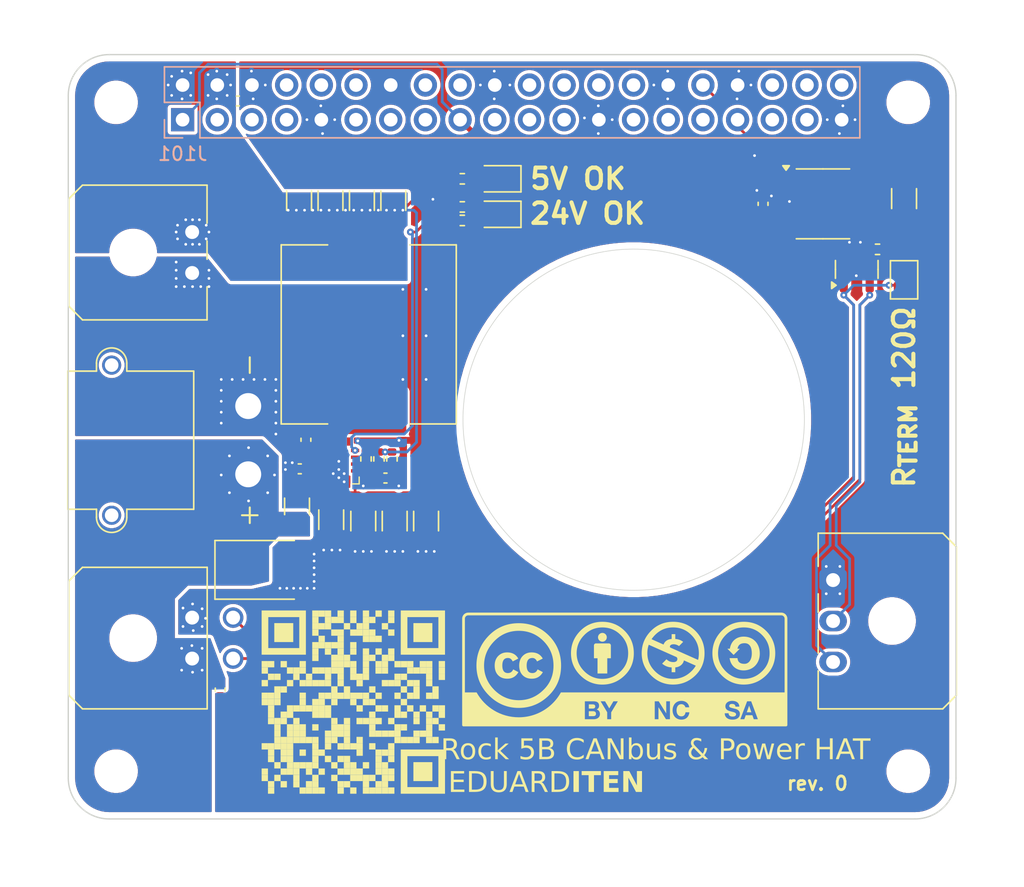
<source format=kicad_pcb>
(kicad_pcb (version 20241229) (generator "pcbnew") (generator_version "9.0")
  (title_block (title "Rock 5B CANbus and Power HAT") (date "15 nov 2012") (rev "0") (company "Eduard Iten") (comment 3 "Radxa ROCK 5B (V1.x). Not compatible with 5B+ or 5A/C due to Pinout changes.") (comment 4 "Comatibility:"))
  (layers (0 "F.Cu" signal) (4 "In1.Cu" signal) (6 "In2.Cu" signal) (2 "B.Cu" signal) (13 "F.Paste" user) (15 "B.Paste" user) (5 "F.SilkS" user "F.Silkscreen") (7 "B.SilkS" user "B.Silkscreen") (1 "F.Mask" user) (3 "B.Mask" user) (25 "Edge.Cuts" user))
  (net 0 "")
  (net 1 "GND")
  (net 2 "+5V")
  (net 3 "+3V3")
  (net 4 "Net-(U101-SW)")
  (net 5 "Net-(U101-BOOT)")
  (net 6 "V_{IN}")
  (net 7 "Net-(U101-AGND)")
  (net 8 "Net-(U101-FB)")
  (net 9 "CAN_TX")
  (net 10 "CAN_RX")
  (net 12 "/V_{INF}")
  (net 13 "Net-(U102-Rs)")
  (net 14 "Net-(JP101-B)")
  (net 15 "Net-(D103-A)")
  (net 16 "CAN_N")
  (net 17 "CAN_P")
  (net 19 "Net-(C109-Pad1)")
  (net 20 "Net-(D102-A)")
  (footprint "Resistor_SMD:R_0402_1005Metric" (layer "F.Cu") (at 122.75 73.625 -90)
    (property "Reference" "R106" (hide yes))
    (property "Value" "76.8k")
  )
  (footprint "MountingHole:MountingHole_2.7mm_M2.5" (layer "F.Cu") (at 161.5 47.5)
    (property "Reference" "MH2" (hide yes))
    (property "Value" "MountingHole_2.7mm_M2.5" (hide yes))
  )
  (footprint "Capacitor_SMD:C_1206_3216Metric" (layer "F.Cu") (at 126.2 78.175 -90)
    (property "Reference" "C105" (hide yes))
    (property "Value" "4u7")
  )
  (footprint "Capacitor_SMD:C_1206_3216Metric" (layer "F.Cu") (at 116.9 54.7 90)
    (property "Reference" "C115" (hide yes))
    (property "Value" "22uF")
  )
  (footprint "Inductor_SMD:L_Changjiang_FXL1350" (layer "F.Cu") (at 122 64.5 90)
    (property "Reference" "L101" (hide yes))
    (property "Value" "2u2")
  )
  (footprint "Capacitor_SMD:C_1206_3216Metric" (layer "F.Cu") (at 123.8 54.7 90)
    (property "Reference" "C112" (hide yes))
    (property "Value" "22uF")
  )
  (footprint "NetTie:NetTie-2_SMD_Pad0.5mm" (layer "F.Cu") (at 124.714 72.263)
    (property "Reference" "NT101" (hide yes))
    (property "Value" "NetTie_2" (hide yes))
  )
  (footprint "Capacitor_SMD:C_0402_1005Metric" (layer "F.Cu") (at 112.42 47.4 180)
    (property "Reference" "C104" (hide yes))
    (property "Value" "100n")
  )
  (footprint "Capacitor_SMD:C_1206_3216Metric" (layer "F.Cu") (at 123.9 78.175 -90)
    (property "Reference" "C101" (hide yes))
    (property "Value" "4u7")
  )
  (footprint "Connector_Molex:Molex_Micro-Fit_3.0_43650-0300_1x03_P3.00mm_Horizontal" (layer "F.Cu") (at 156 82.5 -90)
    (property "Reference" "J104" (hide yes))
    (property "Value" "Controller")
  )
  (footprint "project:RPA0010A" (layer "F.Cu") (at 119.6 73.75 180)
    (property "Reference" "U101" (hide yes))
    (property "Value" "TPS56637RPAR")
  )
  (footprint "Jumper:SolderJumper-2_P1.3mm_Open_TrianglePad1.0x1.5mm" (layer "F.Cu") (at 161.2 60.5 90)
    (property "Reference" "JP101" (hide yes))
    (property "Value" "CanTerm")
  )
  (footprint "Capacitor_SMD:C_0402_1005Metric" (layer "F.Cu") (at 111.125 90.523 90)
    (property "Reference" "C110" (hide yes))
    (property "Value" "100n")
  )
  (footprint "Capacitor_SMD:C_1206_3216Metric" (layer "F.Cu") (at 121.5 54.7 90)
    (property "Reference" "C114" (hide yes))
    (property "Value" "22uF")
  )
  (footprint "LED_SMD:LED_0805_2012Metric" (layer "F.Cu") (at 131.4625 55.7 180)
    (property "Reference" "D102" (hide yes))
    (property "Value" "red")
  )
  (footprint "Connector_AMASS:AMASS_XT30PW-M_1x02_P2.50mm_Horizontal" (layer "F.Cu") (at 113.175 69.75 90)
    (property "Reference" "J102" (hide yes))
    (property "Value" "XT30")
  )
  (footprint "Diode_SMD:D_SMB" (layer "F.Cu") (at 114.4 81.75)
    (property "Reference" "D101" (hide yes))
    (property "Value" "SMBJ24A")
  )
  (footprint "Capacitor_SMD:C_0402_1005Metric" (layer "F.Cu") (at 123.225 75.025 180)
    (property "Reference" "C109" (hide yes))
    (property "Value" "100p")
  )
  (footprint "Package_TO_SOT_SMD:SOT-23" (layer "F.Cu") (at 157.734 59.7385 90)
    (property "Reference" "D104" (hide yes))
    (property "Value" "NUP2105L")
  )
  (footprint "MountingHole:MountingHole_2.7mm_M2.5" (layer "F.Cu") (at 103.5 96.5)
    (property "Reference" "MH3" (hide yes))
    (property "Value" "MountingHole_2.7mm_M2.5" (hide yes))
  )
  (footprint "Resistor_SMD:R_1206_3216Metric_Pad1.30x1.75mm_HandSolder" (layer "F.Cu") (at 161.2 54.55 90)
    (property "Reference" "R103" (hide yes))
    (property "Value" "0R")
  )
  (footprint "LED_SMD:LED_0805_2012Metric" (layer "F.Cu") (at 131.4625 53.1 180)
    (property "Reference" "D103" (hide yes))
    (property "Value" "green")
  )
  (footprint "Resistor_SMD:R_0402_1005Metric" (layer "F.Cu") (at 128.8525 56.15)
    (property "Reference" "R101" (hide yes))
    (property "Value" "20k")
  )
  (footprint "Capacitor_SMD:C_1206_3216Metric" (layer "F.Cu") (at 119.253 78.075 -90)
    (property "Reference" "C102" (hide yes))
    (property "Value" "4u7")
  )
  (footprint "MountingHole:MountingHole_2.7mm_M2.5" (layer "F.Cu") (at 103.5 47.5)
    (property "Reference" "MH1" (hide yes))
    (property "Value" "MountingHole_2.7mm_M2.5" (hide yes))
  )
  (footprint "Connector_Molex:Molex_Micro-Fit_3.0_43650-0200_1x02_P3.00mm_Horizontal" (layer "F.Cu") (at 109.07 60 90)
    (property "Reference" "J105" (hide yes))
    (property "Value" "Monitor")
  )
  (footprint "Capacitor_SMD:C_0402_1005Metric" (layer "F.Cu") (at 116.95 74.35 180)
    (property "Reference" "C106" (hide yes))
    (property "Value" "100n")
  )
  (footprint "Capacitor_SMD:C_0402_1005Metric" (layer "F.Cu") (at 117.4 72.22 90)
    (property "Reference" "C107" (hide yes))
    (property "Value" "100n")
  )
  (footprint "Fuse:Fuse_1206_3216Metric" (layer "F.Cu") (at 116.75 77.1 90)
    (property "Reference" "F101" (hide yes))
    (property "Value" "0466002.NRHF")
  )
  (footprint "Capacitor_SMD:C_0402_1005Metric" (layer "F.Cu") (at 150.875 54.935 -90)
    (property "Reference" "C108" (hide yes))
    (property "Value" "100n")
  )
  (footprint "Connector_Molex:Molex_Micro-Fit_3.0_43045-0400_2x02_P3.00mm_Horizontal" (layer "F.Cu") (at 109.07 88.25 90)
    (property "Reference" "J103" (hide yes))
    (property "Value" "Tool")
  )
  (footprint "Package_SO:SOIC-8_3.9x4.9mm_P1.27mm" (layer "F.Cu") (at 155.259 54.935)
    (property "Reference" "U102" (hide yes))
    (property "Value" "SN65HVD230")
  )
  (footprint "MountingHole:MountingHole_2.7mm_M2.5" (layer "F.Cu") (at 161.5 96.5)
    (property "Reference" "MH4" (hide yes))
    (property "Value" "MountingHole_2.7mm_M2.5" (hide yes))
  )
  (footprint "Resistor_SMD:R_0402_1005Metric" (layer "F.Cu") (at 128.8525 55.16 180)
    (property "Reference" "R102" (hide yes))
    (property "Value" "20k")
  )
  (footprint "Resistor_SMD:R_0402_1005Metric" (layer "F.Cu") (at 128.8525 53.1)
    (property "Reference" "R104" (hide yes))
    (property "Value" "3k3")
  )
  (footprint "Resistor_SMD:R_0402_1005Metric" (layer "F.Cu") (at 159.256 58.2676)
    (property "Reference" "R108" (hide yes))
    (property "Value" "120R")
  )
  (footprint "Resistor_SMD:R_0402_1005Metric" (layer "F.Cu") (at 123.7 73.625 -90)
    (property "Reference" "R105" (hide yes))
    (property "Value" "20k")
  )
  (footprint "Capacitor_SMD:C_1206_3216Metric" (layer "F.Cu") (at 121.6 78.175 -90)
    (property "Reference" "C103" (hide yes))
    (property "Value" "4u7")
  )
  (footprint "Resistor_SMD:R_0402_1005Metric" (layer "F.Cu") (at 121.8 73.625 90)
    (property "Reference" "R107" (hide yes))
    (property "Value" "10k")
  )
  (footprint "Capacitor_SMD:C_1206_3216Metric" (layer "F.Cu") (at 119.2 54.7 90)
    (property "Reference" "C113" (hide yes))
    (property "Value" "22uF")
  )
  (footprint "Connector_PinSocket_2.54mm:PinSocket_2x20_P2.54mm_Vertical" (layer "B.Cu") (at 108.37 48.77 -90)
    (property "Reference" "J101")
    (property "Value" "GPIO")
  )
  (gr_poly (pts (xy 118.787862 94.911862) (xy 119.250883 94.911862) (xy 119.250883 94.448842) (xy 118.787862 94.448842)) (fill yes) (layer "F.SilkS"))
  (gr_poly (pts (xy 118.787862 91.207696) (xy 119.250883 91.207696) (xy 119.250883 90.744676) (xy 118.787862 90.744676)) (fill yes) (layer "F.SilkS"))
  (gr_poly (pts (xy 116.009737 94.911862) (xy 116.472758 94.911862) (xy 116.472758 94.448842) (xy 116.009737 94.448842)) (fill yes) (layer "F.SilkS"))
  (gr_poly (pts (xy 121.102966 91.207696) (xy 121.565986 91.207696) (xy 121.565986 90.744676) (xy 121.102966 90.744676)) (fill yes) (layer "F.SilkS"))
  (gr_poly (pts (xy 117.86182 94.911862) (xy 118.324841 94.911862) (xy 118.324841 94.448842) (xy 117.86182 94.448842)) (fill yes) (layer "F.SilkS"))
  (gr_poly (pts (xy 115.546716 95.837904) (xy 116.009737 95.837904) (xy 116.009737 95.374883) (xy 115.546716 95.374883)) (fill yes) (layer "F.SilkS"))
  (gr_poly (pts (xy 120.176925 90.744676) (xy 120.639945 90.744676) (xy 120.639945 90.281654) (xy 120.176925 90.281654)) (fill yes) (layer "F.SilkS"))
  (gr_poly (pts (xy 122.492028 93.985821) (xy 122.955049 93.985821) (xy 122.955049 93.5228) (xy 122.492028 93.5228)) (fill yes) (layer "F.SilkS"))
  (gr_poly (pts (xy 120.639945 88.892592) (xy 121.102966 88.892592) (xy 121.102966 88.429571) (xy 120.639945 88.429571)) (fill yes) (layer "F.SilkS"))
  (gr_poly (pts (xy 120.639945 89.818634) (xy 121.102966 89.818634) (xy 121.102966 89.355613) (xy 120.639945 89.355613)) (fill yes) (layer "F.SilkS"))
  (gr_poly (pts (xy 120.639945 87.503529) (xy 121.102966 87.503529) (xy 121.102966 87.040509) (xy 120.639945 87.040509)) (fill yes) (layer "F.SilkS"))
  (gr_poly (pts (xy 122.492028 87.040509) (xy 122.955049 87.040509) (xy 122.955049 86.577488) (xy 122.492028 86.577488)) (fill yes) (layer "F.SilkS"))
  (gr_poly (pts (xy 115.083696 89.818634) (xy 115.546716 89.818634) (xy 115.546716 89.355613) (xy 115.083696 89.355613)) (fill yes) (layer "F.SilkS"))
  (gr_poly (pts (xy 115.546716 94.911862) (xy 116.009737 94.911862) (xy 116.009737 94.448842) (xy 115.546716 94.448842)) (fill yes) (layer "F.SilkS"))
  (gr_poly (pts (xy 121.565987 97.689988) (xy 122.029008 97.689988) (xy 122.029008 97.226966) (xy 121.565987 97.226966)) (fill yes) (layer "F.SilkS"))
  (gr_poly (pts (xy 122.955049 92.133737) (xy 123.41807 92.133737) (xy 123.41807 91.670717) (xy 122.955049 91.670717)) (fill yes) (layer "F.SilkS"))
  (gr_poly (pts (xy 120.176925 88.892592) (xy 120.639945 88.892592) (xy 120.639945 88.429571) (xy 120.176925 88.429571)) (fill yes) (layer "F.SilkS"))
  (gr_poly (pts (xy 126.196195 94.448842) (xy 126.659216 94.448842) (xy 126.659216 93.985821) (xy 126.196195 93.985821)) (fill yes) (layer "F.SilkS"))
  (gr_poly (pts (xy 121.565986 98.153008) (xy 122.029008 98.153008) (xy 122.029008 97.689988) (xy 121.565986 97.689988)) (fill yes) (layer "F.SilkS"))
  (gr_poly (pts (xy 125.270153 94.448842) (xy 125.733174 94.448842) (xy 125.733174 93.985821) (xy 125.270153 93.985821)) (fill yes) (layer "F.SilkS"))
  (gr_poly (pts (xy 123.881091 91.207696) (xy 124.344112 91.207696) (xy 124.344112 90.744676) (xy 123.881091 90.744676)) (fill yes) (layer "F.SilkS"))
  (gr_poly (pts (xy 119.713904 93.5228) (xy 120.176925 93.5228) (xy 120.176925 93.059779) (xy 119.713904 93.059779)) (fill yes) (layer "F.SilkS"))
  (gr_poly (pts (xy 119.713904 89.355613) (xy 120.176925 89.355613) (xy 120.176925 88.892592) (xy 119.713904 88.892592)) (fill yes) (layer "F.SilkS"))
  (gr_poly (pts (xy 118.324841 89.355613) (xy 118.787862 89.355613) (xy 118.787862 88.892592) (xy 118.324841 88.892592)) (fill yes) (layer "F.SilkS"))
  (gr_poly (pts (xy 120.176925 91.207696) (xy 120.639945 91.207696) (xy 120.639945 90.744676) (xy 120.176925 90.744676)) (fill yes) (layer "F.SilkS"))
  (gr_poly (pts (xy 127.122237 88.892592) (xy 127.585257 88.892592) (xy 127.585257 88.429571) (xy 127.122237 88.429571)) (fill yes) (layer "F.SilkS"))
  (gr_poly (pts (xy 118.787862 87.96655) (xy 119.250883 87.96655) (xy 119.250883 87.503529) (xy 118.787862 87.503529)) (fill yes) (layer "F.SilkS"))
  (gr_poly (pts (xy 116.935779 88.892592) (xy 117.3988 88.892592) (xy 117.3988 88.429571) (xy 116.935779 88.429571)) (fill yes) (layer "F.SilkS"))
  (gr_poly (pts (xy 116.935779 95.374883) (xy 117.3988 95.374883) (xy 117.3988 94.911862) (xy 116.935779 94.911862)) (fill yes) (layer "F.SilkS"))
  (gr_poly (pts (xy 116.935779 92.133737) (xy 117.3988 92.133737) (xy 117.3988 91.670717) (xy 116.935779 91.670717)) (fill yes) (layer "F.SilkS"))
  (gr_poly (pts (xy 120.639945 85.651446) (xy 121.102966 85.651446) (xy 121.102966 85.188425) (xy 120.639945 85.188425)) (fill yes) (layer "F.SilkS"))
  (gr_poly (pts (xy 122.029008 92.596758) (xy 122.492028 92.596758) (xy 122.492028 92.133737) (xy 122.029008 92.133737)) (fill yes) (layer "F.SilkS"))
  (gr_poly (pts (xy 122.029008 98.153008) (xy 122.492028 98.153008) (xy 122.492028 97.689988) (xy 122.029008 97.689988)) (fill yes) (layer "F.SilkS"))
  (gr_poly (pts (xy 123.41807 87.96655) (xy 123.881091 87.96655) (xy 123.881091 87.503529) (xy 123.41807 87.503529)) (fill yes) (layer "F.SilkS"))
  (gr_poly (pts (xy 132.2 87.8) (xy 132.267838 87.805288) (xy 132.333132 87.814103) (xy 132.395882 87.826446) (xy 132.456089 87.842318) (xy 132.513753 87.86172) (xy 132.568873 87.884653) (xy 132.62145 87.911119) (xy 132.671483 87.941118) (xy 132.718973 87.974652) (xy 132.763919 88.011722) (xy 132.806322 88.052329) (xy 132.846182 88.096473) (xy 132.883498 88.144158) (xy 132.91827 88.195382) (xy 132.9505 88.250148) (xy 132.540447 88.460213) (xy 132.525459 88.429519) (xy 132.509562 88.400805) (xy 132.492757 88.374072) (xy 132.475044 88.349319) (xy 132.456422 88.326546) (xy 132.436892 88.305753) (xy 132.426787 88.296099) (xy 132.416454 88.286941) (xy 132.405894 88.278277) (xy 132.395107 88.270108) (xy 132.384093 88.262435) (xy 132.372852 88.255256) (xy 132.361384 88.248573) (xy 132.349688 88.242385) (xy 132.337766 88.236691) (xy 132.325616 88.231493) (xy 132.31324 88.22679) (xy 132.300636 88.222582) (xy 132.287805 88.218869) (xy 132.274747 88.215651) (xy 132.261462 88.212928) (xy 132.24795 88.210701) (xy 132.234211 88.208968) (xy 132.220245 88.20773) (xy 132.191631 88.20674) (xy 132.166449 88.207278) (xy 132.142061 88.208893) (xy 132.11847 88.211585) (xy 132.095673 88.215353) (xy 132.073673 88.220198) (xy 132.052469 88.226121) (xy 132.032062 88.233121) (xy 132.012451 88.241198) (xy 131.993638 88.250353) (xy 131.975622 88.260585) (xy 131.958403 88.271895) (xy 131.941982 88.284284) (xy 131.92636 88.29775) (xy 131.911536 88.312295) (xy 131.897511 88.327918) (xy 131.884286 88.344619) (xy 131.871859 88.3624) (xy 131.860232 88.381259) (xy 131.849405 88.401197) (xy 131.839378 88.422214) (xy 131.830152 88.444311) (xy 131.821727 88.467487) (xy 131.814103 88.491742) (xy 131.80728 88.517077) (xy 131.801258 88.543492) (xy 131.796039 88.570987) (xy 131.791622 88.599562) (xy 131.788007 88.629218) (xy 131.785195 88.659953) (xy 131.783186 88.69177) (xy 131.78198 88.724667) (xy 131.781579 88.758644) (xy 131.783186 88.825528) (xy 131.788007 88.888104) (xy 131.796039 88.946373) (xy 131.80728 89.000333) (xy 131.821727 89.049982) (xy 131.830152 89.07319) (xy 131.839378 89.09532) (xy 131.849405 89.116372) (xy 131.860232 89.136345) (xy 131.871859 89.15524) (xy 131.884286 89.173057) (xy 131.897511 89.189795) (xy 131.911536 89.205454) (xy 131.92636 89.220034) (xy 131.941982 89.233535) (xy 131.958403 89.245957) (xy 131.975622 89.257299) (xy 131.993638 89.267562) (xy 132.012451 89.276745) (xy 132.032062 89.284848) (xy 132.052469 89.291872) (xy 132.073673 89.297815) (xy 132.095673 89.302678) (xy 132.11847 89.30646) (xy 132.142061 89.309162) (xy 132.166449 89.310783) (xy 132.191631 89.311324) (xy 132.224896 89.31027) (xy 132.25696 89.307109) (xy 132.287823 89.30184) (xy 132.317483 89.294464) (xy 132.34594 89.284981) (xy 132.373193 89.27339) (xy 132.399239 89.259692) (xy 132.424078 89.243886) (xy 132.447709 89.225973) (xy 132.470131 89.205952) (xy 132.491343 89.183824) (xy 132.511343 89.159589) (xy 132.53013 89.133246) (xy 132.547703 89.104796) (xy 132.564062 89.074238) (xy 132.579204 89.041573) (xy 132.958251 89.243886) (xy 132.923324 89.302176) (xy 132.905064 89.329911) (xy 132.886273 89.356706) (xy 132.866951 89.382561) (xy 132.847098 89.407475) (xy 132.826715 89.431449) (xy 132.805801 89.454484) (xy 132.784358 89.476577) (xy 132.762384 89.497731) (xy 132.73988 89.517945) (xy 132.716846 89.537218) (xy 132.693282 89.555552) (xy 132.669189 89.572945) (xy 132.644567 89.589398) (xy 132.619415 89.60491) (xy 132.593734 89.619483) (xy 132.567524 89.633115) (xy 132.540786 89.645808) (xy 132.513518 89.65756) (xy 132.485722 89.668372) (xy 132.457398 89.678244) (xy 132.428545 89.687175) (xy 132.399164 89.695167) (xy 132.369256 89.702218) (xy 132.338819 89.708329) (xy 132.307855 89.7135) (xy 132.276363 89.717731) (xy 132.244343 89.721021) (xy 132.211797 89.723372) (xy 132.145122 89.725252) (xy 132.093454 89.724253) (xy 132.043092 89.721254) (xy 131.994036 89.716254) (xy 131.946285 89.709252) (xy 131.899837 89.700248) (xy 131.854692 89.689239) (xy 131.810848 89.676226) (xy 131.768304 89.661206) (xy 131.727059 89.644178) (xy 131.687112 89.625142) (xy 131.648462 89.604096) (xy 131.611107 89.581039) (xy 131.575047 89.555969) (xy 131.540279 89.528887) (xy 131.506805 89.499791) (xy 131.474621 89.468679) (xy 131.4442 89.435941) (xy 131.415725 89.401677) (xy 131.389198 89.365887) (xy 131.364622 89.328571) (xy 131.342 89.289729) (xy 131.321332 89.249361) (xy 131.302622 89.207466) (xy 131.285872 89.164046) (xy 131.271084 89.1191) (xy 131.258261 89.072627) (xy 131.247404 89.024629) (xy 131.238516 88.975104) (xy 131.231599 88.924053) (xy 131.226655 88.871477) (xy 131.223688 88.817374) (xy 131.222698 88.761745) (xy 131.223715 88.707088) (xy 131.226766 88.653865) (xy 131.231849 88.602075) (xy 131.238964 88.551717) (xy 131.248109 88.502789) (xy 131.259283 88.455291) (xy 131.272484 88.409221) (xy 131.287713 88.364579) (xy 131.304968 88.321363) (xy 131.324247 88.279572) (xy 131.345549 88.239205) (xy 131.368873 88.20026) (xy 131.394219 88.162737) (xy 131.421585 88.126635) (xy 131.45097 88.091952) (xy 131.482372 88.058687) (xy 131.515291 88.027148) (xy 131.549225 87.997644) (xy 131.584172 87.970175) (xy 131.62013 87.944741) (xy 131.657096 87.921341) (xy 131.695068 87.899976) (xy 131.734044 87.880646) (xy 131.774021 87.86335) (xy 131.814997 87.848089) (xy 131.856971 87.834864) (xy 131.899939 87.823672) (xy 131.943899 87.814516) (xy 131.98885 87.807394) (xy 132.034788 87.802307) (xy 132.081712 87.799255) (xy 132.12962 87.798238)) (fill yes) (layer "F.SilkS"))
  (gr_poly (pts (xy 117.86182 90.281654) (xy 118.324841 90.281654) (xy 118.324841 89.818634) (xy 117.86182 89.818634)) (fill yes) (layer "F.SilkS"))
  (gr_poly (pts (xy 124.807133 88.892592) (xy 125.270153 88.892592) (xy 125.270153 88.429571) (xy 124.807133 88.429571)) (fill yes) (layer "F.SilkS"))
  (gr_poly (pts (xy 115.083696 94.911862) (xy 115.546716 94.911862) (xy 115.546716 94.448842) (xy 115.083696 94.448842)) (fill yes) (layer "F.SilkS"))
  (gr_poly (pts (xy 123.41807 95.374883) (xy 123.881091 95.374883) (xy 123.881091 94.911862) (xy 123.41807 94.911862)) (fill yes) (layer "F.SilkS"))
  (gr_poly (pts (xy 118.324841 91.670717) (xy 118.787862 91.670717) (xy 118.787862 91.207696) (xy 118.324841 91.207696)) (fill yes) (layer "F.SilkS"))
  (gr_poly (pts (xy 122.955049 93.985821) (xy 123.41807 93.985821) (xy 123.41807 93.5228) (xy 122.955049 93.5228)) (fill yes) (layer "F.SilkS"))
  (gr_poly (pts (xy 124.344112 85.211576) (xy 124.344112 87.480378) (xy 124.344112 87.96655) (xy 124.830284 87.96655) (xy 127.099086 87.96655) (xy 127.585257 87.96655) (xy 127.585257 87.480378) (xy 127.099086 87.480378) (xy 124.830284 87.480378) (xy 124.830284 85.211576) (xy 127.099086 85.211576) (xy 127.099086 87.480378) (xy 127.585257 87.480378) (xy 127.585257 85.211576) (xy 127.585257 84.725405) (xy 127.099086 84.725405) (xy 124.830284 84.725405) (xy 124.344112 84.725405)) (fill yes) (layer "F.SilkS"))
  (gr_poly (pts (xy 124.807133 92.133737) (xy 125.270153 92.133737) (xy 125.270153 91.670717) (xy 124.807133 91.670717)) (fill yes) (layer "F.SilkS"))
  (gr_poly (pts (xy 120.176925 95.837904) (xy 120.639945 95.837904) (xy 120.639945 95.374883) (xy 120.176925 95.374883)) (fill yes) (layer "F.SilkS"))
  (gr_poly (pts (xy 117.3988 98.153008) (xy 117.86182 98.153008) (xy 117.86182 97.689988) (xy 117.3988 97.689988)) (fill yes) (layer "F.SilkS"))
  (gr_poly (pts (xy 138.442412 92.108999) (xy 138.453748 92.109516) (xy 138.464794 92.110375) (xy 138.475549 92.111576) (xy 138.486014 92.113118) (xy 138.496188 92.114999) (xy 138.506071 92.117219) (xy 138.515663 92.119776) (xy 138.524965 92.122669) (xy 138.533976 92.125897) (xy 138.542696 92.129459) (xy 138.551126 92.133353) (xy 138.559265 92.137579) (xy 138.567114 92.142136) (xy 138.574671 92.147021) (xy 138.581938 92.152235) (xy 138.588842 92.15784) (xy 138.595308 92.163899) (xy 138.601336 92.170412) (xy 138.606924 92.177379) (xy 138.612072 92.184801) (xy 138.616779 92.192676) (xy 138.621042 92.201006) (xy 138.624862 92.20979) (xy 138.628236 92.219028) (xy 138.631164 92.228721) (xy 138.633645 92.238867) (xy 138.635677 92.249468) (xy 138.63726 92.260523) (xy 138.638392 92.272032) (xy 138.639072 92.283995) (xy 138.639299 92.296413) (xy 138.639226 92.302872) (xy 138.63901 92.309168) (xy 138.63865 92.315303) (xy 138.638148 92.321278) (xy 138.637506 92.327094) (xy 138.636723 92.332752) (xy 138.635803 92.338254) (xy 138.634745 92.3436) (xy 138.63355 92.348791) (xy 138.632221 92.35383) (xy 138.630757 92.358716) (xy 138.629161 92.363451) (xy 138.627433 92.368036) (xy 138.625575 92.372473) (xy 138.623587 92.376761) (xy 138.62147 92.380904) (xy 138.619245 92.385064) (xy 138.616929 92.389114) (xy 138.614522 92.393053) (xy 138.612024 92.396879) (xy 138.609435 92.400592) (xy 138.606755 92.40419) (xy 138.603985 92.407672) (xy 138.601123 92.411038) (xy 138.598171 92.414285) (xy 138.595128 92.417413) (xy 138.591994 92.420421) (xy 138.588769 92.423307) (xy 138.585454 92.42607) (xy 138.582047 92.42871) (xy 138.57855 92.431225) (xy 138.574962 92.433614) (xy 138.571155 92.436039) (xy 138.567292 92.438374) (xy 138.56337 92.440617) (xy 138.559386 92.44277) (xy 138.555339 92.444832) (xy 138.551226 92.446804) (xy 138.547045 92.448684) (xy 138.542793 92.450473) (xy 138.538469 92.452172) (xy 138.53407 92.45378) (xy 138.529593 92.455297) (xy 138.525038 92.456723) (xy 138.5204 92.458058) (xy 138.515678 92.459303) (xy 138.51087 92.460456) (xy 138.505974 92.461519) (xy 138.49631 92.46341) (xy 138.48651 92.465019) (xy 138.476583 92.466356) (xy 138.466538 92.467429) (xy 138.456384 92.468248) (xy 138.44613 92.468822) (xy 138.435785 92.46916) (xy 138.425359 92.46927) (xy 138.1153 92.46927) (xy 138.1153 92.108827) (xy 138.430785 92.108827)) (fill yes) (layer "F.SilkS"))
  (gr_poly (pts (xy 118.324841 86.114467) (xy 118.787862 86.114467) (xy 118.787862 85.651446) (xy 118.324841 85.651446)) (fill yes) (layer "F.SilkS"))
  (gr_poly (pts (xy 122.955049 90.281654) (xy 123.41807 90.281654) (xy 123.41807 89.818634) (xy 122.955049 89.818634)) (fill yes) (layer "F.SilkS"))
  (gr_poly (pts (xy 122.029008 93.059779) (xy 122.492028 93.059779) (xy 122.492028 92.596758) (xy 122.029008 92.596758)) (fill yes) (layer "F.SilkS"))
  (gr_poly (pts (xy 126.196195 89.818634) (xy 126.659216 89.818634) (xy 126.659216 89.355613) (xy 126.196195 89.355613)) (fill yes) (layer "F.SilkS"))
  (gr_poly (pts (xy 121.565986 87.96655) (xy 122.029008 87.96655) (xy 122.029008 87.503529) (xy 121.565986 87.503529)) (fill yes) (layer "F.SilkS"))
  (gr_poly (pts (xy 122.492028 93.059779) (xy 122.955049 93.059779) (xy 122.955049 92.596758) (xy 122.492028 92.596758)) (fill yes) (layer "F.SilkS"))
  (gr_poly (pts (xy 122.955049 95.374883) (xy 123.41807 95.374883) (xy 123.41807 94.911862) (xy 122.955049 94.911862)) (fill yes) (layer "F.SilkS"))
  (gr_poly (pts (xy 114.620674 94.911862) (xy 115.083696 94.911862) (xy 115.083696 94.448842) (xy 114.620674 94.448842)) (fill yes) (layer "F.SilkS"))
  (gr_poly (pts (xy 119.713904 93.985821) (xy 120.176925 93.985821) (xy 120.176925 93.5228) (xy 119.713904 93.5228)) (fill yes) (layer "F.SilkS"))
  (gr_poly (pts (xy 114.157654 97.226966) (xy 114.620674 97.226966) (xy 114.620674 96.763946) (xy 114.157654 96.763946)) (fill yes) (layer "F.SilkS"))
  (gr_poly (pts (xy 117.86182 92.133737) (xy 118.324841 92.133737) (xy 118.324841 91.670717) (xy 117.86182 91.670717)) (fill yes) (layer "F.SilkS"))
  (gr_poly (pts (xy 117.86182 86.577488) (xy 118.324841 86.577488) (xy 118.324841 86.114467) (xy 117.86182 86.114467)) (fill yes) (layer "F.SilkS"))
  (gr_poly (pts (xy 139.587983 87.138007) (xy 139.595539 87.138582) (xy 139.602985 87.139529) (xy 139.610313 87.140838) (xy 139.617512 87.142501) (xy 139.624573 87.144507) (xy 139.631487 87.146847) (xy 139.638245 87.149513) (xy 139.644837 87.152494) (xy 139.651254 87.155782) (xy 139.657486 87.159367) (xy 139.663525 87.163239) (xy 139.66936 87.167389) (xy 139.674983 87.171808) (xy 139.680384 87.176487) (xy 139.685553 87.181415) (xy 139.690482 87.186585) (xy 139.69516 87.191985) (xy 139.699579 87.197608) (xy 139.703729 87.203443) (xy 139.707602 87.209482) (xy 139.711186 87.215714) (xy 139.714474 87.222131) (xy 139.717455 87.228723) (xy 139.720121 87.235481) (xy 139.722461 87.242396) (xy 139.724468 87.249457) (xy 139.72613 87.256656) (xy 139.727439 87.263983) (xy 139.728386 87.27143) (xy 139.728961 87.278985) (xy 139.729155 87.286642) (xy 139.729155 88.227669) (xy 139.466381 88.227669) (xy 139.466381 89.34233) (xy 138.753246 89.34233) (xy 138.753246 88.227669) (xy 138.490471 88.227669) (xy 138.490471 87.286642) (xy 138.490665 87.278985) (xy 138.49124 87.27143) (xy 138.492187 87.263983) (xy 138.493496 87.256656) (xy 138.495159 87.249457) (xy 138.497165 87.242396) (xy 138.499506 87.235481) (xy 138.502171 87.228723) (xy 138.505153 87.222131) (xy 138.50844 87.215714) (xy 138.512025 87.209482) (xy 138.515897 87.203443) (xy 138.520047 87.197608) (xy 138.524466 87.191985) (xy 138.529145 87.186585) (xy 138.534073 87.181415) (xy 138.539243 87.176487) (xy 138.544643 87.171808) (xy 138.550266 87.167389) (xy 138.556101 87.163239) (xy 138.56214 87.159367) (xy 138.568372 87.155782) (xy 138.574789 87.152494) (xy 138.581381 87.149513) (xy 138.588139 87.146847) (xy 138.595053 87.144507) (xy 138.602115 87.142501) (xy 138.609314 87.140838) (xy 138.616641 87.139529) (xy 138.624087 87.138582) (xy 138.631643 87.138007) (xy 138.639299 87.137813) (xy 139.580327 87.137813)) (fill yes) (layer "F.SilkS"))
  (gr_poly (pts (xy 115.083696 87.040509) (xy 116.472758 87.040509) (xy 116.472758 85.651446) (xy 115.083696 85.651446)) (fill yes) (layer "F.SilkS"))
  (gr_poly (pts (xy 117.3988 92.133737) (xy 117.86182 92.133737) (xy 117.86182 91.670717) (xy 117.3988 91.670717)) (fill yes) (layer "F.SilkS"))
  (gr_poly (pts (xy 114.157654 91.207696) (xy 114.620674 91.207696) (xy 114.620674 90.744676) (xy 114.157654 90.744676)) (fill yes) (layer "F.SilkS"))
  (gr_poly (pts (xy 122.955049 96.300925) (xy 123.41807 96.300925) (xy 123.41807 95.837904) (xy 122.955049 95.837904)) (fill yes) (layer "F.SilkS"))
  (gr_poly (pts (xy 126.196195 88.892592) (xy 126.659216 88.892592) (xy 126.659216 88.429571) (xy 126.196195 88.429571)) (fill yes) (layer "F.SilkS"))
  (gr_poly (pts (xy 120.176925 93.5228) (xy 120.639945 93.5228) (xy 120.639945 93.059779) (xy 120.176925 93.059779)) (fill yes) (layer "F.SilkS"))
  (gr_poly (pts (xy 120.176925 86.114467) (xy 120.639945 86.114467) (xy 120.639945 85.651446) (xy 120.176925 85.651446)) (fill yes) (layer "F.SilkS"))
  (gr_poly (pts (xy 121.565986 89.355613) (xy 122.029008 89.355613) (xy 122.029008 88.892592) (xy 121.565986 88.892592)) (fill yes) (layer "F.SilkS"))
  (gr_poly (pts (xy 125.270153 97.226966) (xy 126.659216 97.226966) (xy 126.659216 95.837904) (xy 125.270153 95.837904)) (fill yes) (layer "F.SilkS"))
  (gr_poly (pts (xy 115.083696 93.985821) (xy 115.546716 93.985821) (xy 115.546716 93.5228) (xy 115.083696 93.5228)) (fill yes) (layer "F.SilkS"))
  (gr_poly (pts (xy 125.270153 87.040509) (xy 126.659216 87.040509) (xy 126.659216 85.651446) (xy 125.270153 85.651446)) (fill yes) (layer "F.SilkS"))
  (gr_poly (pts (xy 118.324841 91.207696) (xy 118.787862 91.207696) (xy 118.787862 90.744676) (xy 118.324841 90.744676)) (fill yes) (layer "F.SilkS"))
  (gr_poly (pts (xy 121.565986 96.300925) (xy 122.029008 96.300925) (xy 122.029008 95.837904) (xy 121.565986 95.837904)) (fill yes) (layer "F.SilkS"))
  (gr_poly (pts (xy 119.713904 89.818634) (xy 120.176925 89.818634) (xy 120.176925 89.355613) (xy 119.713904 89.355613)) (fill yes) (layer "F.SilkS"))
  (gr_poly (pts (xy 114.620674 97.689988) (xy 115.083696 97.689988) (xy 115.083696 97.226966) (xy 114.620674 97.226966)) (fill yes) (layer "F.SilkS"))
  (gr_poly (pts (xy 126.659216 93.059779) (xy 127.122237 93.059779) (xy 127.122237 92.596758) (xy 126.659216 92.596758)) (fill yes) (layer "F.SilkS"))
  (gr_poly (pts (xy 121.565986 86.577488) (xy 122.029008 86.577488) (xy 122.029008 86.114467) (xy 121.565986 86.114467)) (fill yes) (layer "F.SilkS"))
  (gr_poly (pts (xy 116.935779 94.448842) (xy 117.3988 94.448842) (xy 117.3988 93.985821) (xy 116.935779 93.985821)) (fill yes) (layer "F.SilkS"))
  (gr_poly (pts (xy 115.546716 95.374883) (xy 116.009737 95.374883) (xy 116.009737 94.911862) (xy 115.546716 94.911862)) (fill yes) (layer "F.SilkS"))
  (gr_poly (pts (xy 119.713904 87.503529) (xy 120.176925 87.503529) (xy 120.176925 87.040509) (xy 119.713904 87.040509)) (fill yes) (layer "F.SilkS"))
  (gr_poly (pts (xy 122.955049 96.763946) (xy 123.41807 96.763946) (xy 123.41807 96.300925) (xy 122.955049 96.300925)) (fill yes) (layer "F.SilkS"))
  (gr_poly (pts (xy 116.472758 94.448842) (xy 116.935779 94.448842) (xy 116.935779 93.985821) (xy 116.472758 93.985821)) (fill yes) (layer "F.SilkS"))
  (gr_poly (pts (xy 116.935779 91.670717) (xy 117.3988 91.670717) (xy 117.3988 91.207696) (xy 116.935779 91.207696)) (fill yes) (layer "F.SilkS"))
  (gr_poly (pts (xy 122.029008 90.744676) (xy 122.492028 90.744676) (xy 122.492028 90.281654) (xy 122.029008 90.281654)) (fill yes) (layer "F.SilkS"))
  (gr_poly (pts (xy 116.472758 89.818634) (xy 116.935779 89.818634) (xy 116.935779 89.355613) (xy 116.472758 89.355613)) (fill yes) (layer "F.SilkS"))
  (gr_poly (pts (xy 116.935779 93.985821) (xy 117.3988 93.985821) (xy 117.3988 93.5228) (xy 116.935779 93.5228)) (fill yes) (layer "F.SilkS"))
  (gr_poly (pts (xy 126.196195 93.5228) (xy 126.659216 93.5228) (xy 126.659216 93.059779) (xy 126.196195 93.059779)) (fill yes) (layer "F.SilkS"))
  (gr_poly (pts (xy 115.083696 93.059779) (xy 115.546716 93.059779) (xy 115.546716 92.596758) (xy 115.083696 92.596758)) (fill yes) (layer "F.SilkS"))
  (gr_poly (pts (xy 120.639945 96.300925) (xy 121.102966 96.300925) (xy 121.102966 95.837904) (xy 120.639945 95.837904)) (fill yes) (layer "F.SilkS"))
  (gr_poly (pts (xy 124.344112 88.892592) (xy 124.807133 88.892592) (xy 124.807133 88.429571) (xy 124.344112 88.429571)) (fill yes) (layer "F.SilkS"))
  (gr_poly (pts (xy 127.122237 89.355613) (xy 127.585257 89.355613) (xy 127.585257 88.892592) (xy 127.122237 88.892592)) (fill yes) (layer "F.SilkS"))
  (gr_poly (pts (xy 121.565986 85.651446) (xy 122.029008 85.651446) (xy 122.029008 85.188425) (xy 121.565986 85.188425)) (fill yes) (layer "F.SilkS"))
  (gr_poly (pts (xy 133.14286 85.661574) (xy 133.30107 85.67212) (xy 133.456135 85.689697) (xy 133.608054 85.714305) (xy 133.756825 85.745944) (xy 133.902447 85.784613) (xy 134.04492 85.830314) (xy 134.184242 85.883045) (xy 134.320412 85.942807) (xy 134.453428 86.0096) (xy 134.58329 86.083423) (xy 134.709997 86.164278) (xy 134.833547 86.252163) (xy 134.95394 86.347079) (xy 135.071173 86.449026) (xy 135.185247 86.558004) (xy 135.294224 86.672077) (xy 135.396171 86.789311) (xy 135.491087 86.909703) (xy 135.578972 87.033253) (xy 135.659827 87.15996) (xy 135.73365 87.289822) (xy 135.800443 87.422839) (xy 135.860205 87.559008) (xy 135.912936 87.69833) (xy 135.958637 87.840803) (xy 135.997306 87.986425) (xy 136.028945 88.135196) (xy 136.053553 88.287115) (xy 136.07113 88.44218) (xy 136.081676 88.600391) (xy 136.085192 88.761745) (xy 136.081731 88.923008) (xy 136.071351 89.080946) (xy 136.054054 89.235557) (xy 136.029841 89.38684) (xy 135.998716 89.534794) (xy 135.960681 89.679417) (xy 135.915737 89.820709) (xy 135.863887 89.958668) (xy 135.805134 90.093293) (xy 135.739479 90.224584) (xy 135.666926 90.352539) (xy 135.587475 90.477156) (xy 135.50113 90.598435) (xy 135.407893 90.716375) (xy 135.307765 90.830975) (xy 135.20075 90.942232) (xy 135.081989 91.054026) (xy 134.960574 91.158607) (xy 134.836505 91.255976) (xy 134.709779 91.346132) (xy 134.580397 91.429075) (xy 134.448356 91.504807) (xy 134.313657 91.573325) (xy 134.176297 91.634631) (xy 134.036275 91.688725) (xy 133.893591 91.735606) (xy 133.748243 91.775275) (xy 133.60023 91.807731) (xy 133.44955 91.832975) (xy 133.296204 91.851006) (xy 133.140189 91.861825) (xy 132.981505 91.865431) (xy 132.824747 91.861852) (xy 132.670731 91.851117) (xy 132.519455 91.833225) (xy 132.37092 91.808179) (xy 132.225123 91.77598) (xy 132.082064 91.736628) (xy 131.941742 91.690125) (xy 131.804155 91.636472) (xy 131.669302 91.57567) (xy 131.537182 91.507721) (xy 131.407794 91.432625) (xy 131.281137 91.350383) (xy 131.157209 91.260997) (xy 131.03601 91.164467) (xy 130.917539 91.060796) (xy 130.801794 90.949983) (xy 130.690853 90.834202) (xy 130.587087 90.715623) (xy 130.490492 90.594246) (xy 130.401067 90.470071) (xy 130.318809 90.343098) (xy 130.243715 90.213328) (xy 130.175784 90.08076) (xy 130.115014 89.945394) (xy 130.061401 89.80723) (xy 130.014944 89.666268) (xy 129.975641 89.522509) (xy 129.943488 89.375952) (xy 129.918485 89.226597) (xy 129.900628 89.074444) (xy 129.889916 88.919493) (xy 129.886363 88.76252) (xy 130.444451 88.76252) (xy 130.447394 88.890492) (xy 130.456222 89.016282) (xy 130.470934 89.13989) (xy 130.491529 89.261315) (xy 130.518006 89.380555) (xy 130.550363 89.497609) (xy 130.5886 89.612476) (xy 130.632715 89.725155) (xy 130.682707 89.835645) (xy 130.738575 89.943945) (xy 130.800318 90.050053) (xy 130.867935 90.153968) (xy 130.941425 90.25569) (xy 131.020786 90.355217) (xy 131.106018 90.452548) (xy 131.197118 90.547682) (xy 131.292416 90.638911) (xy 131.38995 90.724237) (xy 131.48972 90.803664) (xy 131.591728 90.877192) (xy 131.695976 90.944826) (xy 131.802464 91.006566) (xy 131.911193 91.062416) (xy 132.022165 91.112377) (xy 132.13538 91.156452) (xy 132.25084 91.194642) (xy 132.368547 91.226951) (xy 132.4885 91.253381) (xy 132.610702 91.273933) (xy 132.735153 91.288611) (xy 132.861854 91.297415) (xy 132.990807 91.30035) (xy 133.119815 91.29738) (xy 133.246681 91.288468) (xy 133.371408 91.273616) (xy 133.493998 91.252824) (xy 133.614454 91.22609) (xy 133.732777 91.193416) (xy 133.848969 91.154801) (xy 133.963034 91.110245) (xy 134.074974 91.059749) (xy 134.18479 91.003311) (xy 134.292485 90.940933) (xy 134.398061 90.872614) (xy 134.501521 90.798354) (xy 134.602866 90.718154) (xy 134.7021 90.632013) (xy 134.799224 90.539931) (xy 134.887645 90.450275) (xy 134.970361 90.35775) (xy 135.047373 90.26236) (xy 135.118681 90.164106) (xy 135.184284 90.062991) (xy 135.244182 89.959016) (xy 135.298375 89.852185) (xy 135.346864 89.742499) (xy 135.389649 89.629961) (xy 135.426729 89.514573) (xy 135.458104 89.396337) (xy 135.483775 89.275255) (xy 135.503741 89.151331) (xy 135.518002 89.024565) (xy 135.526559 88.894961) (xy 135.529411 88.76252) (xy 135.526514 88.630933) (xy 135.517821 88.501853) (xy 135.503332 88.37528) (xy 135.483048 88.251214) (xy 135.456969 88.129655) (xy 135.425094 88.010604) (xy 135.387424 87.894059) (xy 135.343958 87.780022) (xy 135.294697 87.668492) (xy 135.23964 87.559469) (xy 135.178788 87.452953) (xy 135.112141 87.348944) (xy 135.039698 87.247442) (xy 134.961459 87.148447) (xy 134.877426 87.05196) (xy 134.787596 86.957979) (xy 134.693652 86.868286) (xy 134.597271 86.784372) (xy 134.498451 86.706237) (xy 134.397189 86.633883) (xy 134.293484 86.567311) (xy 134.187333 86.506521) (xy 134.078735 86.451516) (xy 133.967685 86.402296) (xy 133.854184 86.358862) (xy 133.738227 86.321216) (xy 133.619813 86.289358) (xy 133.49894 86.263291) (xy 133.375605 86.243014) (xy 133.249806 86.228529) (xy 133.121541 86.219837) (xy 132.990807 86.216939) (xy 132.86011 86.219846) (xy 132.731958 86.228568) (xy 132.606352 86.243106) (xy 132.483292 86.26346) (xy 132.36278 86.289633) (xy 132.244818 86.321625) (xy 132.129406 86.359437) (xy 132.016545 86.403071) (xy 131.906237 86.452528) (xy 131.798482 86.507808) (xy 131.693282 86.568914) (xy 131.590638 86.635845) (xy 131.490551 86.708604) (xy 131.393023 86.787191) (xy 131.298054 86.871608) (xy 131.205645 86.961855) (xy 131.113426 87.058952) (xy 131.027166 87.158102) (xy 130.946862 87.259308) (xy 130.872514 87.362569) (xy 130.80412 87.467889) (xy 130.741679 87.575267) (xy 130.68519 87.684705) (xy 130.634653 87.796203) (xy 130.590065 87.909764) (xy 130.551426 88.025388) (xy 130.518734 88.143076) (xy 130.491989 88.262829) (xy 130.47119 88.384649) (xy 130.456334 88.508537) (xy 130.447422 88.634494) (xy 130.444451 88.76252) (xy 129.886363 88.76252) (xy 129.886345 88.761745) (xy 129.889916 88.604069) (xy 129.900628 88.449048) (xy 129.918485 88.29668) (xy 129.943488 88.146969) (xy 129.975641 87.999915) (xy 130.014944 87.855519) (xy 130.061401 87.713782) (xy 130.115014 87.574705) (xy 130.175784 87.43829) (xy 130.243715 87.304538) (xy 130.318809 87.173449) (xy 130.401067 87.045026) (xy 130.490492 86.919268) (xy 130.587087 86.796178) (xy 130.690853 86.675756) (xy 130.801794 86.558004) (xy 130.914814 86.449026) (xy 131.030923 86.347079) (xy 131.150124 86.252163) (xy 131.272416 86.164278) (xy 131.397802 86.083423) (xy 131.526281 86.0096) (xy 131.657856 85.942807) (xy 131.792527 85.883045) (xy 131.930296 85.830314) (xy 132.071164 85.784613) (xy 132.215131 85.745944) (xy 132.362199 85.714305) (xy 132.51237 85.689697) (xy 132.665644 85.67212) (xy 132.822022 85.661574) (xy 132.981505 85.658059)) (fill yes) (layer "F.SilkS"))
  (gr_poly (pts (xy 122.029008 87.040509) (xy 122.492028 87.040509) (xy 122.492028 86.577488) (xy 122.029008 86.577488)) (fill yes) (layer "F.SilkS"))
  (gr_poly (pts (xy 117.3988 96.763946) (xy 117.86182 96.763946) (xy 117.86182 96.300925) (xy 117.3988 96.300925)) (fill yes) (layer "F.SilkS"))
  (gr_poly (pts (xy 119.713904 85.188425) (xy 120.176925 85.188425) (xy 120.176925 84.725405) (xy 119.713904 84.725405)) (fill yes) (layer "F.SilkS"))
  (gr_poly (pts (xy 118.787862 90.281654) (xy 119.250883 90.281654) (xy 119.250883 89.818634) (xy 118.787862 89.818634)) (fill yes) (layer "F.SilkS"))
  (gr_poly (pts (xy 124.807133 89.355613) (xy 125.270153 89.355613) (xy 125.270153 88.892592) (xy 124.807133 88.892592)) (fill yes) (layer "F.SilkS"))
  (gr_poly (pts (xy 121.565986 91.670717) (xy 122.029008 91.670717) (xy 122.029008 91.207696) (xy 121.565986 91.207696)) (fill yes) (layer "F.SilkS"))
  (gr_poly (pts (xy 122.029008 86.577488) (xy 122.492028 86.577488) (xy 122.492028 86.114467) (xy 122.029008 86.114467)) (fill yes) (layer "F.SilkS"))
  (gr_poly (pts (xy 116.009737 95.837904) (xy 116.472758 95.837904) (xy 116.472758 95.374883) (xy 116.009737 95.374883)) (fill yes) (layer "F.SilkS"))
  (gr_poly (pts (xy 118.787862 93.985821) (xy 119.250883 93.985821) (xy 119.250883 93.5228) (xy 118.787862 93.5228)) (fill yes) (layer "F.SilkS"))
  (gr_poly (pts (xy 122.492028 89.355613) (xy 122.955049 89.355613) (xy 122.955049 88.892592) (xy 122.492028 88.892592)) (fill yes) (layer "F.SilkS"))
  (gr_poly (pts (xy 124.807133 94.448842) (xy 125.270153 94.448842) (xy 125.270153 93.985821) (xy 124.807133 93.985821)) (fill yes) (layer "F.SilkS"))
  (gr_poly (pts (xy 120.176925 88.429571) (xy 120.639945 88.429571) (xy 120.639945 87.96655) (xy 120.176925 87.96655)) (fill yes) (layer "F.SilkS"))
  (gr_poly (pts (xy 118.787862 86.114467) (xy 119.250883 86.114467) (xy 119.250883 85.651446) (xy 118.787862 85.651446)) (fill yes) (layer "F.SilkS"))
  (gr_poly (pts (xy 119.713904 85.651446) (xy 120.176925 85.651446) (xy 120.176925 85.188425) (xy 119.713904 85.188425)) (fill yes) (layer "F.SilkS"))
  (gr_poly (pts (xy 116.009737 89.355613) (xy 116.472758 89.355613) (xy 116.472758 88.892592) (xy 116.009737 88.892592)) (fill yes) (layer "F.SilkS"))
  (gr_poly (pts (xy 121.565986 97.226966) (xy 122.029008 97.226966) (xy 122.029008 96.763946) (xy 121.565986 96.763946)) (fill yes) (layer "F.SilkS"))
  (gr_poly (pts (xy 117.86182 89.355613) (xy 118.324841 89.355613) (xy 118.324841 88.892592) (xy 117.86182 88.892592)) (fill yes) (layer "F.SilkS"))
  (gr_poly (pts (xy 118.787862 89.818634) (xy 119.250883 89.818634) (xy 119.250883 89.355613) (xy 118.787862 89.355613)) (fill yes) (layer "F.SilkS"))
  (gr_poly (pts (xy 115.083696 91.670717) (xy 115.546716 91.670717) (xy 115.546716 91.207696) (xy 115.083696 91.207696)) (fill yes) (layer "F.SilkS"))
  (gr_poly (pts (xy 119.250883 89.355613) (xy 119.713904 89.355613) (xy 119.713904 88.892592) (xy 119.250883 88.892592)) (fill yes) (layer "F.SilkS"))
  (gr_poly (pts (xy 114.620674 91.207696) (xy 115.083696 91.207696) (xy 115.083696 90.744676) (xy 114.620674 90.744676)) (fill yes) (layer "F.SilkS"))
  (gr_poly (pts (xy 133.993544 87.8) (xy 134.061237 87.805288) (xy 134.12639 87.814103) (xy 134.189002 87.826446) (xy 134.249075 87.842318) (xy 134.306611 87.86172) (xy 134.361609 87.884653) (xy 134.414073 87.911119) (xy 134.464002 87.941118) (xy 134.511398 87.974652) (xy 134.556261 88.011722) (xy 134.598594 88.052329) (xy 134.638397 88.096473) (xy 134.675671 88.144158) (xy 134.710418 88.195382) (xy 134.742638 88.250148) (xy 134.324059 88.460213) (xy 134.309098 88.429519) (xy 134.293285 88.400805) (xy 134.27662 88.374072) (xy 134.259104 88.349319) (xy 134.240739 88.326546) (xy 134.221526 88.305753) (xy 134.201466 88.286941) (xy 134.191119 88.278277) (xy 134.18056 88.270108) (xy 134.16979 88.262435) (xy 134.158809 88.255256) (xy 134.147617 88.248573) (xy 134.136215 88.242385) (xy 134.124601 88.236691) (xy 134.112778 88.231493) (xy 134.100743 88.22679) (xy 134.088499 88.222582) (xy 134.076045 88.218869) (xy 134.063381 88.215651) (xy 134.050506 88.212928) (xy 134.037423 88.210701) (xy 134.02413 88.208968) (xy 134.010627 88.20773) (xy 133.982994 88.20674) (xy 133.957242 88.207278) (xy 133.932307 88.208893) (xy 133.90819 88.211585) (xy 133.88489 88.215353) (xy 133.862408 88.220198) (xy 133.840743 88.226121) (xy 133.819896 88.233121) (xy 133.799866 88.241198) (xy 133.780654 88.250353) (xy 133.762259 88.260585) (xy 133.744682 88.271895) (xy 133.727923 88.284284) (xy 133.711981 88.29775) (xy 133.696856 88.312295) (xy 133.68255 88.327918) (xy 133.66906 88.344619) (xy 133.656388 88.3624) (xy 133.644534 88.381259) (xy 133.633497 88.401197) (xy 133.623278 88.422214) (xy 133.613876 88.444311) (xy 133.605292 88.467487) (xy 133.597526 88.491742) (xy 133.590577 88.517077) (xy 133.584445 88.543492) (xy 133.579131 88.570987) (xy 133.574635 88.599562) (xy 133.570956 88.629218) (xy 133.568094 88.659953) (xy 133.56605 88.69177) (xy 133.564824 88.724667) (xy 133.564415 88.758644) (xy 133.56605 88.825528) (xy 133.570956 88.888104) (xy 133.579131 88.946373) (xy 133.590577 89.000333) (xy 133.605292 89.049982) (xy 133.613876 89.07319) (xy 133.623278 89.09532) (xy 133.633497 89.116372) (xy 133.644534 89.136345) (xy 133.656388 89.15524) (xy 133.66906 89.173057) (xy 133.68255 89.189795) (xy 133.696856 89.205454) (xy 133.711981 89.220034) (xy 133.727923 89.233535) (xy 133.744682 89.245957) (xy 133.762259 89.257299) (xy 133.780654 89.267562) (xy 133.799866 89.276745) (xy 133.819896 89.284848) (xy 133.840743 89.291872) (xy 133.862408 89.297815) (xy 133.88489 89.302678) (xy 133.90819 89.30646) (xy 133.932307 89.309162) (xy 133.957242 89.310783) (xy 133.982994 89.311324) (xy 134.016359 89.31027) (xy 134.048435 89.307109) (xy 134.079224 89.30184) (xy 134.108726 89.294464) (xy 134.136942 89.284981) (xy 134.163875 89.27339) (xy 134.17686 89.266804) (xy 134.189524 89.259692) (xy 134.201868 89.252052) (xy 134.213891 89.243886) (xy 134.236978 89.225973) (xy 134.258785 89.205952) (xy 134.279313 89.183824) (xy 134.298564 89.159589) (xy 134.316539 89.133246) (xy 134.333238 89.104796) (xy 134.348664 89.074238) (xy 134.362816 89.041573) (xy 134.750389 89.243886) (xy 134.715472 89.302176) (xy 134.697222 89.329911) (xy 134.678446 89.356706) (xy 134.659143 89.382561) (xy 134.639313 89.407475) (xy 134.618957 89.431449) (xy 134.598073 89.454484) (xy 134.576663 89.476577) (xy 134.554725 89.497731) (xy 134.532261 89.517945) (xy 134.50927 89.537218) (xy 134.485753 89.555552) (xy 134.461708 89.572945) (xy 134.437136 89.589398) (xy 134.412038 89.60491) (xy 134.386413 89.619483) (xy 134.360261 89.633115) (xy 134.333582 89.645808) (xy 134.306376 89.65756) (xy 134.278643 89.668372) (xy 134.250384 89.678244) (xy 134.221597 89.687175) (xy 134.192284 89.695167) (xy 134.162444 89.702218) (xy 134.132077 89.708329) (xy 134.101183 89.7135) (xy 134.069763 89.717731) (xy 134.037815 89.721021) (xy 134.005341 89.723372) (xy 133.938811 89.725252) (xy 133.887151 89.724253) (xy 133.836814 89.721254) (xy 133.787797 89.716254) (xy 133.740095 89.709252) (xy 133.693706 89.700248) (xy 133.648626 89.689239) (xy 133.604852 89.676226) (xy 133.562381 89.661206) (xy 133.521208 89.644178) (xy 133.481331 89.625142) (xy 133.442746 89.604096) (xy 133.40545 89.581039) (xy 133.369439 89.555969) (xy 133.33471 89.528887) (xy 133.30126 89.499791) (xy 133.269084 89.468679) (xy 133.2388 89.435941) (xy 133.210444 89.401677) (xy 133.184021 89.365887) (xy 133.159535 89.328571) (xy 133.136987 89.289729) (xy 133.116382 89.249361) (xy 133.097724 89.207466) (xy 133.081015 89.164046) (xy 133.066259 89.1191) (xy 133.053459 89.072627) (xy 133.042619 89.024629) (xy 133.033743 88.975104) (xy 133.026833 88.924053) (xy 133.021893 88.871477) (xy 133.018927 88.817374) (xy 133.017937 88.761745) (xy 133.018936 88.707088) (xy 133.021934 88.653865) (xy 133.02693 88.602075) (xy 133.033925 88.551717) (xy 133.042917 88.502789) (xy 133.053909 88.455291) (xy 133.066899 88.409221) (xy 133.081887 88.364579) (xy 133.098873 88.321363) (xy 133.117858 88.279572) (xy 133.138842 88.239205) (xy 133.161824 88.20026) (xy 133.186804 88.162737) (xy 133.213783 88.126635) (xy 133.24276 88.091952) (xy 133.273735 88.058687) (xy 133.30611 88.027148) (xy 133.339576 87.997644) (xy 133.374134 87.970175) (xy 133.409786 87.944741) (xy 133.446532 87.921341) (xy 133.484374 87.899976) (xy 133.523313 87.880646) (xy 133.56335 87.86335) (xy 133.604486 87.848089) (xy 133.646722 87.834864) (xy 133.690059 87.823672) (xy 133.7345 87.814516) (xy 133.780043 87.807394) (xy 133.826692 87.802307) (xy 133.874447 87.799255) (xy 133.923308 87.798238)) (fill yes) (layer "F.SilkS"))
  (gr_poly (pts (xy 119.250883 88.892592) (xy 119.713904 88.892592) (xy 119.713904 88.429571) (xy 119.250883 88.429571)) (fill yes) (layer "F.SilkS"))
  (gr_poly (pts (xy 116.472758 97.689988) (xy 116.935779 97.689988) (xy 116.935779 97.226966) (xy 116.472758 97.226966)) (fill yes) (layer "F.SilkS"))
  (gr_poly (pts (xy 118.324841 90.281654) (xy 118.787862 90.281654) (xy 118.787862 89.818634) (xy 118.324841 89.818634)) (fill yes) (layer "F.SilkS"))
  (gr_poly (pts (xy 127.122237 93.5228) (xy 127.585257 93.5228) (xy 127.585257 93.059779) (xy 127.122237 93.059779)) (fill yes) (layer "F.SilkS"))
  (gr_poly (pts (xy 125.270153 91.207696) (xy 125.733174 91.207696) (xy 125.733174 90.744676) (xy 125.270153 90.744676)) (fill yes) (layer "F.SilkS"))
  (gr_poly (pts (xy 119.250883 96.300925) (xy 119.713904 96.300925) (xy 119.713904 95.837904) (xy 119.250883 95.837904)) (fill yes) (layer "F.SilkS"))
  (gr_poly (pts (xy 122.955049 97.226966) (xy 123.41807 97.226966) (xy 123.41807 96.763946) (xy 122.955049 96.763946)) (fill yes) (layer "F.SilkS"))
  (gr_poly (pts (xy 114.157654 91.670717) (xy 114.620674 91.670717) (xy 114.620674 91.207696) (xy 114.157654 91.207696)) (fill yes) (layer "F.SilkS"))
  (gr_poly (pts (xy 120.176925 96.763946) (xy 120.639945 96.763946) (xy 120.639945 96.300925) (xy 120.176925 96.300925)) (fill yes) (layer "F.SilkS"))
  (gr_poly (pts (xy 123.41807 96.763946) (xy 123.881091 96.763946) (xy 123.881091 96.300925) (xy 123.41807 96.300925)) (fill yes) (layer "F.SilkS"))
  (gr_poly (pts (xy 125.270153 92.596758) (xy 125.733174 92.596758) (xy 125.733174 92.133737) (xy 125.270153 92.133737)) (fill yes) (layer "F.SilkS"))
  (gr_poly (pts (xy 115.083696 94.448842) (xy 115.546716 94.448842) (xy 115.546716 93.985821) (xy 115.083696 93.985821)) (fill yes) (layer "F.SilkS"))
  (gr_poly (pts (xy 120.639945 89.355613) (xy 121.102966 89.355613) (xy 121.102966 88.892592) (xy 120.639945 88.892592)) (fill yes) (layer "F.SilkS"))
  (gr_poly (pts (xy 139.2266 85.557571) (xy 139.344129 85.565392) (xy 139.459299 85.578427) (xy 139.572115 85.596677) (xy 139.682579 85.62014) (xy 139.790691 85.648817) (xy 139.896456 85.682709) (xy 139.999875 85.721814) (xy 140.10095 85.766134) (xy 140.199684 85.815668) (xy 140.296079 85.870415) (xy 140.390137 85.930377) (xy 140.48186 85.995553) (xy 140.571252 86.065943) (xy 140.658313 86.141547) (xy 140.743046 86.222365) (xy 140.824001 86.306953) (xy 140.899725 86.393869) (xy 140.970218 86.483115) (xy 141.035483 86.574693) (xy 141.09552 86.668606) (xy 141.15033 86.764856) (xy 141.199915 86.863444) (xy 141.244276 86.964374) (xy 141.283413 87.067648) (xy 141.317329 87.173267) (xy 141.346023 87.281234) (xy 141.369498 87.391552) (xy 141.387754 87.504223) (xy 141.400793 87.619249) (xy 141.408615 87.736631) (xy 141.411222 87.856374) (xy 141.408661 87.975916) (xy 141.400975 88.092987) (xy 141.388163 88.207588) (xy 141.370225 88.319718) (xy 141.347159 88.429377) (xy 141.318964 88.536565) (xy 141.285639 88.641282) (xy 141.247182 88.743529) (xy 141.203594 88.843305) (xy 141.154872 88.94061) (xy 141.101015 89.035444) (xy 141.042023 89.127808) (xy 140.977894 89.217701) (xy 140.908627 89.305123) (xy 140.83422 89.390074) (xy 140.754674 89.472554) (xy 140.666488 89.55548) (xy 140.576338 89.633047) (xy 140.484222 89.705258) (xy 140.390137 89.772112) (xy 140.29408 89.833611) (xy 140.19605 89.889757) (xy 140.096045 89.94055) (xy 139.994061 89.985992) (xy 139.890097 90.026083) (xy 139.784151 90.060825) (xy 139.67622 90.090219) (xy 139.566302 90.114267) (xy 139.454394 90.132968) (xy 139.340495 90.146325) (xy 139.224602 90.154338) (xy 139.106713 90.157009) (xy 138.990432 90.154356) (xy 138.876167 90.146399) (xy 138.763919 90.133137) (xy 138.653688 90.114569) (xy 138.545473 90.090697) (xy 138.439275 90.06152) (xy 138.335094 90.027038) (xy 138.232929 89.987252) (xy 138.13278 89.94216) (xy 138.034648 89.891763) (xy 137.938533 89.836062) (xy 137.844435 89.775055) (xy 137.752353 89.708744) (xy 137.662287 89.637128) (xy 137.574239 89.560206) (xy 137.488206 89.47798) (xy 137.40598 89.392203) (xy 137.329059 89.304338) (xy 137.257443 89.214389) (xy 137.191132 89.122358) (xy 137.130125 89.028246) (xy 137.074424 88.932056) (xy 137.024027 88.833791) (xy 136.978935 88.733452) (xy 136.939149 88.631042) (xy 136.904667 88.526564) (xy 136.87549 88.420019) (xy 136.851618 88.311409) (xy 136.83305 88.200738) (xy 136.819788 88.088006) (xy 136.811831 87.973218) (xy 136.809178 87.856374) (xy 137.223882 87.856374) (xy 137.226062 87.951199) (xy 137.232602 88.044406) (xy 137.243502 88.135994) (xy 137.258763 88.225961) (xy 137.278384 88.314307) (xy 137.302365 88.401031) (xy 137.330706 88.486131) (xy 137.363408 88.569606) (xy 137.40047 88.651454) (xy 137.441891 88.731676) (xy 137.487674 88.81027) (xy 137.537816 88.887234) (xy 137.592318 88.962568) (xy 137.651181 89.036269) (xy 137.714404 89.108339) (xy 137.781987 89.178774) (xy 137.852722 89.246357) (xy 137.925112 89.30958) (xy 137.999157 89.368442) (xy 138.074859 89.422945) (xy 138.152219 89.473087) (xy 138.231237 89.518869) (xy 138.311916 89.560291) (xy 138.394256 89.597353) (xy 138.478258 89.630054) (xy 138.563924 89.658396) (xy 138.651254 89.682377) (xy 138.74025 89.701998) (xy 138.830912 89.717258) (xy 138.923243 89.728159) (xy 139.017243 89.734699) (xy 139.112913 89.736879) (xy 139.208629 89.734681) (xy 139.302764 89.728085) (xy 139.395318 89.71709) (xy 139.486292 89.701695) (xy 139.575685 89.681899) (xy 139.663498 89.657701) (xy 139.74973 89.629099) (xy 139.834381 89.596093) (xy 139.917452 89.558682) (xy 139.998942 89.516863) (xy 140.078852 89.470637) (xy 140.157181 89.420002) (xy 140.23393 89.364956) (xy 140.309098 89.3055) (xy 140.382685 89.24163) (xy 140.454692 89.173348) (xy 140.520304 89.106882) (xy 140.581683 89.038294) (xy 140.638829 88.967584) (xy 140.691742 88.894755) (xy 140.740422 88.81981) (xy 140.784868 88.742751) (xy 140.825082 88.66358) (xy 140.861063 88.582299) (xy 140.892811 88.49891) (xy 140.920325 88.413416) (xy 140.943607 88.32582) (xy 140.962656 88.236123) (xy 140.977471 88.144327) (xy 140.988054 88.050436) (xy 140.994404 87.954451) (xy 140.99652 87.856374) (xy 140.994358 87.758778) (xy 140.987872 87.663072) (xy 140.977063 87.569255) (xy 140.961929 87.477327) (xy 140.942472 87.387289) (xy 140.91869 87.299141) (xy 140.890585 87.212881) (xy 140.858156 87.128511) (xy 140.821403 87.046031) (xy 140.780327 86.96544) (xy 140.734926 86.886738) (xy 140.685202 86.809926) (xy 140.631153 86.735004) (xy 140.572781 86.66197) (xy 140.510085 86.590826) (xy 140.443065 86.521572) (xy 140.373829 86.454697) (xy 140.302739 86.392145) (xy 140.229797 86.333915) (xy 140.155001 86.280005) (xy 140.078353 86.230414) (xy 139.999851 86.185142) (xy 139.919496 86.144186) (xy 139.837288 86.107547) (xy 139.753227 86.075222) (xy 139.667313 86.047211) (xy 139.579546 86.023512) (xy 139.489926 86.004125) (xy 139.398452 85.989048) (xy 139.305126 85.97828) (xy 139.209946 85.97182) (xy 139.112913 85.969667) (xy 139.015908 85.97182) (xy 138.920807 85.97828) (xy 138.82761 85.989048) (xy 138.736313 86.004125) (xy 138.646915 86.023512) (xy 138.559414 86.047211) (xy 138.473806 86.075222) (xy 138.39009 86.107547) (xy 138.308263 86.144186) (xy 138.228323 86.185142) (xy 138.150268 86.230414) (xy 138.074096 86.280005) (xy 137.999804 86.333915) (xy 137.927391 86.392145) (xy 137.856853 86.454697) (xy 137.788188 86.521572) (xy 137.719769 86.593551) (xy 137.655781 86.667057) (xy 137.59622 86.742089) (xy 137.541086 86.818647) (xy 137.490376 86.896731) (xy 137.444087 86.97634) (xy 137.402217 87.057477) (xy 137.364765 87.140139) (xy 137.331727 87.224327) (xy 137.303101 87.310041) (xy 137.278886 87.397281) (xy 137.259078 87.486048) (xy 137.243676 87.57634) (xy 137.232678 87.668159) (xy 137.22608 87.761503) (xy 137.223882 87.856374) (xy 136.809178 87.856374) (xy 136.811831 87.739357) (xy 136.819788 87.624336) (xy 136.83305 87.511308) (xy 136.851618 87.400273) (xy 136.87549 87.291227) (xy 136.904667 87.184168) (xy 136.939149 87.079093) (xy 136.978935 86.976001) (xy 137.024027 86.87489) (xy 137.074424 86.775756) (xy 137.130125 86.678598) (xy 137.191132 86.583414) (xy 137.257443 86.490201) (xy 137.329059 86.398956) (xy 137.40598 86.309679) (xy 137.488206 86.222365) (xy 137.572195 86.141547) (xy 137.658472 86.065943) (xy 137.747039 85.995553) (xy 137.837894 85.930377) (xy 137.931039 85.870415) (xy 138.026473 85.815668) (xy 138.124196 85.766134) (xy 138.224208 85.721814) (xy 138.326509 85.682709) (xy 138.4311 85.648817) (xy 138.537979 85.62014) (xy 138.647148 85.596677) (xy 138.758605 85.578427) (xy 138.872352 85.565392) (xy 138.988388 85.557571) (xy 139.106713 85.554964)) (fill yes) (layer "F.SilkS"))
  (gr_poly (pts (xy 123.41807 97.226966) (xy 123.881091 97.226966) (xy 123.881091 96.763946) (xy 123.41807 96.763946)) (fill yes) (layer "F.SilkS"))
  (gr_poly (pts (xy 123.881091 94.448842) (xy 124.344112 94.448842) (xy 124.344112 93.985821) (xy 123.881091 93.985821)) (fill yes) (layer "F.SilkS"))
  (gr_poly (pts (xy 126.659216 91.207696) (xy 127.122237 91.207696) (xy 127.122237 90.744676) (xy 126.659216 90.744676)) (fill yes) (layer "F.SilkS"))
  (gr_poly (pts (xy 118.324841 95.374883) (xy 118.787862 95.374883) (xy 118.787862 94.911862) (xy 118.324841 94.911862)) (fill yes) (layer "F.SilkS"))
  (gr_poly (pts (xy 121.102966 93.059779) (xy 121.565986 93.059779) (xy 121.565986 92.596758) (xy 121.102966 92.596758)) (fill yes) (layer "F.SilkS"))
  (gr_poly (pts (xy 115.083696 97.226966) (xy 115.546716 97.226966) (xy 115.546716 96.763946) (xy 115.083696 96.763946)) (fill yes) (layer "F.SilkS"))
  (gr_poly (pts (xy 125.733174 89.355613) (xy 126.196195 89.355613) (xy 126.196195 88.892592) (xy 125.733174 88.892592)) (fill yes) (layer "F.SilkS"))
  (gr_poly (pts (xy 123.41807 86.577488) (xy 123.881091 86.577488) (xy 123.881091 86.114467) (xy 123.41807 86.114467)) (fill yes) (layer "F.SilkS"))
  (gr_poly (pts (xy 116.009737 96.763946) (xy 116.472758 96.763946) (xy 116.472758 96.300925) (xy 116.009737 96.300925)) (fill yes) (layer "F.SilkS"))
  (gr_poly (pts (xy 121.102966 97.226966) (xy 121.565986 97.226966) (xy 121.565986 96.763946) (xy 121.102966 96.763946)) (fill yes) (layer "F.SilkS"))
  (gr_poly (pts (xy 125.270153 89.355613) (xy 125.733174 89.355613) (xy 125.733174 88.892592) (xy 125.270153 88.892592)) (fill yes) (layer "F.SilkS"))
  (gr_poly (pts (xy 117.86182 87.503529) (xy 118.324841 87.503529) (xy 118.324841 87.040509) (xy 117.86182 87.040509)) (fill yes) (layer "F.SilkS"))
  (gr_poly (pts (xy 118.787862 87.503529) (xy 119.250883 87.503529) (xy 119.250883 87.040509) (xy 118.787862 87.040509)) (fill yes) (layer "F.SilkS"))
  (gr_poly (pts (xy 114.157654 94.911862) (xy 114.620674 94.911862) (xy 114.620674 94.448842) (xy 114.157654 94.448842)) (fill yes) (layer "F.SilkS"))
  (gr_poly (pts (xy 119.250883 93.5228) (xy 119.713904 93.5228) (xy 119.713904 93.059779) (xy 119.250883 93.059779)) (fill yes) (layer "F.SilkS"))
  (gr_poly (pts (xy 125.733174 93.985821) (xy 126.196195 93.985821) (xy 126.196195 93.5228) (xy 125.733174 93.5228)) (fill yes) (layer "F.SilkS"))
  (gr_poly (pts (xy 120.176925 94.911862) (xy 120.639945 94.911862) (xy 120.639945 94.448842) (xy 120.176925 94.448842)) (fill yes) (layer "F.SilkS"))
  (gr_poly (pts (xy 117.86182 95.374883) (xy 118.324841 95.374883) (xy 118.324841 94.911862) (xy 117.86182 94.911862)) (fill yes) (layer "F.SilkS"))
  (gr_poly (pts (xy 116.935779 93.5228) (xy 117.3988 93.5228) (xy 117.3988 93.059779) (xy 116.935779 93.059779)) (fill yes) (layer "F.SilkS"))
  (gr_poly (pts (xy 114.157654 85.211576) (xy 114.157654 87.480378) (xy 114.157654 87.96655) (xy 114.643826 87.96655) (xy 116.912628 87.96655) (xy 117.3988 87.96655) (xy 117.3988 87.480378) (xy 116.912628 87.480378) (xy 114.643826 87.480378) (xy 114.643826 85.211576) (xy 116.912628 85.211576) (xy 116.912628 87.480378) (xy 117.3988 87.480378) (xy 117.3988 85.211576) (xy 117.3988 84.725405) (xy 116.912628 84.725405) (xy 114.643826 84.725405) (xy 114.157654 84.725405)) (fill yes) (layer "F.SilkS"))
  (gr_poly (pts (xy 116.935779 90.281654) (xy 117.3988 90.281654) (xy 117.3988 89.818634) (xy 116.935779 89.818634)) (fill yes) (layer "F.SilkS"))
  (gr_poly (pts (xy 121.102966 95.374883) (xy 121.565986 95.374883) (xy 121.565986 94.911862) (xy 121.102966 94.911862)) (fill yes) (layer "F.SilkS"))
  (gr_poly (pts (xy 114.620674 93.059779) (xy 115.083696 93.059779) (xy 115.083696 92.596758) (xy 114.620674 92.596758)) (fill yes) (layer "F.SilkS"))
  (gr_poly (pts (xy 119.713904 94.911862) (xy 120.176925 94.911862) (xy 120.176925 94.448842) (xy 119.713904 94.448842)) (fill yes) (layer "F.SilkS"))
  (gr_poly (pts (xy 122.492028 95.837904) (xy 122.955049 95.837904) (xy 122.955049 95.374883) (xy 122.492028 95.374883)) (fill yes) (layer "F.SilkS"))
  (gr_poly (pts (xy 116.009737 93.5228) (xy 116.472758 93.5228) (xy 116.472758 93.059779) (xy 116.009737 93.059779)) (fill yes) (layer "F.SilkS"))
  (gr_poly (pts (xy 122.492028 97.689988) (xy 122.955049 97.689988) (xy 122.955049 97.226966) (xy 122.492028 97.226966)) (fill yes) (layer "F.SilkS"))
  (gr_poly (pts (xy 117.86182 92.596758) (xy 118.324841 92.596758) (xy 118.324841 92.133737) (xy 117.86182 92.133737)) (fill yes) (layer "F.SilkS"))
  (gr_poly (pts (xy 119.250883 91.670717) (xy 119.713904 91.670717) (xy 119.713904 91.207696) (xy 119.250883 91.207696)) (fill yes) (layer "F.SilkS"))
  (gr_poly (pts (xy 120.176925 93.059779) (xy 120.639945 93.059779) (xy 120.639945 92.596758) (xy 120.176925 92.596758)) (fill yes) (layer "F.SilkS"))
  (gr_poly (pts (xy 118.787862 92.596758) (xy 119.250883 92.596758) (xy 119.250883 92.133737) (xy 118.787862 92.133737)) (fill yes) (layer "F.SilkS"))
  (gr_poly (pts (xy 125.270153 93.059779) (xy 125.733174 93.059779) (xy 125.733174 92.596758) (xy 125.270153 92.596758)) (fill yes) (layer "F.SilkS"))
  (gr_poly (pts (xy 121.565986 93.059779) (xy 122.029008 93.059779) (xy 122.029008 92.596758) (xy 121.565986 92.596758)) (fill yes) (layer "F.SilkS"))
  (gr_poly (pts (xy 114.620674 98.153008) (xy 115.083696 98.153008) (xy 115.083696 97.689988) (xy 114.620674 97.689988)) (fill yes) (layer "F.SilkS"))
  (gr_poly (pts (xy 138.395638 91.605091) (xy 138.405314 91.605418) (xy 138.414862 91.605963) (xy 138.424293 91.606726) (xy 138.433614 91.607707) (xy 138.442836 91.608906) (xy 138.451967 91.610323) (xy 138.461016 91.611958) (xy 138.465485 91.61273) (xy 138.469883 91.613592) (xy 138.47421 91.614542) (xy 138.478468 91.61558) (xy 138.482658 91.616704) (xy 138.486781 91.617913) (xy 138.490839 91.619206) (xy 138.494831 91.620582) (xy 138.49876 91.622039) (xy 138.502627 91.623578) (xy 138.506432 91.625196) (xy 138.510177 91.626892) (xy 138.513863 91.628665) (xy 138.517491 91.630515) (xy 138.521062 91.63244) (xy 138.524578 91.634438) (xy 138.52802 91.636655) (xy 138.531372 91.638948) (xy 138.534633 91.641321) (xy 138.537803 91.643776) (xy 138.540883 91.646318) (xy 138.543871 91.648949) (xy 138.546769 91.651674) (xy 138.549576 91.654495) (xy 138.552292 91.657416) (xy 138.554917 91.66044) (xy 138.557451 91.663571) (xy 138.559895 91.666812) (xy 138.562248 91.670167) (xy 138.56451 91.673639) (xy 138.566681 91.677231) (xy 138.568761 91.680947) (xy 138.570732 91.684644) (xy 138.572576 91.68847) (xy 138.574293 91.692425) (xy 138.575883 91.69651) (xy 138.577345 91.700727) (xy 138.578681 91.705077) (xy 138.579889 91.709562) (xy 138.58097 91.714181) (xy 138.581923 91.718936) (xy 138.58275 91.723829) (xy 138.583449 91.728861) (xy 138.584022 91.734032) (xy 138.584467 91.739344) (xy 138.584785 91.744798) (xy 138.584975 91.750395) (xy 138.585039 91.756136) (xy 138.584848 91.766274) (xy 138.584274 91.776049) (xy 138.583317 91.785463) (xy 138.581975 91.794518) (xy 138.580246 91.803213) (xy 138.578131 91.811551) (xy 138.575627 91.819533) (xy 138.572734 91.827159) (xy 138.56945 91.83443) (xy 138.565774 91.841349) (xy 138.563789 91.844676) (xy 138.561705 91.847915) (xy 138.559523 91.851067) (xy 138.557243 91.854131) (xy 138.554863 91.857108) (xy 138.552385 91.859997) (xy 138.549808 91.8628) (xy 138.547131 91.865515) (xy 138.544355 91.868143) (xy 138.54148 91.870685) (xy 138.538504 91.87314) (xy 138.53543 91.875508) (xy 138.52908 91.879877) (xy 138.522528 91.883973) (xy 138.515771 91.887793) (xy 138.508808 91.891338) (xy 138.501636 91.894606) (xy 138.494253 91.897595) (xy 138.486656 91.900305) (xy 138.478844 91.902735) (xy 138.470814 91.904883) (xy 138.462563 91.906749) (xy 138.45409 91.90833) (xy 138.445392 91.909627) (xy 138.436466 91.910637) (xy 138.427312 91.91136) (xy 138.417926 91.911795) (xy 138.408306 91.91194) (xy 138.1153 91.91194) (xy 138.1153 91.604982) (xy 138.385827 91.604982)) (fill yes) (layer "F.SilkS"))
  (gr_poly (pts (xy 116.472758 96.763946) (xy 116.935779 96.763946) (xy 116.935779 96.300925) (xy 116.472758 96.300925)) (fill yes) (layer "F.SilkS"))
  (gr_poly (pts (xy 119.713904 88.892592) (xy 120.176925 88.892592) (xy 120.176925 88.429571) (xy 119.713904 88.429571)) (fill yes) (layer "F.SilkS"))
  (gr_poly (pts (xy 117.86182 96.300925) (xy 118.324841 96.300925) (xy 118.324841 95.837904) (xy 117.86182 95.837904)) (fill yes) (layer "F.SilkS"))
  (gr_poly (pts (xy 122.955049 97.689988) (xy 123.41807 97.689988) (xy 123.41807 97.226966) (xy 122.955049 97.226966)) (fill yes) (layer "F.SilkS"))
  (gr_poly (pts (xy 119.250883 90.744676) (xy 119.713904 90.744676) (xy 119.713904 90.281654) (xy 119.250883 90.281654)) (fill yes) (layer "F.SilkS"))
  (gr_poly (pts (xy 122.492028 91.207696) (xy 122.955049 91.207696) (xy 122.955049 90.744676) (xy 122.492028 90.744676)) (fill yes) (layer "F.SilkS"))
  (gr_poly (pts (xy 120.176925 97.689988) (xy 120.639945 97.689988) (xy 120.639945 97.226966) (xy 120.176925 97.226966)) (fill yes) (layer "F.SilkS"))
  (gr_poly (pts (xy 123.881091 92.596758) (xy 124.344112 92.596758) (xy 124.344112 92.133737) (xy 123.881091 92.133737)) (fill yes) (layer "F.SilkS"))
  (gr_poly (pts (xy 122.492028 87.96655) (xy 122.955049 87.96655) (xy 122.955049 87.503529) (xy 122.492028 87.503529)) (fill yes) (layer "F.SilkS"))
  (gr_poly (pts (xy 122.955049 98.153008) (xy 123.41807 98.153008) (xy 123.41807 97.689988) (xy 122.955049 97.689988)) (fill yes) (layer "F.SilkS"))
  (gr_poly (pts (xy 121.565986 85.188425) (xy 122.029008 85.188425) (xy 122.029008 84.725405) (xy 121.565986 84.725405)) (fill yes) (layer "F.SilkS"))
  (gr_poly (pts (xy 119.713904 87.96655) (xy 120.176925 87.96655) (xy 120.176925 87.503529) (xy 119.713904 87.503529)) (fill yes) (layer "F.SilkS"))
  (gr_poly (pts (xy 126.659216 92.133737) (xy 127.122237 92.133737) (xy 127.122237 91.670717) (xy 126.659216 91.670717)) (fill yes) (layer "F.SilkS"))
  (gr_poly (pts (xy 115.546716 88.892592) (xy 116.009737 88.892592) (xy 116.009737 88.429571) (xy 115.546716 88.429571)) (fill yes) (layer "F.SilkS"))
  (gr_poly (pts (xy 120.639945 86.577488) (xy 121.102966 86.577488) (xy 121.102966 86.114467) (xy 120.639945 86.114467)) (fill yes) (layer "F.SilkS"))
  (gr_poly (pts (xy 116.935779 91.207696) (xy 117.3988 91.207696) (xy 117.3988 90.744676) (xy 116.935779 90.744676)) (fill yes) (layer "F.SilkS"))
  (gr_poly (pts (xy 118.787862 95.837904) (xy 119.250883 95.837904) (xy 119.250883 95.374883) (xy 118.787862 95.374883)) (fill yes) (layer "F.SilkS"))
  (gr_poly (pts (xy 115.546716 92.596758) (xy 116.009737 92.596758) (xy 116.009737 92.133737) (xy 115.546716 92.133737)) (fill yes) (layer "F.SilkS"))
  (gr_poly (pts (xy 124.807133 91.207696) (xy 125.270153 91.207696) (xy 125.270153 90.744676) (xy 124.807133 90.744676)) (fill yes) (layer "F.SilkS"))
  (gr_poly (pts (xy 124.344112 91.670717) (xy 124.807133 91.670717) (xy 124.807133 91.207696) (xy 124.344112 91.207696)) (fill yes) (layer "F.SilkS"))
  (gr_poly (pts (xy 121.565986 87.040509) (xy 122.029008 87.040509) (xy 122.029008 86.577488) (xy 121.565986 86.577488)) (fill yes) (layer "F.SilkS"))
  (gr_poly (pts (xy 125.270153 90.744676) (xy 125.733174 90.744676) (xy 125.733174 90.281654) (xy 125.270153 90.281654)) (fill yes) (layer "F.SilkS"))
  (gr_poly (pts (xy 122.029008 88.429571) (xy 122.492028 88.429571) (xy 122.492028 87.96655) (xy 122.029008 87.96655)) (fill yes) (layer "F.SilkS"))
  (gr_poly (pts (xy 120.176925 96.300925) (xy 120.639945 96.300925) (xy 120.639945 95.837904) (xy 120.176925 95.837904)) (fill yes) (layer "F.SilkS"))
  (gr_poly (pts (xy 126.196195 91.207696) (xy 126.659216 91.207696) (xy 126.659216 90.744676) (xy 126.196195 90.744676)) (fill yes) (layer "F.SilkS"))
  (gr_poly (pts (xy 123.881091 88.892592) (xy 124.344112 88.892592) (xy 124.344112 88.429571) (xy 123.881091 88.429571)) (fill yes) (layer "F.SilkS"))
  (gr_poly (pts (xy 123.881091 92.133737) (xy 124.344112 92.133737) (xy 124.344112 91.670717) (xy 123.881091 91.670717)) (fill yes) (layer "F.SilkS"))
  (gr_poly (pts (xy 121.565986 88.429571) (xy 122.029008 88.429571) (xy 122.029008 87.96655) (xy 121.565986 87.96655)) (fill yes) (layer "F.SilkS"))
  (gr_poly (pts (xy 115.546716 97.689988) (xy 116.009737 97.689988) (xy 116.009737 97.226966) (xy 115.546716 97.226966)) (fill yes) (layer "F.SilkS"))
  (gr_poly (pts (xy 116.935779 96.300925) (xy 117.3988 96.300925) (xy 117.3988 95.837904) (xy 116.935779 95.837904)) (fill yes) (layer "F.SilkS"))
  (gr_poly (pts (xy 117.86182 88.429571) (xy 118.324841 88.429571) (xy 118.324841 87.96655) (xy 117.86182 87.96655)) (fill yes) (layer "F.SilkS"))
  (gr_poly (pts (xy 117.86182 85.188425) (xy 118.324841 85.188425) (xy 118.324841 84.725405) (xy 117.86182 84.725405)) (fill yes) (layer "F.SilkS"))
  (gr_poly (pts (xy 116.472758 92.133737) (xy 116.935779 92.133737) (xy 116.935779 91.670717) (xy 116.472758 91.670717)) (fill yes) (layer "F.SilkS"))
  (gr_poly (pts (xy 122.492028 98.153008) (xy 122.955049 98.153008) (xy 122.955049 97.689988) (xy 122.492028 97.689988)) (fill yes) (layer "F.SilkS"))
  (gr_poly (pts (xy 119.713904 88.429571) (xy 120.176925 88.429571) (xy 120.176925 87.96655) (xy 119.713904 87.96655)) (fill yes) (layer "F.SilkS"))
  (gr_poly (pts (xy 125.733174 92.133737) (xy 126.196195 92.133737) (xy 126.196195 91.670717) (xy 125.733174 91.670717)) (fill yes) (layer "F.SilkS"))
  (gr_poly (pts (xy 121.102966 90.281654) (xy 121.565986 90.281654) (xy 121.565986 89.818634) (xy 121.102966 89.818634)) (fill yes) (layer "F.SilkS"))
  (gr_poly (pts (xy 116.009737 94.448842) (xy 116.472758 94.448842) (xy 116.472758 93.985821) (xy 116.009737 93.985821)) (fill yes) (layer "F.SilkS"))
  (gr_poly (pts (xy 120.639945 98.153008) (xy 121.102966 98.153008) (xy 121.102966 97.689988) (xy 120.639945 97.689988)) (fill yes) (layer "F.SilkS"))
  (gr_poly (pts (xy 117.86182 86.114467) (xy 118.324841 86.114467) (xy 118.324841 85.651446) (xy 117.86182 85.651446)) (fill yes) (layer "F.SilkS"))
  (gr_poly (pts (xy 121.565986 89.818634) (xy 122.029008 89.818634) (xy 122.029008 89.355613) (xy 121.565986 89.355613)) (fill yes) (layer "F.SilkS"))
  (gr_poly (pts (xy 120.639945 94.911862) (xy 121.102966 94.911862) (xy 121.102966 94.448842) (xy 120.639945 94.448842)) (fill yes) (layer "F.SilkS"))
  (gr_poly (pts (xy 114.620674 95.837904) (xy 115.083696 95.837904) (xy 115.083696 95.374883) (xy 114.620674 95.374883)) (fill yes) (layer "F.SilkS"))
  (gr_poly (pts (xy 120.639945 97.226966) (xy 121.102966 97.226966) (xy 121.102966 96.763946) (xy 120.639945 96.763946)) (fill yes) (layer "F.SilkS"))
  (gr_poly (pts (xy 123.881091 93.985821) (xy 124.344112 93.985821) (xy 124.344112 93.5228) (xy 123.881091 93.5228)) (fill yes) (layer "F.SilkS"))
  (gr_poly (pts (xy 117.3988 97.689988) (xy 117.86182 97.689988) (xy 117.86182 97.226966) (xy 117.3988 97.226966)) (fill yes) (layer "F.SilkS"))
  (gr_poly (pts (xy 116.472758 89.355613) (xy 116.935779 89.355613) (xy 116.935779 88.892592) (xy 116.472758 88.892592)) (fill yes) (layer "F.SilkS"))
  (gr_poly (pts (xy 115.083696 93.5228) (xy 115.546716 93.5228) (xy 115.546716 93.059779) (xy 115.083696 93.059779)) (fill yes) (layer "F.SilkS"))
  (gr_poly (pts (xy 116.009737 96.300925) (xy 116.472758 96.300925) (xy 116.472758 95.837904) (xy 116.009737 95.837904)) (fill yes) (layer "F.SilkS"))
  (gr_poly (pts (xy 119.250883 91.207696) (xy 119.713904 91.207696) (xy 119.713904 90.744676) (xy 119.250883 90.744676)) (fill yes) (layer "F.SilkS"))
  (gr_poly (pts (xy 115.546716 96.763946) (xy 116.009737 96.763946) (xy 116.009737 96.300925) (xy 115.546716 96.300925)) (fill yes) (layer "F.SilkS"))
  (gr_poly (pts (xy 124.344112 95.398034) (xy 124.344112 97.666836) (xy 124.344112 98.153008) (xy 124.830284 98.153008) (xy 127.099086 98.153008) (xy 127.585257 98.153008) (xy 127.585257 97.666836) (xy 127.099086 97.666836) (xy 124.830284 97.666836) (xy 124.830284 95.398034) (xy 127.099086 95.398034) (xy 127.099086 97.666836) (xy 127.585257 97.666836) (xy 127.585257 95.398034) (xy 127.585257 94.911862) (xy 127.099086 94.911862) (xy 124.830284 94.911862) (xy 124.344112 94.911862)) (fill yes) (layer "F.SilkS"))
  (gr_poly (pts (xy 122.955049 86.114467) (xy 123.41807 86.114467) (xy 123.41807 85.651446) (xy 122.955049 85.651446)) (fill yes) (layer "F.SilkS"))
  (gr_poly (pts (xy 119.250883 87.503529) (xy 119.713904 87.503529) (xy 119.713904 87.040509) (xy 119.250883 87.040509)) (fill yes) (layer "F.SilkS"))
  (gr_poly (pts (xy 118.787862 92.133737) (xy 119.250883 92.133737) (xy 119.250883 91.670717) (xy 118.787862 91.670717)) (fill yes) (layer "F.SilkS"))
  (gr_poly (pts (xy 114.620674 91.670717) (xy 115.083696 91.670717) (xy 115.083696 91.207696) (xy 114.620674 91.207696)) (fill yes) (layer "F.SilkS"))
  (gr_poly (pts (xy 117.86182 95.837904) (xy 118.324841 95.837904) (xy 118.324841 95.374883) (xy 117.86182 95.374883)) (fill yes) (layer "F.SilkS"))
  (gr_poly (pts (xy 139.126421 86.370837) (xy 139.142806 86.372081) (xy 139.158946 86.374128) (xy 139.174822 86.37696) (xy 139.190415 86.380555) (xy 139.205703 86.384894) (xy 139.220668 86.389955) (xy 139.23529 86.395719) (xy 139.249548 86.402166) (xy 139.263423 86.409275) (xy 139.276895 86.417025) (xy 139.289944 86.425398) (xy 139.30255 86.434371) (xy 139.314693 86.443925) (xy 139.326354 86.45404) (xy 139.337512 86.464695) (xy 139.348148 86.475871) (xy 139.358242 86.487546) (xy 139.367774 86.4997) (xy 139.376724 86.512314) (xy 139.385072 86.525366) (xy 139.392798 86.538837) (xy 139.399883 86.552707) (xy 139.406307 86.566954) (xy 139.412049 86.581559) (xy 139.41709 86.596501) (xy 139.42141 86.611761) (xy 139.424989 86.627317) (xy 139.427807 86.64315) (xy 139.429845 86.659239) (xy 139.431082 86.675564) (xy 139.431499 86.692104) (xy 139.431082 86.708644) (xy 139.429845 86.724969) (xy 139.427807 86.741058) (xy 139.424989 86.756891) (xy 139.42141 86.772447) (xy 139.41709 86.787706) (xy 139.412049 86.802649) (xy 139.406307 86.817254) (xy 139.399883 86.831501) (xy 139.392798 86.84537) (xy 139.385072 86.858841) (xy 139.376724 86.871894) (xy 139.367774 86.884508) (xy 139.358242 86.896662) (xy 139.348148 86.908337) (xy 139.337512 86.919513) (xy 139.326354 86.930168) (xy 139.314693 86.940283) (xy 139.30255 86.949837) (xy 139.289944 86.95881) (xy 139.276895 86.967182) (xy 139.263423 86.974933) (xy 139.249548 86.982042) (xy 139.23529 86.988488) (xy 139.220668 86.994253) (xy 139.205703 86.999314) (xy 139.190415 87.003653) (xy 139.174822 87.007248) (xy 139.158946 87.010079) (xy 139.142806 87.012127) (xy 139.126421 87.013371) (xy 139.109813 87.01379) (xy 139.093272 87.013371) (xy 139.076948 87.012127) (xy 139.060859 87.010079) (xy 139.045026 87.007248) (xy 139.02947 87.003653) (xy 139.014211 86.999314) (xy 138.999268 86.994253) (xy 138.984663 86.988488) (xy 138.970416 86.982042) (xy 138.956547 86.974933) (xy 138.943076 86.967182) (xy 138.930023 86.95881) (xy 138.917409 86.949837) (xy 138.905255 86.940283) (xy 138.89358 86.930168) (xy 138.882405 86.919513) (xy 138.871749 86.908337) (xy 138.861634 86.896662) (xy 138.85208 86.884508) (xy 138.843107 86.871894) (xy 138.834735 86.858841) (xy 138.826984 86.84537) (xy 138.819875 86.831501) (xy 138.813429 86.817254) (xy 138.807664 86.802649) (xy 138.802603 86.787706) (xy 138.798264 86.772447) (xy 138.794669 86.756891) (xy 138.791837 86.741058) (xy 138.78979 86.724969) (xy 138.788546 86.708644) (xy 138.788127 86.692104) (xy 138.788546 86.675564) (xy 138.78979 86.659239) (xy 138.791837 86.64315) (xy 138.794669 86.627317) (xy 138.798264 86.611761) (xy 138.802603 86.596502) (xy 138.807664 86.581559) (xy 138.813429 86.566954) (xy 138.819875 86.552707) (xy 138.826984 86.538838) (xy 138.834735 86.525366) (xy 138.843107 86.512314) (xy 138.85208 86.4997) (xy 138.861634 86.487546) (xy 138.871749 86.475871) (xy 138.882405 86.464695) (xy 138.89358 86.45404) (xy 138.905255 86.443925) (xy 138.917409 86.434371) (xy 138.930023 86.425398) (xy 138.943076 86.417025) (xy 138.956547 86.409275) (xy 138.970416 86.402166) (xy 138.984663 86.395719) (xy 138.999268 86.389955) (xy 139.014211 86.384894) (xy 139.02947 86.380555) (xy 139.045026 86.37696) (xy 139.060859 86.374128) (xy 139.076948 86.372081) (xy 139.093272 86.370837) (xy 139.109813 86.370418)) (fill yes) (layer "F.SilkS"))
  (gr_poly (pts (xy 123.881091 89.818634) (xy 124.344112 89.818634) (xy 124.344112 89.355613) (xy 123.881091 89.355613)) (fill yes) (layer "F.SilkS"))
  (gr_poly (pts (xy 120.639945 87.96655) (xy 121.102966 87.96655) (xy 121.102966 87.503529) (xy 120.639945 87.503529)) (fill yes) (layer "F.SilkS"))
  (gr_poly (pts (xy 144.284691 85.554189) (xy 144.404442 85.556796) (xy 144.521851 85.564616) (xy 144.636918 85.577647) (xy 144.749645 85.595889) (xy 144.860034 85.619341) (xy 144.968084 85.648001) (xy 145.073797 85.681869) (xy 145.177175 85.720942) (xy 145.278218 85.765221) (xy 145.376928 85.814703) (xy 145.473306 85.869388) (xy 145.567352 85.929275) (xy 145.659069 85.994362) (xy 145.748457 86.064649) (xy 145.835517 86.140133) (xy 145.92025 86.220815) (xy 146.001205 86.305412) (xy 146.076928 86.392351) (xy 146.147422 86.481631) (xy 146.212686 86.573252) (xy 146.272723 86.667212) (xy 146.327534 86.76351) (xy 146.377119 86.862144) (xy 146.421479 86.963115) (xy 146.460617 87.066419) (xy 146.494532 87.172057) (xy 146.523227 87.280028) (xy 146.546702 87.390329) (xy 146.564958 87.502961) (xy 146.577997 87.617921) (xy 146.585819 87.735209) (xy 146.588427 87.854824) (xy 146.585865 87.974366) (xy 146.578179 88.091437) (xy 146.565367 88.206038) (xy 146.547429 88.318167) (xy 146.524362 88.427826) (xy 146.496167 88.535015) (xy 146.462842 88.639732) (xy 146.424386 88.741979) (xy 146.380797 88.841755) (xy 146.332075 88.93906) (xy 146.278219 89.033894) (xy 146.219226 89.126258) (xy 146.155097 89.21615) (xy 146.08583 89.303572) (xy 146.011424 89.388524) (xy 145.931878 89.471004) (xy 145.84382 89.55393) (xy 145.753766 89.631497) (xy 145.661719 89.703707) (xy 145.567679 89.770562) (xy 145.471651 89.832061) (xy 145.373635 89.888207) (xy 145.273635 89.939) (xy 145.171652 89.984442) (xy 145.067689 90.024533) (xy 144.961748 90.059275) (xy 144.853831 90.088669) (xy 144.743941 90.112716) (xy 144.632079 90.131418) (xy 144.518249 90.144774) (xy 144.402452 90.152787) (xy 144.284691 90.155458) (xy 144.168274 90.152815) (xy 144.053891 90.144882) (xy 143.941543 90.131658) (xy 143.83123 90.11314) (xy 143.722952 90.089327) (xy 143.616708 90.060215) (xy 143.5125 90.025803) (xy 143.410325 89.986089) (xy 143.310186 89.941069) (xy 143.212082 89.890743) (xy 143.116012 89.835107) (xy 143.021977 89.774159) (xy 142.929977 89.707897) (xy 142.840011 89.636319) (xy 142.75208 89.559423) (xy 142.666184 89.477205) (xy 142.583822 89.391291) (xy 142.506781 89.303307) (xy 142.435062 89.213255) (xy 142.368661 89.121134) (xy 142.30758 89.026947) (xy 142.251816 88.930695) (xy 142.201368 88.832378) (xy 142.156235 88.731999) (xy 142.116416 88.629557) (xy 142.08191 88.525054) (xy 142.052716 88.418492) (xy 142.028832 88.309871) (xy 142.010258 88.199192) (xy 141.996992 88.086458) (xy 141.989034 87.971668) (xy 141.986381 87.854824) (xy 142.401085 87.854824) (xy 142.403265 87.949649) (xy 142.409807 88.042857) (xy 142.420711 88.134449) (xy 142.435979 88.224423) (xy 142.455611 88.312781) (xy 142.479609 88.399521) (xy 142.507975 88.484645) (xy 142.540708 88.568152) (xy 142.577811 88.650042) (xy 142.619284 88.730315) (xy 142.665129 88.808971) (xy 142.715346 88.886011) (xy 142.769938 88.961433) (xy 142.828904 89.035239) (xy 142.892246 89.107427) (xy 142.959966 89.177999) (xy 143.030565 89.245582) (xy 143.102835 89.308805) (xy 143.176777 89.367667) (xy 143.25239 89.42217) (xy 143.329674 89.472312) (xy 143.40863 89.518094) (xy 143.489258 89.559516) (xy 143.571556 89.596578) (xy 143.655527 89.629279) (xy 143.741168 89.657621) (xy 143.828481 89.681602) (xy 143.917465 89.701223) (xy 144.008121 89.716483) (xy 144.100448 89.727384) (xy 144.194447 89.733924) (xy 144.290117 89.736104) (xy 144.385832 89.733897) (xy 144.479968 89.727276) (xy 144.572526 89.716243) (xy 144.663507 89.700799) (xy 144.752912 89.680944) (xy 144.840741 89.65668) (xy 144.926997 89.628009) (xy 145.011681 89.594931) (xy 145.094793 89.557447) (xy 145.176334 89.515558) (xy 145.256307 89.469267) (xy 145.334711 89.418573) (xy 145.411548 89.363478) (xy 145.48682 89.303983) (xy 145.560527 89.240089) (xy 145.63267 89.171797) (xy 145.656243 89.148697) (xy 145.679288 89.125325) (xy 145.701807 89.10168) (xy 145.723798 89.077762) (xy 145.745263 89.053572) (xy 145.766201 89.02911) (xy 145.786613 89.004375) (xy 145.806497 88.979367) (xy 145.825854 88.954087) (xy 145.844685 88.928535) (xy 145.862989 88.90271) (xy 145.880766 88.876612) (xy 145.898016 88.850242) (xy 145.914739 88.823599) (xy 145.930935 88.796684) (xy 145.946605 88.769496) (xy 145.079216 88.383473) (xy 145.073109 88.41052) (xy 145.065853 88.437002) (xy 145.057473 88.462906) (xy 145.047998 88.488215) (xy 145.037453 88.512916) (xy 145.025864 88.536993) (xy 145.01326 88.560433) (xy 144.999666 88.583219) (xy 144.985109 88.605338) (xy 144.969616 88.626774) (xy 144.953214 88.647513) (xy 144.935929 88.66754) (xy 144.917787 88.686841) (xy 144.898816 88.7054) (xy 144.879042 88.723203) (xy 144.858493 88.740235) (xy 144.837193 88.756481) (xy 144.815172 88.771926) (xy 144.792454 88.786557) (xy 144.769066 88.800357) (xy 144.745036 88.813312) (xy 144.72039 88.825408) (xy 144.695155 88.83663) (xy 144.669357 88.846963) (xy 144.643023 88.856391) (xy 144.61618 88.864902) (xy 144.588854 88.872478) (xy 144.561073 88.879107) (xy 144.532862 88.884773) (xy 144.504249 88.889461) (xy 144.475259 88.893157) (xy 144.445921 88.895845) (xy 144.445921 89.250087) (xy 144.181597 89.250087) (xy 144.181597 88.895845) (xy 144.133311 88.894066) (xy 144.085298 88.889933) (xy 144.037633 88.883509) (xy 143.99039 88.874856) (xy 143.943641 88.864036) (xy 143.897461 88.851112) (xy 143.851924 88.836147) (xy 143.807104 88.819203) (xy 143.763073 88.800342) (xy 143.719907 88.779626) (xy 143.677679 88.757119) (xy 143.636463 88.732883) (xy 143.596332 88.70698) (xy 143.55736 88.679472) (xy 143.519621 88.650422) (xy 143.48319 88.619893) (xy 143.800224 88.300533) (xy 143.82887 88.326498) (xy 143.857597 88.350631) (xy 143.886488 88.372955) (xy 143.915624 88.39349) (xy 143.945087 88.412258) (xy 143.974959 88.429281) (xy 144.005322 88.444581) (xy 144.036256 88.458178) (xy 144.067845 88.470095) (xy 144.10017 88.480353) (xy 144.133312 88.488974) (xy 144.167353 88.495979) (xy 144.202376 88.50139) (xy 144.238461 88.505228) (xy 144.275691 88.507515) (xy 144.314147 88.508272) (xy 144.339568 88.507637) (xy 144.365094 88.505664) (xy 144.390484 88.502248) (xy 144.415497 88.497287) (xy 144.439892 88.490677) (xy 144.463429 88.482315) (xy 144.485867 88.472098) (xy 144.496598 88.466262) (xy 144.506964 88.459922) (xy 144.516935 88.453068) (xy 144.526481 88.445685) (xy 144.535572 88.43776) (xy 144.544177 88.429281) (xy 144.552267 88.420236) (xy 144.559811 88.41061) (xy 144.56678 88.400391) (xy 144.573142 88.389566) (xy 144.578869 88.378122) (xy 144.58393 88.366047) (xy 144.588295 88.353326) (xy 144.591934 88.339949) (xy 144.594816 88.325901) (xy 144.596912 88.311169) (xy 144.598192 88.295741) (xy 144.598625 88.279604) (xy 144.598346 88.268193) (xy 144.597519 88.257206) (xy 144.596157 88.246633) (xy 144.594277 88.236462) (xy 144.591893 88.226682) (xy 144.589019 88.21728) (xy 144.585671 88.208247) (xy 144.581863 88.19957) (xy 144.577609 88.191238) (xy 144.572926 88.18324) (xy 144.567827 88.175565) (xy 144.562327 88.168201) (xy 144.556441 88.161136) (xy 144.550183 88.15436) (xy 144.54357 88.147861) (xy 144.536614 88.141628) (xy 144.317246 88.04396) (xy 144.04362 87.922261) (xy 143.679301 87.760256) (xy 142.504179 87.237032) (xy 142.491652 87.273512) (xy 142.479942 87.310282) (xy 142.469047 87.34734) (xy 142.458966 87.384685) (xy 142.449698 87.422317) (xy 142.441242 87.460233) (xy 142.433597 87.498434) (xy 142.426762 87.536917) (xy 142.420734 87.575681) (xy 142.415514 87.614727) (xy 142.411101 87.654051) (xy 142.407492 87.693654) (xy 142.404687 87.733533) (xy 142.402685 87.773689) (xy 142.401485 87.814119) (xy 142.401085 87.854824) (xy 141.986381 87.854824) (xy 141.989034 87.737934) (xy 141.996992 87.623008) (xy 142.010258 87.510046) (xy 142.028832 87.39905) (xy 142.052716 87.29002) (xy 142.08191 87.182958) (xy 142.116416 87.077865) (xy 142.156235 86.974742) (xy 142.201368 86.87359) (xy 142.223105 86.830855) (xy 142.709593 86.830855) (xy 143.58861 87.223079) (xy 143.596537 87.200471) (xy 143.605335 87.178432) (xy 143.614986 87.15697) (xy 143.625471 87.13609) (xy 143.636772 87.1158) (xy 143.648869 87.096106) (xy 143.661744 87.077013) (xy 143.675377 87.05853) (xy 143.689752 87.040662) (xy 143.704847 87.023417) (xy 143.720646 87.006799) (xy 143.737129 86.990817) (xy 143.754277 86.975476) (xy 143.772072 86.960783) (xy 143.790494 86.946745) (xy 143.809526 86.933368) (xy 143.829148 86.920659) (xy 143.849342 86.908624) (xy 143.870089 86.897269) (xy 143.891371 86.886602) (xy 143.913167 86.876629) (xy 143.935461 86.867356) (xy 143.958233 86.858789) (xy 143.981463 86.850936) (xy 144.005135 86.843803) (xy 144.029228 86.837397) (xy 144.053724 86.831723) (xy 144.078605 86.826789) (xy 144.103851 86.8226) (xy 144.129445 86.819165) (xy 144.155366 86.816488) (xy 144.181597 86.814577) (xy 144.181597 86.45956) (xy 144.445921 86.45956) (xy 144.445921 86.814577) (xy 144.480271 86.816672) (xy 144.514992 86.819821) (xy 144.550057 86.824115) (xy 144.585436 86.829644) (xy 144.621101 86.836499) (xy 144.657023 86.844771) (xy 144.693175 86.854552) (xy 144.729528 86.86593) (xy 144.766054 86.878999) (xy 144.802724 86.893848) (xy 144.839509 86.910568) (xy 144.876382 86.92925) (xy 144.913314 86.949985) (xy 144.950277 86.972864) (xy 144.987242 86.997978) (xy 145.024181 87.025417) (xy 144.721874 87.336251) (xy 144.700607 87.321707) (xy 144.678693 87.307755) (xy 144.656174 87.294444) (xy 144.633095 87.281821) (xy 144.609498 87.269934) (xy 144.585426 87.25883) (xy 144.560923 87.248557) (xy 144.536032 87.239164) (xy 144.510795 87.230696) (xy 144.485257 87.223203) (xy 144.459459 87.216732) (xy 144.433446 87.211331) (xy 144.40726 87.207047) (xy 144.380945 87.203928) (xy 144.354543 87.202021) (xy 144.328098 87.201375) (xy 144.30623 87.201802) (xy 144.283559 87.203154) (xy 144.260391 87.20554) (xy 144.237031 87.209066) (xy 144.213785 87.213842) (xy 144.190957 87.219974) (xy 144.168854 87.227571) (xy 144.147781 87.236741) (xy 144.137726 87.24195) (xy 144.128043 87.247592) (xy 144.11877 87.253681) (xy 144.109945 87.26023) (xy 144.101607 87.267254) (xy 144.093794 87.274765) (xy 144.086544 87.282777) (xy 144.079895 87.291304) (xy 144.073885 87.300359) (xy 144.068553 87.309955) (xy 144.063936 87.320106) (xy 144.060073 87.330826) (xy 144.057002 87.342128) (xy 144.054761 87.354025) (xy 144.053388 87.366531) (xy 144.052922 87.379659) (xy 144.053004 87.383837) (xy 144.053248 87.387945) (xy 144.053653 87.391981) (xy 144.054218 87.395949) (xy 144.054943 87.399848) (xy 144.055825 87.403681) (xy 144.056863 87.407447) (xy 144.058058 87.411149) (xy 144.059406 87.414787) (xy 144.060908 87.418363) (xy 144.062562 87.421878) (xy 144.064368 87.425332) (xy 144.066323 87.428727) (xy 144.068426 87.432064) (xy 144.070678 87.435345) (xy 144.073075 87.43857) (xy 144.367632 87.56957) (xy 144.566844 87.657936) (xy 144.936589 87.822267) (xy 146.115587 88.347817) (xy 146.129212 88.289245) (xy 146.141021 88.229801) (xy 146.151013 88.169485) (xy 146.159189 88.108297) (xy 146.165547 88.046236) (xy 146.170089 87.983304) (xy 146.172814 87.9195) (xy 146.173723 87.854824) (xy 146.171561 87.757228) (xy 146.165077 87.661523) (xy 146.154271 87.56771) (xy 146.139144 87.475789) (xy 146.119698 87.385763) (xy 146.095934 87.297631) (xy 146.067853 87.211396) (xy 146.035456 87.127058) (xy 145.998744 87.044619) (xy 145.957719 86.964079) (xy 145.912381 86.88544) (xy 145.862732 86.808703) (xy 145.808772 86.733869) (xy 145.750503 86.660939) (xy 145.687927 86.589915) (xy 145.621043 86.520797) (xy 145.551671 86.453785) (xy 145.480462 86.391114) (xy 145.407416 86.33278) (xy 145.332531 86.278781) (xy 145.255808 86.229116) (xy 145.177243 86.183781) (xy 145.096837 86.142774) (xy 145.014588 86.106093) (xy 144.930495 86.073737) (xy 144.844557 86.045701) (xy 144.756773 86.021986) (xy 144.667141 86.002587) (xy 144.57566 85.987503) (xy 144.48233 85.976732) (xy 144.38715 85.97027) (xy 144.290117 85.968117) (xy 144.193111 85.97027) (xy 144.098011 85.976731) (xy 144.004813 85.987503) (xy 143.913517 86.002587) (xy 143.824119 86.021986) (xy 143.736617 86.045701) (xy 143.651009 86.073736) (xy 143.567293 86.106093) (xy 143.485466 86.142774) (xy 143.405527 86.18378) (xy 143.327472 86.229116) (xy 143.2513 86.278781) (xy 143.177008 86.33278) (xy 143.104594 86.391114) (xy 143.034056 86.453785) (xy 142.965392 86.520797) (xy 142.929093 86.557964) (xy 142.89403 86.595622) (xy 142.860202 86.633753) (xy 142.827609 86.672338) (xy 142.796252 86.711358) (xy 142.76613 86.750797) (xy 142.737244 86.790635) (xy 142.709593 86.830855) (xy 142.223105 86.830855) (xy 142.251816 86.77441) (xy 142.30758 86.677204) (xy 142.368661 86.581973) (xy 142.435062 86.488717) (xy 142.506781 86.397438) (xy 142.583822 86.308137) (xy 142.666184 86.220815) (xy 142.750164 86.140133) (xy 142.836418 86.064649) (xy 142.92495 85.994362) (xy 143.015764 85.929275) (xy 143.108861 85.869388) (xy 143.204247 85.814703) (xy 143.301924 85.765221) (xy 143.401896 85.720942) (xy 143.504166 85.681869) (xy 143.608737 85.648001) (xy 143.715614 85.619341) (xy 143.824799 85.595889) (xy 143.936296 85.577647) (xy 144.050108 85.564616) (xy 144.166238 85.556796) (xy 144.284691 85.554189)) (fill yes) (layer "F.SilkS"))
  (gr_poly (pts (xy 121.565986 86.114467) (xy 122.029008 86.114467) (xy 122.029008 85.651446) (xy 121.565986 85.651446)) (fill yes) (layer "F.SilkS"))
  (gr_poly (pts (xy 118.324841 92.596758) (xy 118.787862 92.596758) (xy 118.787862 92.133737) (xy 118.324841 92.133737)) (fill yes) (layer "F.SilkS"))
  (gr_poly (pts (xy 115.083696 91.207696) (xy 115.546716 91.207696) (xy 115.546716 90.744676) (xy 115.083696 90.744676)) (fill yes) (layer "F.SilkS"))
  (gr_poly (pts (xy 118.324841 98.153008) (xy 118.787862 98.153008) (xy 118.787862 97.689988) (xy 118.324841 97.689988)) (fill yes) (layer "F.SilkS"))
  (gr_poly (pts (xy 119.250883 93.985821) (xy 119.713904 93.985821) (xy 119.713904 93.5228) (xy 119.250883 93.5228)) (fill yes) (layer "F.SilkS"))
  (gr_poly (pts (xy 122.492028 96.300925) (xy 122.955049 96.300925) (xy 122.955049 95.837904) (xy 122.492028 95.837904)) (fill yes) (layer "F.SilkS"))
  (gr_poly (pts (xy 124.344112 93.5228) (xy 124.807133 93.5228) (xy 124.807133 93.059779) (xy 124.344112 93.059779)) (fill yes) (layer "F.SilkS"))
  (gr_poly (pts (xy 119.250883 85.651446) (xy 119.713904 85.651446) (xy 119.713904 85.188425) (xy 119.250883 85.188425)) (fill yes) (layer "F.SilkS"))
  (gr_poly (pts (xy 126.196195 90.281654) (xy 126.659216 90.281654) (xy 126.659216 89.818634) (xy 126.196195 89.818634)) (fill yes) (layer "F.SilkS"))
  (gr_poly (pts (xy 126.196195 89.355613) (xy 126.659216 89.355613) (xy 126.659216 88.892592) (xy 126.196195 88.892592)) (fill yes) (layer "F.SilkS"))
  (gr_poly (pts (xy 126.659216 94.448842) (xy 127.122237 94.448842) (xy 127.122237 93.985821) (xy 126.659216 93.985821)) (fill yes) (layer "F.SilkS"))
  (gr_poly (pts (xy 126.659216 90.744676) (xy 127.122237 90.744676) (xy 127.122237 90.281654) (xy 126.659216 90.281654)) (fill yes) (layer "F.SilkS"))
  (gr_poly (pts (xy 119.713904 91.207696) (xy 120.176925 91.207696) (xy 120.176925 90.744676) (xy 119.713904 90.744676)) (fill yes) (layer "F.SilkS"))
  (gr_poly (pts (xy 123.41807 93.985821) (xy 123.881091 93.985821) (xy 123.881091 93.5228) (xy 123.41807 93.5228)) (fill yes) (layer "F.SilkS"))
  (gr_poly (pts (xy 120.639945 96.763946) (xy 121.102966 96.763946) (xy 121.102966 96.300925) (xy 120.639945 96.300925)) (fill yes) (layer "F.SilkS"))
  (gr_poly (pts (xy 118.787862 94.448842) (xy 119.250883 94.448842) (xy 119.250883 93.985821) (xy 118.787862 93.985821)) (fill yes) (layer "F.SilkS"))
  (gr_poly (pts (xy 125.270153 93.985821) (xy 125.733174 93.985821) (xy 125.733174 93.5228) (xy 125.270153 93.5228)) (fill yes) (layer "F.SilkS"))
  (gr_poly (pts (xy 119.713904 97.689988) (xy 120.176925 97.689988) (xy 120.176925 97.226966) (xy 119.713904 97.226966)) (fill yes) (layer "F.SilkS"))
  (gr_poly (pts (xy 118.324841 87.503529) (xy 118.787862 87.503529) (xy 118.787862 87.040509) (xy 118.324841 87.040509)) (fill yes) (layer "F.SilkS"))
  (gr_poly (pts (xy 123.881091 90.281654) (xy 124.344112 90.281654) (xy 124.344112 89.818634) (xy 123.881091 89.818634)) (fill yes) (layer "F.SilkS"))
  (gr_poly (pts (xy 116.472758 93.5228) (xy 116.935779 93.5228) (xy 116.935779 93.059779) (xy 116.472758 93.059779)) (fill yes) (layer "F.SilkS"))
  (gr_poly (pts (xy 114.620674 95.374883) (xy 115.083696 95.374883) (xy 115.083696 94.911862) (xy 114.620674 94.911862)) (fill yes) (layer "F.SilkS"))
  (gr_poly (pts (xy 121.102966 86.114467) (xy 121.565986 86.114467) (xy 121.565986 85.651446) (xy 121.102966 85.651446)) (fill yes) (layer "F.SilkS"))
  (gr_poly (pts (xy 123.41807 93.059779) (xy 123.881091 93.059779) (xy 123.881091 92.596758) (xy 123.41807 92.596758)) (fill yes) (layer "F.SilkS"))
  (gr_poly (pts (xy 117.86182 87.96655) (xy 118.324841 87.96655) (xy 118.324841 87.503529) (xy 117.86182 87.503529)) (fill yes) (layer "F.SilkS"))
  (gr_poly (pts (xy 121.102966 89.818634) (xy 121.565986 89.818634) (xy 121.565986 89.355613) (xy 121.102966 89.355613)) (fill yes) (layer "F.SilkS"))
  (gr_poly (pts (xy 114.620674 89.818634) (xy 115.083696 89.818634) (xy 115.083696 89.355613) (xy 114.620674 89.355613)) (fill yes) (layer "F.SilkS"))
  (gr_poly (pts (xy 121.565986 91.207696) (xy 122.029008 91.207696) (xy 122.029008 90.744676) (xy 121.565986 90.744676)) (fill yes) (layer "F.SilkS"))
  (gr_poly (pts (xy 121.102966 92.133737) (xy 121.565986 92.133737) (xy 121.565986 91.670717) (xy 121.102966 91.670717)) (fill yes) (layer "F.SilkS"))
  (gr_poly (pts (xy 120.639945 91.670717) (xy 121.102966 91.670717) (xy 121.102966 91.207696) (xy 120.639945 91.207696)) (fill yes) (layer "F.SilkS"))
  (gr_poly (pts (xy 123.41807 95.837904) (xy 123.881091 95.837904) (xy 123.881091 95.374883) (xy 123.41807 95.374883)) (fill yes) (layer "F.SilkS"))
  (gr_poly (pts (xy 115.546716 90.744676) (xy 116.009737 90.744676) (xy 116.009737 90.281654) (xy 115.546716 90.281654)) (fill yes) (layer "F.SilkS"))
  (gr_poly (pts (xy 124.807133 90.281654) (xy 125.270153 90.281654) (xy 125.270153 89.818634) (xy 124.807133 89.818634)) (fill yes) (layer "F.SilkS"))
  (gr_poly (pts (xy 118.324841 92.133737) (xy 118.787862 92.133737) (xy 118.787862 91.670717) (xy 118.324841 91.670717)) (fill yes) (layer "F.SilkS"))
  (gr_poly (pts (xy 116.472758 93.059779) (xy 116.935779 93.059779) (xy 116.935779 92.596758) (xy 116.472758 92.596758)) (fill yes) (layer "F.SilkS"))
  (gr_poly (pts (xy 114.157654 96.763946) (xy 114.620674 96.763946) (xy 114.620674 96.300925) (xy 114.157654 96.300925)) (fill yes) (layer "F.SilkS"))
  (gr_poly (pts (xy 119.713904 87.040509) (xy 120.176925 87.040509) (xy 120.176925 86.577488) (xy 119.713904 86.577488)) (fill yes) (layer "F.SilkS"))
  (gr_poly (pts (xy 125.733174 88.892592) (xy 126.196195 88.892592) (xy 126.196195 88.429571) (xy 125.733174 88.429571)) (fill yes) (layer "F.SilkS"))
  (gr_poly (pts (xy 123.41807 85.651446) (xy 123.881091 85.651446) (xy 123.881091 85.188425) (xy 123.41807 85.188425)) (fill yes) (layer "F.SilkS"))
  (gr_poly (pts (xy 149.581782 85.556796) (xy 149.69931 85.564616) (xy 149.814481 85.577647) (xy 149.927297 85.595889) (xy 150.03776 85.619341) (xy 150.145873 85.648001) (xy 150.251638 85.681869) (xy 150.355057 85.720942) (xy 150.456132 85.765221) (xy 150.554866 85.814703) (xy 150.651261 85.869388) (xy 150.745319 85.929275) (xy 150.837042 85.994362) (xy 150.926433 86.064649) (xy 151.013495 86.140133) (xy 151.098228 86.220815) (xy 151.179055 86.305412) (xy 151.254684 86.392351) (xy 151.325112 86.481631) (xy 151.390337 86.573252) (xy 151.450358 86.667212) (xy 151.505171 86.76351) (xy 151.554775 86.862144) (xy 151.599167 86.963115) (xy 151.638344 87.066419) (xy 151.672306 87.172057) (xy 151.701049 87.280028) (xy 151.724571 87.390329) (xy 151.74287 87.502961) (xy 151.755943 87.617921) (xy 151.763789 87.735209) (xy 151.766405 87.854824) (xy 151.763834 87.974366) (xy 151.756123 88.091437) (xy 151.743273 88.206038) (xy 151.725285 88.318167) (xy 151.702161 88.427826) (xy 151.6739 88.535015) (xy 151.640505 88.639732) (xy 151.601976 88.741979) (xy 151.558315 88.841755) (xy 151.509523 88.93906) (xy 151.455601 89.033894) (xy 151.39655 89.126258) (xy 151.332372 89.21615) (xy 151.263066 89.303572) (xy 151.188635 89.388524) (xy 151.10908 89.471004) (xy 151.021031 89.55393) (xy 150.931001 89.631497) (xy 150.838988 89.703707) (xy 150.744992 89.770562) (xy 150.64901 89.832061) (xy 150.551043 89.888207) (xy 150.451089 89.939) (xy 150.349146 89.984442) (xy 150.245214 90.024533) (xy 150.139292 90.059275) (xy 150.031378 90.088669) (xy 149.921471 90.112716) (xy 149.80957 90.131418) (xy 149.695674 90.144774) (xy 149.579783 90.152787) (xy 149.461894 90.155458) (xy 149.345613 90.152815) (xy 149.231349 90.144882) (xy 149.119101 90.131658) (xy 149.00887 90.11314) (xy 148.900655 90.089327) (xy 148.794457 90.060215) (xy 148.690276 90.025803) (xy 148.588111 89.986089) (xy 148.487963 89.941069) (xy 148.389831 89.890743) (xy 148.293716 89.835107) (xy 148.199617 89.774159) (xy 148.107535 89.707897) (xy 148.01747 89.636319) (xy 147.929421 89.559423) (xy 147.843389 89.477205) (xy 147.761154 89.391291) (xy 147.684208 89.303307) (xy 147.612554 89.213255) (xy 147.546193 89.121134) (xy 147.485128 89.026947) (xy 147.429361 88.930695) (xy 147.378894 88.832378) (xy 147.33373 88.731999) (xy 147.293871 88.629557) (xy 147.259319 88.525054) (xy 147.230076 88.418492) (xy 147.206146 88.309871) (xy 147.187529 88.199192) (xy 147.174228 88.086458) (xy 147.166246 87.971668) (xy 147.163585 87.854824) (xy 147.578276 87.854824) (xy 147.580465 87.949649) (xy 147.58703 88.042857) (xy 147.597969 88.134449) (xy 147.613279 88.224423) (xy 147.632959 88.312781) (xy 147.657005 88.399521) (xy 147.685416 88.484645) (xy 147.71819 88.568152) (xy 147.755324 88.650042) (xy 147.796816 88.730315) (xy 147.842664 88.808971) (xy 147.892865 88.886011) (xy 147.947417 88.961433) (xy 148.006318 89.035239) (xy 148.069565 89.107427) (xy 148.137157 89.177999) (xy 148.207892 89.245582) (xy 148.280282 89.308805) (xy 148.354327 89.367667) (xy 148.430028 89.42217) (xy 148.507388 89.472312) (xy 148.586407 89.518094) (xy 148.667085 89.559516) (xy 148.749425 89.596578) (xy 148.833427 89.629279) (xy 148.919093 89.657621) (xy 149.006423 89.681602) (xy 149.095419 89.701223) (xy 149.186082 89.716483) (xy 149.278413 89.727384) (xy 149.372413 89.733924) (xy 149.468083 89.736104) (xy 149.563671 89.733897) (xy 149.65771 89.727278) (xy 149.750199 89.716248) (xy 149.841134 89.700811) (xy 149.93051 89.680968) (xy 150.018326 89.656721) (xy 150.104576 89.628074) (xy 150.189259 89.595027) (xy 150.27237 89.557585) (xy 150.353907 89.515747) (xy 150.433865 89.469518) (xy 150.512241 89.4189) (xy 150.589033 89.363893) (xy 150.664235 89.304502) (xy 150.737846 89.240727) (xy 150.809862 89.172572) (xy 150.875465 89.105979) (xy 150.936819 89.037294) (xy 150.993927 88.966516) (xy 151.04679 88.893641) (xy 151.095411 88.818668) (xy 151.139793 88.741594) (xy 151.179936 88.662418) (xy 151.215845 88.581136) (xy 151.24752 88.497747) (xy 151.274965 88.412248) (xy 151.298181 88.324637) (xy 151.317171 88.234912) (xy 151.331937 88.14307) (xy 151.342481 88.04911) (xy 151.348806 87.953028) (xy 151.350914 87.854824) (xy 151.348761 87.757228) (xy 151.3423 87.661523) (xy 151.331528 87.56771) (xy 151.316444 87.475789) (xy 151.297046 87.385763) (xy 151.27333 87.297631) (xy 151.245295 87.211396) (xy 151.212938 87.127058) (xy 151.176258 87.044619) (xy 151.135251 86.964079) (xy 151.089916 86.88544) (xy 151.04025 86.808703) (xy 150.986251 86.733869) (xy 150.927917 86.660939) (xy 150.865246 86.589915) (xy 150.798234 86.520797) (xy 150.728862 86.453786) (xy 150.657655 86.391114) (xy 150.584613 86.33278) (xy 150.509736 86.278782) (xy 150.433024 86.229116) (xy 150.354477 86.183781) (xy 150.274095 86.142774) (xy 150.191878 86.106093) (xy 150.107826 86.073737) (xy 150.021939 86.045702) (xy 149.934218 86.021986) (xy 149.844661 86.002587) (xy 149.753269 85.987503) (xy 149.660043 85.976732) (xy 149.564981 85.97027) (xy 149.468085 85.968117) (xy 149.468084 85.968117) (xy 149.468083 85.968117) (xy 149.371069 85.97027) (xy 149.275946 85.976731) (xy 149.182714 85.987503) (xy 149.091374 86.002587) (xy 149.001929 86.021986) (xy 148.914379 86.045701) (xy 148.828725 86.073736) (xy 148.744969 86.106093) (xy 148.663111 86.142774) (xy 148.583152 86.18378) (xy 148.505095 86.229116) (xy 148.428939 86.278781) (xy 148.354687 86.33278) (xy 148.282338 86.391114) (xy 148.211895 86.453785) (xy 148.143358 86.520797) (xy 148.07493 86.59264) (xy 148.010917 86.666026) (xy 147.951318 86.740954) (xy 147.896134 86.817423) (xy 147.845365 86.895432) (xy 147.799011 86.974979) (xy 147.757071 87.056064) (xy 147.719546 87.138685) (xy 147.686436 87.222841) (xy 147.657741 87.308532) (xy 147.63346 87.395755) (xy 147.613594 87.484509) (xy 147.598142 87.574795) (xy 147.587106 87.66661) (xy 147.580484 87.759953) (xy 147.578276 87.854824) (xy 147.163585 87.854824) (xy 147.166246 87.737934) (xy 147.174228 87.623008) (xy 147.187529 87.510046) (xy 147.206146 87.39905) (xy 147.230076 87.29002) (xy 147.259319 87.182958) (xy 147.293871 87.077865) (xy 147.33373 86.974742) (xy 147.378894 86.87359) (xy 147.429361 86.77441) (xy 147.485128 86.677204) (xy 147.546193 86.581973) (xy 147.612554 86.488717) (xy 147.684208 86.397438) (xy 147.761154 86.308137) (xy 147.843389 86.220815) (xy 147.927377 86.140133) (xy 148.013654 86.064649) (xy 148.102221 85.994362) (xy 148.193076 85.929275) (xy 148.286221 85.869388) (xy 148.381655 85.814703) (xy 148.479378 85.765221) (xy 148.57939 85.720942) (xy 148.681691 85.681869) (xy 148.786281 85.648001) (xy 148.893161 85.619341) (xy 149.002329 85.595889) (xy 149.113786 85.577647) (xy 149.227533 85.564616) (xy 149.343569 85.556796) (xy 149.461894 85.554189)) (fill yes) (layer "F.SilkS"))
  (gr_poly (pts (xy 127.122237 92.596758) (xy 127.585257 92.596758) (xy 127.585257 92.133737) (xy 127.122237 92.133737)) (fill yes) (layer "F.SilkS"))
  (gr_poly (pts (xy 122.029008 85.651446) (xy 122.492028 85.651446) (xy 122.492028 85.188425) (xy 122.029008 85.188425)) (fill yes) (layer "F.SilkS"))
  (gr_poly (pts (xy 119.250883 93.059779) (xy 119.713904 93.059779) (xy 119.713904 92.596758) (xy 119.250883 92.596758)) (fill yes) (layer "F.SilkS"))
  (gr_poly (pts (xy 119.713904 95.837904) (xy 120.176925 95.837904) (xy 120.176925 95.374883) (xy 119.713904 95.374883)) (fill yes) (layer "F.SilkS"))
  (gr_poly (pts (xy 119.713904 90.281654) (xy 120.176925 90.281654) (xy 120.176925 89.818634) (xy 119.713904 89.818634)) (fill yes) (layer "F.SilkS"))
  (gr_poly (pts (xy 117.86182 93.5228) (xy 118.324841 93.5228) (xy 118.324841 93.059779) (xy 117.86182 93.059779)) (fill yes) (layer "F.SilkS"))
  (gr_poly (pts (xy 124.344112 94.448842) (xy 124.807133 94.448842) (xy 124.807133 93.985821) (xy 124.344112 93.985821)) (fill yes) (layer "F.SilkS"))
  (gr_poly (pts (xy 122.029008 91.670717) (xy 122.492028 91.670717) (xy 122.492028 91.207696) (xy 122.029008 91.207696)) (fill yes) (layer "F.SilkS"))
  (gr_poly (pts (xy 121.102966 94.448842) (xy 121.565986 94.448842) (xy 121.565986 93.985821) (xy 121.102966 93.985821)) (fill yes) (layer "F.SilkS"))
  (gr_poly (pts (xy 152.230361 84.882718) (xy 152.252962 84.884443) (xy 152.275239 84.887283) (xy 152.297163 84.89121) (xy 152.318707 84.896196) (xy 152.339841 84.902213) (xy 152.360538 84.909232) (xy 152.380769 84.917225) (xy 152.400506 84.926163) (xy 152.419721 84.93602) (xy 152.438385 84.946765) (xy 152.456471 84.958372) (xy 152.47395 84.970812) (xy 152.490794 84.984056) (xy 152.506974 84.998077) (xy 152.522463 85.012846) (xy 152.537232 85.028335) (xy 152.551252 85.044515) (xy 152.564497 85.061359) (xy 152.576936 85.078838) (xy 152.588543 85.096924) (xy 152.599289 85.115588) (xy 152.609145 85.134803) (xy 152.618084 85.15454) (xy 152.626077 85.174771) (xy 152.633096 85.195468) (xy 152.639113 85.216602) (xy 152.644098 85.238146) (xy 152.648026 85.26007) (xy 152.650866 85.282347) (xy 152.65259 85.304949) (xy 152.653172 85.327846) (xy 152.653172 93.115743) (xy 152.653041 93.120942) (xy 152.652653 93.126072) (xy 152.652014 93.131125) (xy 152.651131 93.136096) (xy 152.650009 93.140979) (xy 152.648655 93.145767) (xy 152.647075 93.150453) (xy 152.645275 93.155033) (xy 152.643262 93.159499) (xy 152.641041 93.163845) (xy 152.63862 93.168065) (xy 152.636003 93.172153) (xy 152.633199 93.176102) (xy 152.630212 93.179906) (xy 152.627049 93.18356) (xy 152.623716 93.187056) (xy 152.62022 93.190389) (xy 152.616566 93.193552) (xy 152.612762 93.196539) (xy 152.608813 93.199343) (xy 152.604725 93.201959) (xy 152.600505 93.204381) (xy 152.596159 93.206601) (xy 152.591693 93.208615) (xy 152.587113 93.210414) (xy 152.582426 93.211995) (xy 152.577639 93.213349) (xy 152.572756 93.214471) (xy 152.567785 93.215354) (xy 152.562731 93.215993) (xy 152.557602 93.216381) (xy 152.552402 93.216511) (xy 128.941442 93.216511) (xy 128.936243 93.216381) (xy 128.931113 93.215993) (xy 128.92606 93.215354) (xy 128.921088 93.214471) (xy 128.916206 93.213349) (xy 128.911418 93.211995) (xy 128.906731 93.210414) (xy 128.902152 93.208615) (xy 128.897686 93.206601) (xy 128.89334 93.204381) (xy 128.88912 93.201959) (xy 128.885032 93.199343) (xy 128.881083 93.196539) (xy 128.877278 93.193552) (xy 128.873625 93.190389) (xy 128.870129 93.187056) (xy 128.866796 93.18356) (xy 128.863633 93.179906) (xy 128.860646 93.176102) (xy 128.857841 93.172153) (xy 128.855225 93.168065) (xy 128.852804 93.163845) (xy 128.850583 93.159499) (xy 128.84857 93.155033) (xy 128.84677 93.150453) (xy 128.84519 93.145767) (xy 128.843836 93.140979) (xy 128.842714 93.136096) (xy 128.84183 93.131125) (xy 128.841192 93.126072) (xy 128.840804 93.120942) (xy 128.840673 93.115743) (xy 128.840673 92.694838) (xy 137.825395 92.694838) (xy 138.464116 92.694838) (xy 138.486135 92.694476) (xy 138.508009 92.693397) (xy 138.529737 92.691609) (xy 138.55132 92.689121) (xy 138.572758 92.685943) (xy 138.59405 92.682084) (xy 138.615197 92.677553) (xy 138.636198 92.672358) (xy 138.646599 92.669506) (xy 138.65687 92.666471) (xy 138.667009 92.663251) (xy 138.677015 92.659847) (xy 138.686884 92.656257) (xy 138.696615 92.652479) (xy 138.706204 92.648512) (xy 138.715651 92.644356) (xy 138.724952 92.64001) (xy 138.734106 92.635471) (xy 138.74311 92.630739) (xy 138.751962 92.625814) (xy 138.760659 92.620692) (xy 138.7692 92.615375) (xy 138.777582 92.60986) (xy 138.785802 92.604146) (xy 138.793841 92.59836) (xy 138.80168 92.592342) (xy 138.80932 92.586094) (xy 138.816759 92.57962) (xy 138.823999 92.572923) (xy 138.831039 92.566008) (xy 138.837879 92.558876) (xy 138.844519 92.551533) (xy 138.85096 92.54398) (xy 138.8572 92.536222) (xy 138.863241 92.528262) (xy 138.869082 92.520103) (xy 138.874723 92.511749) (xy 138.880164 92.503203) (xy 138.885405 92.494468) (xy 138.890447 92.485549) (xy 138.895097 92.476292) (xy 138.899456 92.466836) (xy 138.903522 92.45718) (xy 138.907294 92.447324) (xy 138.91077 92.437269) (xy 138.913951 92.427013) (xy 138.916833 92.416558) (xy 138.919418 92.405902) (xy 138.921702 92.395047) (xy 138.923686 92.383992) (xy 138.925367 92.372737) (xy 138.926745 92.361283) (xy 138.927819 92.349628) (xy 138.928588 92.337774) (xy 138.92905 92.32572) (xy 138.929204 92.313466) (xy 138.928968 92.298196) (xy 138.92826 92.2832) (xy 138.927079 92.268479) (xy 138.925425 92.254034) (xy 138.9233 92.239866) (xy 138.920702 92.225976) (xy 138.917632 92.212365) (xy 138.914089 92.199035) (xy 138.910074 92.185986) (xy 138.905586 92.17322) (xy 138.900627 92.160738) (xy 138.895194 92.148541) (xy 138.88929 92.13663) (xy 138.882913 92.125007) (xy 138.876064 92.113671) (xy 138.868742 92.102626) (xy 138.860948 92.091925) (xy 138.852681 92.081626) (xy 138.843939 92.071728) (xy 138.834721 92.062233) (xy 138.825026 92.053143) (xy 138.814853 92.044458) (xy 138.804201 92.03618) (xy 138.793069 92.028309) (xy 138.781455 92.020847) (xy 138.769359 92.013795) (xy 138.756779 92.007154) (xy 138.743714 92.000925) (xy 138.730163 91.995109) (xy 138.716125 91.989708) (xy 138.701599 91.984722) (xy 138.686583 91.980153) (xy 138.697465 91.974693) (xy 138.708019 91.969068) (xy 138.718244 91.963274) (xy 138.728138 91.95731) (xy 138.737701 91.951174) (xy 138.746931 91.944863) (xy 138.755827 91.938374) (xy 138.764388 91.931706) (xy 138.772614 91.924857) (xy 138.780501 91.917823) (xy 138.788051 91.910604) (xy 138.795261 91.903196) (xy 138.80213 91.895597) (xy 138.808658 91.887805) (xy 138.814843 91.879817) (xy 138.820684 91.871633) (xy 138.82617 91.863221) (xy 138.831295 91.854554) (xy 138.836058 91.84563) (xy 138.840462 91.836448) (xy 138.844507 91.827008) (xy 138.848194 91.817307) (xy 138.851524 91.807345) (xy 138.854499 91.797121) (xy 138.85712 91.786634) (xy 138.859388 91.775882) (xy 138.861303 91.764865) (xy 138.862868 91.75358) (xy 138.864083 91.742028) (xy 138.86495 91.730206) (xy 138.865469 91.718114) (xy 138.865642 91.705751) (xy 138.865524 91.694387) (xy 138.865169 91.683258) (xy 138.864579 91.672363) (xy 138.863752 91.661701) (xy 138.862689 91.65127) (xy 138.861391 91.64107) (xy 138.859855 91.6311) (xy 138.858084 91.621357) (xy 138.856077 91.611842) (xy 138.853833 91.602552) (xy 138.851353 91.593488) (xy 138.848637 91.584647) (xy 138.845685 91.576028) (xy 138.842497 91.567631) (xy 138.839072 91.559455) (xy 138.835411 91.551497) (xy 138.831405 91.543749) (xy 138.827231 91.5362) (xy 138.822888 91.528851) (xy 138.81837 91.521702) (xy 138.813676 91.514753) (xy 138.8088 91.508004) (xy 138.803741 91.501455) (xy 138.798495 91.495105) (xy 138.793058 91.488956) (xy 138.787426 91.483006) (xy 138.781597 91.477256) (xy 138.775567 91.471706) (xy 138.769333 91.466355) (xy 138.762891 91.461205) (xy 138.756238 91.456254) (xy 138.74937 91.451503) (xy 138.742439 91.446798) (xy 138.735313 91.442273) (xy 138.727993 91.437927) (xy 138.720483 91.43376) (xy 138.712788 91.42977) (xy 138.704909 91.425955) (xy 138.696852 91.422316) (xy 138.688618 91.41885) (xy 138.680211 91.415557) (xy 138.671636 91.412436) (xy 138.662894 91.409485) (xy 138.65399 91.406702) (xy 138.644928 91.404088) (xy 138.635709 91.401641) (xy 138.626339 91.39936) (xy 138.61682 91.397243) (xy 138.597092 91.393394) (xy 138.576864 91.39) (xy 138.556145 91.387078) (xy 138.534945 91.384646) (xy 138.513273 91.382724) (xy 138.491137 91.381328) (xy 138.468547 91.380477) (xy 138.445513 91.38019) (xy 138.979588 91.38019) (xy 139.461729 92.182466) (xy 139.461729 92.694838) (xy 139.751635 92.694838) (xy 142.943688 92.694838) (xy 143.214213 92.694838) (xy 143.214213 91.815046) (xy 143.218089 91.815046) (xy 143.765342 92.694838) (xy 144.054473 92.694838) (xy 144.054473 92.042165) (xy 144.250585 92.042165) (xy 144.250757 92.060105) (xy 144.251275 92.077883) (xy 144.252138 92.0955) (xy 144.253346 92.112957) (xy 144.254899 92.130255) (xy 144.256798 92.147395) (xy 144.259041 92.164379) (xy 144.26163 92.181207) (xy 144.264564 92.19788) (xy 144.267843 92.2144) (xy 144.271468 92.230768) (xy 144.275437 92.246985) (xy 144.279752 92.263052) (xy 144.284412 92.278971) (xy 144.289417 92.294741) (xy 144.294767 92.310365) (xy 144.300445 92.32579) (xy 144.306429 92.340959) (xy 144.312721 92.355875) (xy 144.319318 92.370536) (xy 144.326219 92.384943) (xy 144.333423 92.399095) (xy 144.34093 92.412994) (xy 144.348737 92.426637) (xy 144.356844 92.440027) (xy 144.36525 92.453162) (xy 144.373953 92.466043) (xy 144.382953 92.478669) (xy 144.392247 92.491041) (xy 144.401836 92.503159) (xy 144.411718 92.515022) (xy 144.421891 92.526632) (xy 144.432492 92.537967) (xy 144.443369 92.549009) (xy 144.454522 92.559754) (xy 144.465954 92.570197) (xy 144.477668 92.580336) (xy 144.489666 92.590168) (xy 144.501949 92.599688) (xy 144.514522 92.608894) (xy 144.527385 92.617782) (xy 144.540541 92.626348) (xy 144.553992 92.63459) (xy 144.56774 92.642504) (xy 144.581789 92.650086) (xy 144.596139 92.657333) (xy 144.610794 92.664242) (xy 144.625755 92.670808) (xy 144.64098 92.677276) (xy 144.656425 92.683311) (xy 144.672092 92.688913) (xy 144.687985 92.694087) (xy 144.704104 92.698834) (xy 144.720453 92.703156) (xy 144.737034 92.707055) (xy 144.753848 92.710535) (xy 144.770899 92.713596) (xy 144.788188 92.716242) (xy 144.805718 92.718475) (xy 144.82349 92.720297) (xy 144.841509 92.72171) (xy 144.859774 92.722716) (xy 144.87829 92.723318) (xy 144.897057 92.723519) (xy 144.912236 92.723373) (xy 144.927251 92.722939) (xy 144.942103 92.722216) (xy 144.956792 92.721205) (xy 144.971317 92.719909) (xy 144.985678 92.718327) (xy 144.999876 92.716462) (xy 145.01391 92.714314) (xy 145.027781 92.711884) (xy 145.041488 92.709174) (xy 145.055032 92.706184) (xy 145.068412 92.702916) (xy 145.081629 92.699372) (xy 145.094682 92.695551) (xy 145.107572 92.691455) (xy 145.120298 92.687086) (xy 145.132843 92.682308) (xy 145.145188 92.677274) (xy 145.157333 92.671984) (xy 145.169278 92.666436) (xy 145.181024 92.660629) (xy 145.192569 92.654562) (xy 145.203915 92.648234) (xy 145.21506 92.641643) (xy 145.226006 92.63479) (xy 145.236752 92.627671) (xy 145.247298 92.620287) (xy 145.257645 92.612636) (xy 145.267791 92.604717) (xy 145.277738 92.596529) (xy 145.287485 92.588071) (xy 145.297032 92.579341) (xy 145.306234 92.570503) (xy 145.315231 92.561429) (xy 145.324023 92.552122) (xy 145.332604 92.542582) (xy 145.340972 92.53281) (xy 145.349123 92.522808) (xy 145.357053 92.512577) (xy 145.36476 92.502117) (xy 145.37224 92.49143) (xy 145.37949 92.480518) (xy 145.386505 92.46938) (xy 145.393283 92.458019) (xy 145.399821 92.446435) (xy 145.406114 92.43463) (xy 145.41216 92.422604) (xy 145.417955 92.41036) (xy 145.423632 92.397769) (xy 145.429036 92.384998) (xy 145.434164 92.372044) (xy 145.439017 92.358909) (xy 145.443593 92.345592) (xy 145.447891 92.332094) (xy 145.451909 92.318414) (xy 145.455646 92.304552) (xy 145.459103 92.290508) (xy 145.462276 92.276283) (xy 145.465165 92.261876) (xy 145.465919 92.257655) (xy 148.070507 92.257655) (xy 148.070543 92.272643) (xy 148.070943 92.287377) (xy 148.071706 92.301857) (xy 148.072832 92.316082) (xy 148.074322 92.330053) (xy 148.076175 92.343769) (xy 148.078391 92.357231) (xy 148.080971 92.370439) (xy 148.083914 92.383392) (xy 148.08722 92.396092) (xy 148.09089 92.408536) (xy 148.094923 92.420727) (xy 148.09932 92.432663) (xy 148.104079 92.444344) (xy 148.109203 92.455772) (xy 148.114689 92.466945) (xy 148.120622 92.477872) (xy 148.126792 92.488563) (xy 148.133203 92.499015) (xy 148.139858 92.509227) (xy 148.146757 92.519198) (xy 148.153904 92.528928) (xy 148.161301 92.538415) (xy 148.16895 92.547657) (xy 148.176853 92.556654) (xy 148.185013 92.565405) (xy 148.193432 92.573909) (xy 148.202111 92.582163) (xy 148.211055 92.590168) (xy 148.220263 92.597922) (xy 148.22974 92.605424) (xy 148.239487 92.612673) (xy 148.249316 92.619813) (xy 148.259328 92.626699) (xy 148.269524 92.633334) (xy 148.279904 92.639718) (xy 148.290471 92.645852) (xy 148.301226 92.651737) (xy 148.312168 92.657375) (xy 148.323301 92.662767) (xy 148.334624 92.667913) (xy 148.346139 92.672815) (xy 148.357847 92.677474) (xy 148.369749 92.681891) (xy 148.381847 92.686067) (xy 148.394141 92.690004) (xy 148.406632 92.693703) (xy 148.419323 92.697164) (xy 148.44501 92.703415) (xy 148.470906 92.708803) (xy 148.497002 92.713337) (xy 148.523289 92.717027) (xy 148.549757 92.719881) (xy 148.576398 92.721908) (xy 148.603203 92.723117) (xy 148.630161 92.723519) (xy 148.663338 92.723045) (xy 148.695443 92.721617) (xy 148.726495 92.719226) (xy 148.756511 92.715864) (xy 148.785509 92.71152) (xy 148.813508 92.706186) (xy 148.827139 92.703145) (xy 148.840526 92.699853) (xy 148.853673 92.696309) (xy 148.858675 92.694838) (xy 149.209972 92.694838) (xy 149.500652 92.694838) (xy 149.603746 92.401833) (xy 150.09519 92.401833) (xy 150.194408 92.694838) (xy 150.49439 92.694838) (xy 150.002946 91.38019) (xy 149.70684 91.38019) (xy 149.209972 92.694838) (xy 148.858675 92.694838) (xy 148.866582 92.692512) (xy 148.879244 92.688488) (xy 148.891651 92.684266) (xy 148.903802 92.679846) (xy 148.915695 92.675229) (xy 148.927328 92.670417) (xy 148.938702 92.665411) (xy 148.949815 92.660212) (xy 148.960665 92.654821) (xy 148.971252 92.649239) (xy 148.981574 92.643468) (xy 148.991631 92.637508) (xy 149.00142 92.631361) (xy 149.010942 92.625028) (xy 149.020195 92.618509) (xy 149.029177 92.611807) (xy 149.037889 92.604921) (xy 149.046336 92.597854) (xy 149.054528 92.590608) (xy 149.062464 92.583185) (xy 149.070142 92.575587) (xy 149.077561 92.567816) (xy 149.08472 92.559875) (xy 149.091617 92.551766) (xy 149.098253 92.543491) (xy 149.104625 92.535052) (xy 149.110732 92.526453) (xy 149.116574 92.517694) (xy 149.122149 92.508779) (xy 149.127456 92.499709) (xy 149.132494 92.490487) (xy 149.137262 92.481116) (xy 149.141758 92.471596) (xy 149.145982 92.461813) (xy 149.149933 92.451939) (xy 149.153612 92.441974) (xy 149.157018 92.431918) (xy 149.160152 92.421772) (xy 149.163013 92.411534) (xy 149.165602 92.401206) (xy 149.167919 92.390787) (xy 149.169963 92.380277) (xy 149.171734 92.369676) (xy 149.173233 92.358985) (xy 149.174459 92.348202) (xy 149.175413 92.337329) (xy 149.176095 92.326365) (xy 149.176503 92.31531) (xy 149.17664 92.304164) (xy 149.176458 92.290511) (xy 149.175913 92.277167) (xy 149.175005 92.264132) (xy 149.173733 92.251406) (xy 149.172098 92.238988) (xy 149.170099 92.226879) (xy 149.167738 92.21508) (xy 149.165013 92.203589) (xy 149.161924 92.192407) (xy 149.158472 92.181534) (xy 149.154657 92.170969) (xy 149.150479 92.160714) (xy 149.145937 92.150767) (xy 149.141031 92.141129) (xy 149.135763 92.1318) (xy 149.130131 92.12278) (xy 149.124117 92.114024) (xy 149.117991 92.105486) (xy 149.111748 92.097169) (xy 149.105387 92.089073) (xy 149.098903 92.0812) (xy 149.092293 92.073551) (xy 149.085553 92.066126) (xy 149.078681 92.058927) (xy 149.071672 92.051956) (xy 149.064524 92.045212) (xy 149.057232 92.038698) (xy 149.049794 92.032415) (xy 149.042206 92.026363) (xy 149.034465 92.020544) (xy 149.026567 92.014958) (xy 149.018509 92.009608) (xy 149.010507 92.00433) (xy 149.002487 91.99925) (xy 148.986402 91.989673) (xy 148.970262 91.980858) (xy 148.954076 91.972789) (xy 148.937854 91.965447) (xy 148.921605 91.958812) (xy 148.905337 91.952869) (xy 148.889061 91.947597) (xy 148.858261 91.9389) (xy 148.831022 91.931512) (xy 148.81876 91.928354) (xy 148.807416 91.925578) (xy 148.796999 91.923201) (xy 148.787516 91.921242) (xy 148.587529 91.869307) (xy 148.569142 91.864332) (xy 148.551763 91.859303) (xy 148.535383 91.854237) (xy 148.519994 91.849153) (xy 148.505586 91.84407) (xy 148.492149 91.839004) (xy 148.479676 91.833975) (xy 148.468156 91.829) (xy 148.462887 91.826502) (xy 148.457837 91.823954) (xy 148.453004 91.821357) (xy 148.44839 91.818717) (xy 148.443993 91.816035) (xy 148.439815 91.813317) (xy 148.435854 91.810564) (xy 148.432111 91.80778) (xy 148.428587 91.804969) (xy 148.42528 91.802135) (xy 148.422192 91.79928) (xy 148.419322 91.796407) (xy 148.416669 91.793522) (xy 148.414235 91.790626) (xy 148.412018 91.787723) (xy 148.41002 91.784816) (xy 148.408331 91.781709) (xy 148.40675 91.778494) (xy 148.405279 91.775169) (xy 148.403917 91.771735) (xy 148.402663 91.768193) (xy 148.401519 91.764541) (xy 148.400483 91.76078) (xy 148.399557 91.756911) (xy 148.398739 91.752932) (xy 148.39803 91.748844) (xy 148.397431 91.744648) (xy 148.39694 91.740342) (xy 148.396559 91.735927) (xy 148.396286 91.731403) (xy 148.396123 91.726771) (xy 148.396068 91.722029) (xy 148.396141 91.716851) (xy 148.396357 91.711783) (xy 148.396717 91.706823) (xy 148.397219 91.701972) (xy 148.397861 91.69723) (xy 148.398644 91.692598) (xy 148.399564 91.688074) (xy 148.400623 91.683659) (xy 148.401817 91.679354) (xy 148.403146 91.675157) (xy 148.40461 91.671069) (xy 148.406206 91.667091) (xy 148.407933 91.663221) (xy 148.409792 91.65946) (xy 148.411779 91.655808) (xy 148.413895 91.652266) (xy 148.416257 91.648814) (xy 148.418693 91.645435) (xy 148.421204 91.642128) (xy 148.423791 91.638895) (xy 148.426455 91.635734) (xy 148.429197 91.632645) (xy 148.432019 91.629629) (xy 148.434922 91.626686) (xy 148.437906 91.623816) (xy 148.440973 91.621018) (xy 148.444124 91.618293) (xy 148.44736 91.61564) (xy 148.450683 91.61306) (xy 148.454093 91.610553) (xy 148.457591 91.608119) (xy 148.461179 91.605757) (xy 148.464695 91.603613) (xy 148.468265 91.601542) (xy 148.471889 91.599543) (xy 148.475568 91.597617) (xy 148.479302 91.595764) (xy 148.48309 91.593984) (xy 148.490829 91.590641) (xy 148.498787 91.587589) (xy 148.506962 91.584828) (xy 148.515356 91.582357) (xy 148.523967 91.580177) (xy 148.532688 91.578542) (xy 148.541408 91.577125) (xy 148.550128 91.575926) (xy 148.558849 91.574945) (xy 148.567569 91.574182) (xy 148.57629 91.573637) (xy 148.58501 91.57331) (xy 148.59373 91.573201) (xy 148.606734 91.573347) (xy 148.619565 91.573783) (xy 148.632195 91.574509) (xy 148.644599 91.575527) (xy 148.656749 91.576835) (xy 148.668617 91.578433) (xy 148.680176 91.580323) (xy 148.691399 91.582503) (xy 148.697022 91.583583) (xy 148.702555 91.584789) (xy 148.708 91.586117) (xy 148.713357 91.587566) (xy 148.718628 91.589132) (xy 148.723814 91.590815) (xy 148.728916 91.592611) (xy 148.733935 91.594518) (xy 148.738872 91.596534) (xy 148.743728 91.598657) (xy 148.748505 91.600884) (xy 148.753204 91.603214) (xy 148.757826 91.605643) (xy 148.762371 91.608171) (xy 148.766842 91.610793) (xy 148.771238 91.613509) (xy 148.775544 91.616334) (xy 148.779741 91.619286) (xy 148.783829 91.622366) (xy 148.787808 91.625572) (xy 148.791677 91.628906) (xy 148.795438 91.632367) (xy 148.79909 91.635955) (xy 148.802633 91.63967) (xy 148.806067 91.643512) (xy 148.809391 91.647482) (xy 148.812607 91.651579) (xy 148.815713 91.655803) (xy 148.818711 91.660154) (xy 148.821599 91.664632) (xy 148.824378 91.669238) (xy 148.827048 91.67397) (xy 148.8296 91.678848) (xy 148.832024 91.68389) (xy 148.834319 91.689095) (xy 148.836483 91.694463) (xy 148.838515 91.699995) (xy 148.840415 91.705691) (xy 148.842181 91.71155) (xy 148.843812 91.717572) (xy 148.845306 91.723758) (xy 148.846663 91.730108) (xy 148.847881 91.736621) (xy 148.84896 91.743297) (xy 148.849898 91.750137) (xy 148.850693 91.757141) (xy 148.851345 91.764308) (xy 148.851853 91.771638) (xy 149.132457 91.771638) (xy 149.132284 91.757531) (xy 149.131768 91.743694) (xy 149.130909 91.730124) (xy 149.129707 91.716821) (xy 149.128166 91.703781) (xy 149.126284 91.691002) (xy 149.124064 91.678482) (xy 149.121507 91.666219) (xy 149.118614 91.65421) (xy 149.115386 91.642453) (xy 149.111825 91.630945) (xy 149.10793 91.619686) (xy 149.103704 91.608671) (xy 149.099148 91.5979) (xy 149.094262 91.587369) (xy 149.089048 91.577077) (xy 149.083552 91.567294) (xy 149.077819 91.557713) (xy 149.071847 91.548337) (xy 149.065636 91.539167) (xy 149.059184 91.530206) (xy 149.052491 91.521457) (xy 149.045554 91.512921) (xy 149.038373 91.504601) (xy 149.030947 91.496498) (xy 149.023274 91.488616) (xy 149.015354 91.480957) (xy 149.007185 91.473522) (xy 148.998767 91.466314) (xy 148.990097 91.459336) (xy 148.981176 91.45259) (xy 148.972001 91.446077) (xy 148.962763 91.439654) (xy 148.95336 91.433467) (xy 148.943792 91.427514) (xy 148.934056 91.421793) (xy 148.924153 91.416304) (xy 148.91408 91.411046) (xy 148.903837 91.406017) (xy 148.893422 91.401216) (xy 148.882835 91.396642) (xy 148.872074 91.392294) (xy 148.861138 91.388171) (xy 148.850026 91.384271) (xy 148.838736 91.380595) (xy 148.827269 91.377139) (xy 148.815622 91.373904) (xy 148.803794 91.370888) (xy 148.780104 91.365693) (xy 148.756123 91.361162) (xy 148.731851 91.357303) (xy 148.707289 91.354125) (xy 148.682436 91.351638) (xy 148.657292 91.34985) (xy 148.631857 91.34877) (xy 148.606132 91.348409) (xy 148.584042 91.348772) (xy 148.561961 91.349862) (xy 148.539898 91.351679) (xy 148.517863 91.354222) (xy 148.495864 91.357492) (xy 148.47391 91.361489) (xy 148.45201 91.366213) (xy 148.430174 91.371663) (xy 148.419192 91.374815) (xy 148.40834 91.378165) (xy 148.397619 91.381714) (xy 148.387032 91.385458) (xy 148.376582 91.389398) (xy 148.36627 91.393532) (xy 148.356099 91.397859) (xy 148.346071 91.402378) (xy 148.336188 91.407088) (xy 148.326453 91.411987) (xy 148.316867 91.417075) (xy 148.307434 91.42235) (xy 148.298156 91.427812) (xy 148.289034 91.433458) (xy 148.280071 91.439289) (xy 148.271269 91.445302) (xy 148.262657 91.451651) (xy 148.254263 91.458199) (xy 148.246084 91.464945) (xy 148.238119 91.471887) (xy 148.230368 91.479024) (xy 148.22283 91.486356) (xy 148.215502 91.493881) (xy 148.208385 91.501597) (xy 148.201476 91.509504) (xy 148.194776 91.517601) (xy 148.188282 91.525886) (xy 148.181993 91.534359) (xy 148.175909 91.543018) (xy 148.170029 91.551862) (xy 148.16435 91.56089) (xy 148.158872 91.570101) (xy 148.153658 91.579503) (xy 148.148773 91.589107) (xy 148.144216 91.598916) (xy 148.13999 91.608931) (xy 148.136096 91.619155) (xy 148.132534 91.62959) (xy 148.129306 91.640239) (xy 148.126413 91.651104) (xy 148.123856 91.662186) (xy 148.121637 91.673489) (xy 148.119756 91.685014) (xy 148.118214 91.696764) (xy 148.117013 91.708742) (xy 148.116154 91.720948) (xy 148.115637 91.733387) (xy 148.115465 91.746059) (xy 148.115601 91.75715) (xy 148.116008 91.768041) (xy 148.116686 91.778733) (xy 148.117633 91.789225) (xy 148.118847 91.799517) (xy 148.120329 91.809609) (xy 148.122076 91.819501) (xy 148.124088 91.829193) (xy 148.126363 91.838686) (xy 148.128901 91.847978) (xy 148.1317 91.857071) (xy 148.134759 91.865964) (xy 148.138076 91.874657) (xy 148.141652 91.883151) (xy 148.145483 91.891444) (xy 148.149571 91.899538) (xy 148.153868 91.907313) (xy 148.158329 91.914941) (xy 148.162956 91.922418) (xy 148.16775 91.929744) (xy 148.172713 91.936915) (xy 148.177844 91.94393) (xy 148.183146 91.950786) (xy 148.188619 91.95748) (xy 148.194265 91.964011) (xy 148.200084 91.970376) (xy 148.206079 91.976573) (xy 148.212249 91.9826) (xy 148.218596 91.988454) (xy 148.225122 91.994133) (xy 148.231828 91.999635) (xy 148.238713 92.004958) (xy 148.245607 92.010271) (xy 148.252628 92.015457) (xy 148.259773 92.020513) (xy 148.267042 92.025438) (xy 148.274434 92.030232) (xy 148.281947 92.034893) (xy 148.297333 92.043811) (xy 148.313192 92.052185) (xy 148.329514 92.060005) (xy 148.34629 92.067261) (xy 148.363511 92.073945) (xy 148.381023 92.080521) (xy 148.398671 92.086869) (xy 148.416447 92.092981) (xy 148.43434 92.098847) (xy 148.452343 92.10446) (xy 148.470445 92.109808) (xy 148.488638 92.114885) (xy 148.506913 92.11968) (xy 148.542703 92.129405) (xy 148.57813 92.138767) (xy 148.613411 92.147693) (xy 148.648765 92.156111) (xy 148.665732 92.160288) (xy 148.682326 92.164674) (xy 148.698539 92.16926) (xy 148.714362 92.174036) (xy 148.729785 92.178995) (xy 148.744799 92.184126) (xy 148.759395 92.18942) (xy 148.773564 92.194869) (xy 148.780322 92.197675) (xy 148.786932 92.200572) (xy 148.793393 92.203557) (xy 148.799701 92.206629) (xy 148.805855 92.209788) (xy 148.811852 92.213032) (xy 148.81769 92.216359) (xy 148.823367 92.21977) (xy 148.82888 92.223263) (xy 148.834228 92.226836) (xy 148.839407 92.230488) (xy 148.844417 92.234219) (xy 148.849253 92.238028) (xy 148.853915 92.241912) (xy 148.8584 92.245871) (xy 148.862705 92.249904) (xy 148.866792 92.254192) (xy 148.870624 92.258626) (xy 148.8742 92.263208) (xy 148.877517 92.267938) (xy 148.880576 92.272819) (xy 148.883375 92.27785) (xy 148.885912 92.283034) (xy 148.888187 92.288371) (xy 148.890199 92.293862) (xy 148.891947 92.299509) (xy 148.893428 92.305312) (xy 148.894643 92.311274) (xy 148.89559 92.317394) (xy 148.896268 92.323675) (xy 148.896675 92.330116) (xy 148.896812 92.33672) (xy 148.896703 92.34277) (xy 148.89638 92.348706) (xy 148.895845 92.354527) (xy 148.895103 92.360229) (xy 148.894156 92.365808) (xy 148.893009 92.371261) (xy 148.891663 92.376585) (xy 148.890124 92.381776) (xy 148.888394 92.38683) (xy 148.886477 92.391745) (xy 148.884376 92.396517) (xy 148.882094 92.401142) (xy 148.879636 92.405618) (xy 148.877004 92.40994) (xy 148.874201 92.414105) (xy 148.871233 92.418111) (xy 148.867853 92.422126) (xy 148.864398 92.426032) (xy 148.860867 92.429829) (xy 148.857256 92.433517) (xy 148.853563 92.437096) (xy 148.849786 92.440566) (xy 148.845922 92.443927) (xy 148.84197 92.447179) (xy 148.837928 92.450322) (xy 148.833792 92.453356) (xy 148.829561 92.456281) (xy 148.825232 92.459097) (xy 148.820803 92.461804) (xy 148.816272 92.464401) (xy 148.811637 92.46689) (xy 148.806895 92.46927) (xy 148.796973 92.473706) (xy 148.78696 92.477724) (xy 148.776837 92.481342) (xy 148.766588 92.484579) (xy 148.756193 92.487453) (xy 148.745634 92.489981) (xy 148.734894 92.492182) (xy 148.723954 92.494075) (xy 148.712983 92.495454) (xy 148.702165 92.496679) (xy 148.691512 92.49774) (xy 148.68103 92.498629) (xy 148.670731 92.499336) (xy 148.660622 92.499853) (xy 148.650713 92.500169) (xy 148.641013 92.500277) (xy 148.626841 92.500058) (xy 148.612805 92.499404) (xy 148.598897 92.498314) (xy 148.585106 92.496788) (xy 148.571424 92.494826) (xy 148.557843 92.492427) (xy 148.544352 92.489593) (xy 148.530942 92.486323) (xy 148.52432 92.484525) (xy 148.517822 92.482617) (xy 148.511448 92.480601) (xy 148.505193 92.478475) (xy 148.499057 92.476241) (xy 148.493036 92.473897) (xy 148.487129 92.471444) (xy 148.481333 92.468883) (xy 148.475647 92.466212) (xy 148.470067 92.463433) (xy 148.464591 92.460544) (xy 148.459218 92.457546) (xy 148.453944 92.45444) (xy 148.448768 92.451224) (xy 148.443688 92.447899) (xy 148.4387 92.444466) (xy 148.433686 92.440769) (xy 148.428816 92.436943) (xy 148.424089 92.432988) (xy 148.419504 92.428902) (xy 148.41506 92.424685) (xy 148.410755 92.420335) (xy 148.406589 92.415851) (xy 148.40256 92.411231) (xy 148.398668 92.406476) (xy 148.39491 92.401583) (xy 148.391287 92.396552) (xy 148.387796 92.39138) (xy 148.384437 92.386068) (xy 148.381208 92.380615) (xy 148.378109 92.375018) (xy 148.375138 92.369277) (xy 148.372186 92.363527) (xy 148.369432 92.357613) (xy 148.366876 92.351536) (xy 148.364516 92.345295) (xy 148.362352 92.338891) (xy 148.360382 92.332324) (xy 148.358605 92.325593) (xy 148.357019 92.318698) (xy 148.355625 92.31164) (xy 148.35442 92.304419) (xy 148.353403 92.297033) (xy 148.352574 92.289485) (xy 148.351931 92.281773) (xy 148.351473 92.273897) (xy 148.3512 92.265858) (xy 148.351109 92.257655) (xy 148.070507 92.257655) (xy 145.465919 92.257655) (xy 145.46777 92.247288) (xy 145.47212 92.217566) (xy 145.475316 92.187117) (xy 145.195488 92.187117) (xy 145.193226 92.203486) (xy 145.190508 92.219455) (xy 145.187334 92.235025) (xy 145.183703 92.250194) (xy 145.179613 92.264965) (xy 145.175063 92.279335) (xy 145.170052 92.293306) (xy 145.164579 92.306877) (xy 145.158642 92.320049) (xy 145.152241 92.33282) (xy 145.145375 92.345192) (xy 145.138042 92.357165) (xy 145.130241 92.368737) (xy 145.121971 92.379911) (xy 145.113232 92.390684) (xy 145.104021 92.401058) (xy 145.094492 92.410905) (xy 145.084508 92.4201) (xy 145.074071 92.428646) (xy 145.06318 92.436545) (xy 145.051834 92.443798) (xy 145.040034 92.45041) (xy 145.02778 92.45638) (xy 145.015072 92.461713) (xy 145.00191 92.466409) (xy 144.988293 92.470472) (xy 144.974223 92.473904) (xy 144.959698 92.476707) (xy 144.944719 92.478883) (xy 144.929286 92.480434) (xy 144.913399 92.481363) (xy 144.897057 92.481673) (xy 144.884966 92.481527) (xy 144.873111 92.481091) (xy 144.861489 92.480365) (xy 144.8501 92.479347) (xy 144.838943 92.478039) (xy 144.828016 92.47644) (xy 144.817318 92.474551) (xy 144.806849 92.472371) (xy 144.796607 92.4699) (xy 144.78659 92.467139) (xy 144.776799 92.464087) (xy 144.767231 92.460744) (xy 144.757886 92.45711) (xy 144.748763 92.453186) (xy 144.739859 92.448971) (xy 144.731175 92.444466) (xy 144.722837 92.439579) (xy 144.714682 92.434509) (xy 144.706714 92.429255) (xy 144.698934 92.423815) (xy 144.691345 92.41819) (xy 144.683949 92.412377) (xy 144.676748 92.406376) (xy 144.669745 92.400186) (xy 144.662941 92.393804) (xy 144.65634 92.387231) (xy 144.649943 92.380464) (xy 144.643753 92.373504) (xy 144.637772 92.366348) (xy 144.632002 92.358995) (xy 144.626445 92.351446) (xy 144.621104 92.343697) (xy 144.615954 92.335922) (xy 144.610968 92.328003) (xy 144.606149 92.319944) (xy 144.601496 92.311746) (xy 144.597011 92.303412) (xy 144.592695 92.294944) (xy 144.58855 92.286345) (xy 144.584576 92.277616) (xy 144.580775 92.268759) (xy 144.577147 92.259778) (xy 144.573694 92.250674) (xy 144.570418 92.24145) (xy 144.567318 92.232108) (xy 144.564397 92.22265) (xy 144.561655 92.213078) (xy 144.559093 92.203395) (xy 144.554699 92.183814) (xy 144.550833 92.164032) (xy 144.547511 92.144069) (xy 144.544753 92.123943) (xy 144.542575 92.103671) (xy 144.540998 92.083272) (xy 144.540038 92.062763) (xy 144.539714 92.042165) (xy 144.540038 92.020727) (xy 144.540998 91.999435) (xy 144.542575 91.978288) (xy 144.544753 91.957286) (xy 144.547511 91.93643) (xy 144.550833 91.915719) (xy 144.554699 91.895153) (xy 144.559093 91.874733) (xy 144.561654 91.864632) (xy 144.564396 91.854676) (xy 144.567317 91.844866) (xy 144.570417 91.835201) (xy 144.573694 91.825681) (xy 144.577146 91.816307) (xy 144.580774 91.807077) (xy 144.584575 91.797994) (xy 144.588549 91.789055) (xy 144.592695 91.780262) (xy 144.597011 91.771614) (xy 144.601496 91.763112) (xy 144.606149 91.754755) (xy 144.610968 91.746543) (xy 144.615954 91.738477) (xy 144.621104 91.730555) (xy 144.626445 91.72267) (xy 144.632002 91.715001) (xy 144.637772 91.707545) (xy 144.643753 91.700301) (xy 144.649943 91.693265) (xy 144.65634 91.686436) (xy 144.662941 91.679811) (xy 144.669745 91.673389) (xy 144.676748 91.667166) (xy 144.683949 91.661141) (xy 144.691345 91.655311) (xy 144.698934 91.649674) (xy 144.706714 91.644228) (xy 144.714682 91.63897) (xy 144.722837 91.633899) (xy 144.731175 91.629011) (xy 144.739859 91.624506) (xy 144.748763 91.620291) (xy 144.757886 91.616367) (xy 144.767231 91.612733) (xy 144.776799 91.609391) (xy 144.78659 91.606338) (xy 144.796607 91.603577) (xy 144.806849 91.601106) (xy 144.817318 91.598926) (xy 144.828016 91.597037) (xy 144.838943 91.595438) (xy 144.8501 91.59413) (xy 144.861489 91.593113) (xy 144.873111 91.592386) (xy 144.884966 91.59195) (xy 144.897057 91.591804) (xy 144.910355 91.59206) (xy 144.923508 91.592834) (xy 144.930031 91.593418) (xy 144.936516 91.594134) (xy 144.942966 91.594985) (xy 144.949379 91.595971) (xy 144.955756 91.597093) (xy 144.962096 91.598352) (xy 144.9684 91.59975) (xy 144.974668 91.601288) (xy 144.9809 91.602966) (xy 144.987095 91.604787) (xy 144.993253 91.60675) (xy 144.999376 91.608858) (xy 145.005444 91.611092) (xy 145.011437 91.613436) (xy 145.017356 91.615888) (xy 145.023199 91.61845) (xy 145.028965 91.621121) (xy 145.034652 91.6239) (xy 145.04026 91.626789) (xy 145.045787 91.629787) (xy 145.051233 91.632893) (xy 145.056596 91.636109) (xy 145.061874 91.639434) (xy 145.067068 91.642868) (xy 145.072175 91.64641) (xy 145.077195 91.650062) (xy 145.082126 91.653823) (xy 145.086968 91.657692) (xy 145.091718 91.661653) (xy 145.096377 91.665687) (xy 145.100942 91.669797) (xy 145.105413 91.673982) (xy 145.109789 91.678245) (xy 145.114069 91.682586) (xy 145.11825 91.687007) (xy 145.122333 91.691508) (xy 145.126316 91.696091) (xy 145.130198 91.700756) (xy 145.133978 91.705506) (xy 145.137655 91.710341) (xy 145.141227 91.715263) (xy 145.144693 91.720271) (xy 145.148053 91.725369) (xy 145.151305 91.730555) (xy 145.15443 91.735687) (xy 145.157411 91.740906) (xy 145.160248 91.74621) (xy 145.162944 91.751594) (xy 145.165499 91.757055) (xy 145.167914 91.762589) (xy 145.170191 91.768195) (xy 145.17233 91.773867) (xy 145.174334 91.779603) (xy 145.176202 91.785399) (xy 145.177936 91.791251) (xy 145.179537 91.797158) (xy 145.181006 91.803114) (xy 145.182345 91.809116) (xy 145.183555 91.815162) (xy 145.184636 91.821248) (xy 145.464464 91.821248) (xy 145.46272 91.807104) (xy 145.460685 91.793161) (xy 145.458359 91.779417) (xy 145.455743 91.765873) (xy 145.452836 91.752529) (xy 145.449639 91.739385) (xy 145.446151 91.726441) (xy 145.442372 91.713696) (xy 145.438302 91.701152) (xy 145.433942 91.688807) (xy 145.429291 91.676662) (xy 145.42435 91.664717) (xy 145.419118 91.652972) (xy 145.413595 91.641426) (xy 145.407781 91.630081) (xy 145.401677 91.618935) (xy 145.395327 91.607998) (xy 145.388776 91.597281) (xy 145.382024 91.586783) (xy 145.375067 91.576508) (xy 145.367907 91.566454) (xy 145.360541 91.556625) (xy 145.352968 91.54702) (xy 145.345188 91.537641) (xy 145.337199 91.528489) (xy 145.328999 91.519566) (xy 145.320589 91.510872) (xy 145.311966 91.502408) (xy 145.303129 91.494176) (xy 145.294078 91.486177) (xy 145.284811 91.478412) (xy 145.275327 91.470882) (xy 145.26579 91.463442) (xy 145.256073 91.456237) (xy 145.246179 91.449267) (xy 145.23611 91.442528) (xy 145.225868 91.436022) (xy 145.215457 91.429746) (xy 145.204877 91.4237) (xy 145.194131 91.417881) (xy 145.183222 91.41229) (xy 145.172151 91.406925) (xy 145.160922 91.401784) (xy 145.149536 91.396867) (xy 145.137995 91.392173) (xy 145.126303 91.3877) (xy 145.11446 91.383448) (xy 145.10247 91.379414) (xy 145.07816 91.372073) (xy 145.053478 91.36574) (xy 145.028415 91.360407) (xy 145.002961 91.356063) (xy 144.977107 91.352701) (xy 144.950845 91.35031) (xy 144.924164 91.348883) (xy 144.897057 91.348409) (xy 144.87829 91.348609) (xy 144.859774 91.349211) (xy 144.841509 91.350217) (xy 144.82349 91.35163) (xy 144.805718 91.353452) (xy 144.788188 91.355685) (xy 144.770899 91.358331) (xy 144.753848 91.361392) (xy 144.737034 91.364872) (xy 144.720453 91.368771) (xy 144.704104 91.373093) (xy 144.687985 91.37784) (xy 144.672092 91.383014) (xy 144.656425 91.388616) (xy 144.64098 91.394651) (xy 144.625755 91.401119) (xy 144.610794 91.407967) (xy 144.596139 91.415141) (xy 144.581789 91.422637) (xy 144.56774 91.430453) (xy 144.553992 91.438587) (xy 144.540541 91.447037) (xy 144.527385 91.4558) (xy 144.514522 91.464875) (xy 144.501949 91.474258) (xy 144.489666 91.483947) (xy 144.477668 91.493941) (xy 144.465954 91.504237) (xy 144.454522 91.514833) (xy 144.443369 91.525726) (xy 144.432492 91.536915) (xy 144.421891 91.548396) (xy 144.411718 91.560296) (xy 144.401836 91.572449) (xy 144.392247 91.584853) (xy 144.382953 91.597509) (xy 144.373953 91.610415) (xy 144.36525 91.623569) (xy 144.356844 91.636971) (xy 144.348737 91.650619) (xy 144.34093 91.664512) (xy 144.333423 91.67865) (xy 144.326219 91.69303) (xy 144.319318 91.707653) (xy 144.312721 91.722516) (xy 144.306429 91.737618) (xy 144.300445 91.752959) (xy 144.294767 91.768538) (xy 144.284412 91.800516) (xy 144.275437 91.833093) (xy 144.267843 91.866288) (xy 144.26163 91.900119) (xy 144.256798 91.934604) (xy 144.253346 91.969761) (xy 144.251275 92.005608) (xy 144.250585 92.042165) (xy 144.054473 92.042165) (xy 144.054473 91.38019) (xy 143.783171 91.38019) (xy 143.783171 92.262307) (xy 143.780071 92.262307) (xy 143.231267 91.38019) (xy 142.943688 91.38019) (xy 142.943688 92.694838) (xy 139.751635 92.694838) (xy 139.751635 92.190217) (xy 140.239977 91.38019) (xy 139.917516 91.38019) (xy 139.611333 91.899538) (xy 139.3036 91.38019) (xy 138.979588 91.38019) (xy 138.445513 91.38019) (xy 137.825395 91.38019) (xy 137.825395 92.694838) (xy 128.840673 92.694838) (xy 128.840673 85.327846) (xy 129.042211 85.327846) (xy 129.042211 90.729842) (xy 129.899523 90.729842) (xy 130.018444 90.929272) (xy 130.149847 91.119942) (xy 130.293167 91.301285) (xy 130.447842 91.472735) (xy 130.613309 91.633725) (xy 130.789004 91.783688) (xy 130.974363 91.922058) (xy 131.168825 92.048269) (xy 131.371826 92.161753) (xy 131.582802 92.261945) (xy 131.80119 92.348276) (xy 132.026428 92.420182) (xy 132.257951 92.477095) (xy 132.495198 92.518448) (xy 132.737604 92.543676) (xy 132.984606 92.552211) (xy 133.108508 92.550063) (xy 133.231344 92.543668) (xy 133.353044 92.533095) (xy 133.473537 92.518417) (xy 133.592752 92.499704) (xy 133.710618 92.477028) (xy 133.827065 92.450461) (xy 133.942021 92.420073) (xy 134.055416 92.385936) (xy 134.167178 92.34812) (xy 134.277238 92.306698) (xy 134.385524 92.26174) (xy 134.491966 92.213318) (xy 134.596492 92.161503) (xy 134.699032 92.106366) (xy 134.799514 92.047978) (xy 134.897869 91.986411) (xy 134.994026 91.921737) (xy 135.087912 91.854025) (xy 135.179459 91.783347) (xy 135.268594 91.709776) (xy 135.355247 91.633381) (xy 135.439348 91.554235) (xy 135.520825 91.472408) (xy 135.599607 91.387971) (xy 135.675624 91.300997) (xy 135.748805 91.211556) (xy 135.819079 91.119719) (xy 135.886375 91.025558) (xy 135.950623 90.929144) (xy 136.011751 90.830548) (xy 136.069689 90.729842) (xy 152.451635 90.729842) (xy 152.451635 85.327846) (xy 152.451318 85.315279) (xy 152.450375 85.302877) (xy 152.448823 85.290656) (xy 152.446676 85.27863) (xy 152.44395 85.266816) (xy 152.44066 85.255228) (xy 152.436822 85.243883) (xy 152.43245 85.232794) (xy 152.427561 85.221978) (xy 152.42217 85.211449) (xy 152.416291 85.201224) (xy 152.409941 85.191317) (xy 152.403134 85.181745) (xy 152.395886 85.172521) (xy 152.388212 85.163662) (xy 152.380128 85.155182) (xy 152.371648 85.147098) (xy 152.362789 85.139424) (xy 152.353565 85.132176) (xy 152.343992 85.125369) (xy 152.334085 85.119019) (xy 152.32386 85.11314) (xy 152.313332 85.107749) (xy 152.302516 85.10286) (xy 152.291427 85.098489) (xy 152.280081 85.094651) (xy 152.268493 85.091361) (xy 152.256679 85.088635) (xy 152.244653 85.086488) (xy 152.232432 85.084935) (xy 152.22003 85.083993) (xy 152.207463 85.083675) (xy 129.286382 85.083675) (xy 129.273815 85.083993) (xy 129.261413 85.084935) (xy 129.249192 85.086488) (xy 129.237166 85.088635) (xy 129.225352 85.091361) (xy 129.213764 85.094651) (xy 129.202419 85.098489) (xy 129.19133 85.10286) (xy 129.180514 85.107749) (xy 129.169985 85.11314) (xy 129.15976 85.119019) (xy 129.149853 85.125369) (xy 129.140281 85.132176) (xy 129.131057 85.139424) (xy 129.122198 85.147098) (xy 129.113718 85.155182) (xy 129.105634 85.163662) (xy 129.09796 85.172521) (xy 129.090712 85.181745) (xy 129.083905 85.191317) (xy 129.077555 85.201224) (xy 129.071676 85.211449) (xy 129.066285 85.221978) (xy 129.061396 85.232794) (xy 129.057025 85.243883) (xy 129.053187 85.255228) (xy 129.049897 85.266816) (xy 129.047171 85.27863) (xy 129.045024 85.290656) (xy 129.043471 85.302877) (xy 129.042529 85.315279) (xy 129.042211 85.327846) (xy 128.840673 85.327846) (xy 128.841254 85.304949) (xy 128.842979 85.282347) (xy 128.845819 85.26007) (xy 128.849746 85.238146) (xy 128.854732 85.216602) (xy 128.860749 85.195468) (xy 128.867768 85.174771) (xy 128.875761 85.15454) (xy 128.884699 85.134803) (xy 128.894556 85.115588) (xy 128.905301 85.096924) (xy 128.916908 85.078838) (xy 128.929348 85.061359) (xy 128.942592 85.044515) (xy 128.956613 85.028335) (xy 128.971382 85.012846) (xy 128.986871 84.998077) (xy 129.003051 84.984056) (xy 129.019895 84.970812) (xy 129.037374 84.958372) (xy 129.05546 84.946765) (xy 129.074124 84.93602) (xy 129.093339 84.926163) (xy 129.113076 84.917225) (xy 129.133307 84.909232) (xy 129.154004 84.902213) (xy 129.175138 84.896196) (xy 129.196682 84.89121) (xy 129.218606 84.887283) (xy 129.240883 84.884443) (xy 129.263485 84.882718) (xy 129.286382 84.882137) (xy 152.207463 84.882137)) (fill yes) (layer "F.SilkS"))
  (gr_poly (pts (xy 125.270153 90.281654) (xy 125.733174 90.281654) (xy 125.733174 89.818634) (xy 125.270153 89.818634)) (fill yes) (layer "F.SilkS"))
  (gr_poly (pts (xy 117.86182 85.651446) (xy 118.324841 85.651446) (xy 118.324841 85.188425) (xy 117.86182 85.188425)) (fill yes) (layer "F.SilkS"))
  (gr_poly (pts (xy 123.41807 90.281654) (xy 123.881091 90.281654) (xy 123.881091 89.818634) (xy 123.41807 89.818634)) (fill yes) (layer "F.SilkS"))
  (gr_poly (pts (xy 119.250883 94.448842) (xy 119.713904 94.448842) (xy 119.713904 93.985821) (xy 119.250883 93.985821)) (fill yes) (layer "F.SilkS"))
  (gr_poly (pts (xy 121.102966 94.911862) (xy 121.565986 94.911862) (xy 121.565986 94.448842) (xy 121.102966 94.448842)) (fill yes) (layer "F.SilkS"))
  (gr_poly (pts (xy 118.787862 89.355613) (xy 119.250883 89.355613) (xy 119.250883 88.892592) (xy 118.787862 88.892592)) (fill yes) (layer "F.SilkS"))
  (gr_poly (pts (xy 114.620674 88.892592) (xy 115.083696 88.892592) (xy 115.083696 88.429571) (xy 114.620674 88.429571)) (fill yes) (layer "F.SilkS"))
  (gr_poly (pts (xy 121.102966 96.763946) (xy 121.565986 96.763946) (xy 121.565986 96.300925) (xy 121.102966 96.300925)) (fill yes) (layer "F.SilkS"))
  (gr_poly (pts (xy 114.157654 90.281654) (xy 114.620674 90.281654) (xy 114.620674 89.818634) (xy 114.157654 89.818634)) (fill yes) (layer "F.SilkS"))
  (gr_poly (pts (xy 119.713904 86.577488) (xy 120.176925 86.577488) (xy 120.176925 86.114467) (xy 119.713904 86.114467)) (fill yes) (layer "F.SilkS"))
  (gr_poly (pts (xy 119.250883 86.577488) (xy 119.713904 86.577488) (xy 119.713904 86.114467) (xy 119.250883 86.114467)) (fill yes) (layer "F.SilkS"))
  (gr_poly (pts (xy 122.492028 96.763946) (xy 122.955049 96.763946) (xy 122.955049 96.300925) (xy 122.492028 96.300925)) (fill yes) (layer "F.SilkS"))
  (gr_poly (pts (xy 122.029008 97.226966) (xy 122.492028 97.226966) (xy 122.492028 96.763946) (xy 122.029008 96.763946)) (fill yes) (layer "F.SilkS"))
  (gr_poly (pts (xy 117.86182 97.689988) (xy 118.324841 97.689988) (xy 118.324841 97.226966) (xy 117.86182 97.226966)) (fill yes) (layer "F.SilkS"))
  (gr_poly (pts (xy 126.196195 93.985821) (xy 126.659216 93.985821) (xy 126.659216 93.5228) (xy 126.196195 93.5228)) (fill yes) (layer "F.SilkS"))
  (gr_poly (pts (xy 126.196195 92.596758) (xy 126.659216 92.596758) (xy 126.659216 92.133737) (xy 126.196195 92.133737)) (fill yes) (layer "F.SilkS"))
  (gr_poly (pts (xy 114.157654 89.355613) (xy 114.620674 89.355613) (xy 114.620674 88.892592) (xy 114.157654 88.892592)) (fill yes) (layer "F.SilkS"))
  (gr_poly (pts (xy 118.324841 87.040509) (xy 118.787862 87.040509) (xy 118.787862 86.577488) (xy 118.324841 86.577488)) (fill yes) (layer "F.SilkS"))
  (gr_poly (pts (xy 116.935779 98.153008) (xy 117.3988 98.153008) (xy 117.3988 97.689988) (xy 116.935779 97.689988)) (fill yes) (layer "F.SilkS"))
  (gr_poly (pts (xy 149.520568 86.643271) (xy 149.586838 86.647882) (xy 149.651372 86.655488) (xy 149.714142 86.666023) (xy 149.775117 86.679422) (xy 149.834268 86.695621) (xy 149.891565 86.714553) (xy 149.946978 86.736154) (xy 150.000478 86.760359) (xy 150.052035 86.787102) (xy 150.10162 86.816318) (xy 150.149202 86.847943) (xy 150.194752 86.881911) (xy 150.238241 86.918157) (xy 150.279639 86.956615) (xy 150.318915 86.997221) (xy 150.356041 87.039909) (xy 150.390987 87.084615) (xy 150.423723 87.131273) (xy 150.454219 87.179818) (xy 150.482447 87.230185) (xy 150.508375 87.282308) (xy 150.531974 87.336123) (xy 150.553216 87.391565) (xy 150.572069 87.448567) (xy 150.588505 87.507066) (xy 150.602494 87.566996) (xy 150.614006 87.628292) (xy 150.623011 87.690888) (xy 150.62948 87.75472) (xy 150.633384 87.819722) (xy 150.634691 87.88583) (xy 150.633302 87.950333) (xy 150.629162 88.013862) (xy 150.622316 88.076346) (xy 150.612807 88.137716) (xy 150.600677 88.1979) (xy 150.585971 88.256828) (xy 150.568731 88.31443) (xy 150.549001 88.370635) (xy 150.526824 88.425373) (xy 150.502243 88.478574) (xy 150.475302 88.530167) (xy 150.446044 88.580082) (xy 150.414512 88.628248) (xy 150.38075 88.674595) (xy 150.3448 88.719053) (xy 150.306707 88.761551) (xy 150.266513 88.802019) (xy 150.224261 88.840386) (xy 150.179996 88.876582) (xy 150.13376 88.910537) (xy 150.085596 88.94218) (xy 150.035548 88.97144) (xy 149.98366 88.998248) (xy 149.929973 89.022533) (xy 149.874533 89.044225) (xy 149.817381 89.063253) (xy 149.758562 89.079546) (xy 149.698118 89.093035) (xy 149.636093 89.103649) (xy 149.572531 89.111318) (xy 149.507474 89.115971) (xy 149.440965 89.117537) (xy 149.349068 89.113988) (xy 149.258841 89.103348) (xy 149.170737 89.085633) (xy 149.127623 89.074126) (xy 149.085209 89.060855) (xy 149.043553 89.045821) (xy 149.002711 89.029027) (xy 148.96274 89.010475) (xy 148.923696 88.990165) (xy 148.885636 88.9681) (xy 148.848616 88.944281) (xy 148.812693 88.91871) (xy 148.777924 88.891388) (xy 148.744366 88.862318) (xy 148.712075 88.831501) (xy 148.681107 88.798939) (xy 148.65152 88.764634) (xy 148.623369 88.728586) (xy 148.596712 88.690799) (xy 148.571605 88.651273) (xy 148.548106 88.61001) (xy 148.526269 88.567012) (xy 148.506153 88.522282) (xy 148.487813 88.475819) (xy 148.471307 88.427627) (xy 148.456691 88.377706) (xy 148.444021 88.326059) (xy 148.433355 88.272687) (xy 148.424748 88.217592) (xy 149.004558 88.217592) (xy 149.006691 88.246073) (xy 149.009883 88.273389) (xy 149.014116 88.299559) (xy 149.019373 88.324599) (xy 149.025635 88.348526) (xy 149.032884 88.371357) (xy 149.041104 88.39311) (xy 149.050276 88.413801) (xy 149.060383 88.433448) (xy 149.071406 88.452066) (xy 149.083328 88.469675) (xy 149.096132 88.486289) (xy 149.109799 88.501928) (xy 149.124313 88.516606) (xy 149.139654 88.530343) (xy 149.155805 88.543154) (xy 149.172749 88.555056) (xy 149.190468 88.566067) (xy 149.208944 88.576204) (xy 149.22816 88.585484) (xy 149.248097 88.593923) (xy 149.268738 88.60154) (xy 149.290065 88.60835) (xy 149.31206 88.61437) (xy 149.334706 88.619619) (xy 149.357985 88.624113) (xy 149.40637 88.630903) (xy 149.457074 88.634877) (xy 149.509954 88.636171) (xy 149.540214 88.635286) (xy 149.569792 88.632646) (xy 149.59867 88.628278) (xy 149.626831 88.622208) (xy 149.654254 88.614463) (xy 149.680924 88.605069) (xy 149.70682 88.594052) (xy 149.731925 88.581439) (xy 149.75622 88.567255) (xy 149.779688 88.551527) (xy 149.802309 88.534281) (xy 149.824066 88.515544) (xy 149.84494 88.495341) (xy 149.864913 88.473699) (xy 149.883966 88.450645) (xy 149.902082 88.426204) (xy 149.919241 88.400402) (xy 149.935426 88.373267) (xy 149.950619 88.344823) (xy 149.9648 88.315099) (xy 149.977952 88.284119) (xy 149.990057 88.25191) (xy 150.001096 88.218498) (xy 150.01105 88.18391) (xy 150.019902 88.148171) (xy 150.027633 88.111309) (xy 150.034225 88.073349) (xy 150.039659 88.034317) (xy 150.043918 87.99424) (xy 150.046983 87.953144) (xy 150.048835 87.911056) (xy 150.049456 87.868001) (xy 150.047309 87.779414) (xy 150.040889 87.69623) (xy 150.030229 87.618492) (xy 150.015362 87.546243) (xy 149.996321 87.479525) (xy 149.973139 87.418383) (xy 149.960006 87.389916) (xy 149.945849 87.362859) (xy 149.930674 87.337217) (xy 149.914484 87.312996) (xy 149.897283 87.290201) (xy 149.879076 87.268838) (xy 149.859867 87.248912) (xy 149.839659 87.230428) (xy 149.818458 87.213392) (xy 149.796266 87.197809) (xy 149.773088 87.183684) (xy 149.748929 87.171023) (xy 149.723792 87.159832) (xy 149.697682 87.150115) (xy 149.670602 87.141879) (xy 149.642557 87.135127) (xy 149.61355 87.129867) (xy 149.583587 87.126103) (xy 149.55267 87.123841) (xy 149.520805 87.123085) (xy 149.473994 87.124198) (xy 149.428169 87.127664) (xy 149.383533 87.133673) (xy 149.340292 87.142416) (xy 149.29865 87.154084) (xy 149.258811 87.168868) (xy 149.239632 87.177487) (xy 149.22098 87.186958) (xy 149.202881 87.197302) (xy 149.18536 87.208545) (xy 149.168444 87.22071) (xy 149.152157 87.233821) (xy 149.136525 87.247901) (xy 149.121574 87.262975) (xy 149.107329 87.279066) (xy 149.093817 87.296199) (xy 149.081061 87.314396) (xy 149.069088 87.333683) (xy 149.057924 87.354082) (xy 149.047594 87.375618) (xy 149.038123 87.398314) (xy 149.029538 87.422195) (xy 149.021863 87.447284) (xy 149.015124 87.473604) (xy 149.009347 87.501181) (xy 149.004558 87.530037) (xy 149.172764 87.529263) (xy 148.716976 87.985049) (xy 148.260416 87.529263) (xy 148.441802 87.530037) (xy 148.451365 87.476544) (xy 148.462734 87.424639) (xy 148.47587 87.374329) (xy 148.490734 87.325621) (xy 148.507289 87.278523) (xy 148.525495 87.233041) (xy 148.545315 87.189184) (xy 148.566709 87.146957) (xy 148.58964 87.10637) (xy 148.614068 87.067427) (xy 148.639956 87.030138) (xy 148.667265 86.994509) (xy 148.695956 86.960548) (xy 148.725991 86.928261) (xy 148.757331 86.897656) (xy 148.789939 86.86874) (xy 148.823775 86.841521) (xy 148.858802 86.816005) (xy 148.89498 86.7922) (xy 148.932271 86.770114) (xy 148.970637 86.749752) (xy 149.010039 86.731123) (xy 149.050439 86.714234) (xy 149.091798 86.699092) (xy 149.134078 86.685705) (xy 149.177241 86.674079) (xy 149.221247 86.664221) (xy 149.266059 86.65614) (xy 149.311638 86.649842) (xy 149.357946 86.645334) (xy 149.404943 86.642624) (xy 149.452592 86.641719)) (fill yes) (layer "F.SilkS"))
  (gr_poly (pts (xy 122.492028 95.374883) (xy 122.955049 95.374883) (xy 122.955049 94.911862) (xy 122.492028 94.911862)) (fill yes) (layer "F.SilkS"))
  (gr_poly (pts (xy 123.41807 94.911862) (xy 123.881091 94.911862) (xy 123.881091 94.448842) (xy 123.41807 94.448842)) (fill yes) (layer "F.SilkS"))
  (gr_poly (pts (xy 120.176925 94.448842) (xy 120.639945 94.448842) (xy 120.639945 93.985821) (xy 120.176925 93.985821)) (fill yes) (layer "F.SilkS"))
  (gr_poly (pts (xy 122.029008 94.911862) (xy 122.492028 94.911862) (xy 122.492028 94.448842) (xy 122.029008 94.448842)) (fill yes) (layer "F.SilkS"))
  (gr_poly (pts (xy 118.324841 96.763946) (xy 118.787862 96.763946) (xy 118.787862 96.300925) (xy 118.324841 96.300925)) (fill yes) (layer "F.SilkS"))
  (gr_poly (pts (xy 122.955049 89.355613) (xy 123.41807 89.355613) (xy 123.41807 88.892592) (xy 122.955049 88.892592)) (fill yes) (layer "F.SilkS"))
  (gr_poly (pts (xy 117.3988 90.281654) (xy 117.86182 90.281654) (xy 117.86182 89.818634) (xy 117.3988 89.818634)) (fill yes) (layer "F.SilkS"))
  (gr_poly (pts (xy 124.344112 89.818634) (xy 124.807133 89.818634) (xy 124.807133 89.355613) (xy 124.344112 89.355613)) (fill yes) (layer "F.SilkS"))
  (gr_poly (pts (xy 118.787862 85.651446) (xy 119.250883 85.651446) (xy 119.250883 85.188425) (xy 118.787862 85.188425)) (fill yes) (layer "F.SilkS"))
  (gr_poly (pts (xy 119.713904 98.153008) (xy 120.176925 98.153008) (xy 120.176925 97.689988) (xy 119.713904 97.689988)) (fill yes) (layer "F.SilkS"))
  (gr_poly (pts (xy 117.86182 97.226966) (xy 118.324841 97.226966) (xy 118.324841 96.763946) (xy 117.86182 96.763946)) (fill yes) (layer "F.SilkS"))
  (gr_poly (pts (xy 116.472758 96.300925) (xy 116.935779 96.300925) (xy 116.935779 95.837904) (xy 116.472758 95.837904)) (fill yes) (layer "F.SilkS"))
  (gr_poly (pts (xy 117.86182 98.153008) (xy 118.324841 98.153008) (xy 118.324841 97.689988) (xy 117.86182 97.689988)) (fill yes) (layer "F.SilkS"))
  (gr_poly (pts (xy 123.41807 88.429571) (xy 123.881091 88.429571) (xy 123.881091 87.96655) (xy 123.41807 87.96655)) (fill yes) (layer "F.SilkS"))
  (gr_poly (pts (xy 117.3988 94.448842) (xy 117.86182 94.448842) (xy 117.86182 93.985821) (xy 117.3988 93.985821)) (fill yes) (layer "F.SilkS"))
  (gr_poly (pts (xy 120.639945 85.188425) (xy 121.102966 85.188425) (xy 121.102966 84.725405) (xy 120.639945 84.725405)) (fill yes) (layer "F.SilkS"))
  (gr_poly (pts (xy 116.009737 90.281654) (xy 116.472758 90.281654) (xy 116.472758 89.818634) (xy 116.009737 89.818634)) (fill yes) (layer "F.SilkS"))
  (gr_poly (pts (xy 114.620674 92.133737) (xy 115.083696 92.133737) (xy 115.083696 91.670717) (xy 114.620674 91.670717)) (fill yes) (layer "F.SilkS"))
  (gr_poly (pts (xy 116.009737 92.596758) (xy 116.472758 92.596758) (xy 116.472758 92.133737) (xy 116.009737 92.133737)) (fill yes) (layer "F.SilkS"))
  (gr_poly (pts (xy 122.492028 88.892592) (xy 122.955049 88.892592) (xy 122.955049 88.429571) (xy 122.492028 88.429571)) (fill yes) (layer "F.SilkS"))
  (gr_poly (pts (xy 122.492028 92.133737) (xy 122.955049 92.133737) (xy 122.955049 91.670717) (xy 122.492028 91.670717)) (fill yes) (layer "F.SilkS"))
  (gr_poly (pts (xy 120.176925 93.985821) (xy 120.639945 93.985821) (xy 120.639945 93.5228) (xy 120.176925 93.5228)) (fill yes) (layer "F.SilkS"))
  (gr_poly (pts (xy 120.639945 91.207696) (xy 121.102966 91.207696) (xy 121.102966 90.744676) (xy 120.639945 90.744676)) (fill yes) (layer "F.SilkS"))
  (gr_poly (pts (xy 121.565986 88.892592) (xy 122.029008 88.892592) (xy 122.029008 88.429571) (xy 121.565986 88.429571)) (fill yes) (layer "F.SilkS"))
  (gr_poly (pts (xy 121.102966 86.577488) (xy 121.565986 86.577488) (xy 121.565986 86.114467) (xy 121.102966 86.114467)) (fill yes) (layer "F.SilkS"))
  (gr_poly (pts (xy 124.344112 90.744676) (xy 124.807133 90.744676) (xy 124.807133 90.281654) (xy 124.344112 90.281654)) (fill yes) (layer "F.SilkS"))
  (gr_poly (pts (xy 114.620674 92.596758) (xy 115.083696 92.596758) (xy 115.083696 92.133737) (xy 114.620674 92.133737)) (fill yes) (layer "F.SilkS"))
  (gr_poly (pts (xy 115.083696 90.744676) (xy 115.546716 90.744676) (xy 115.546716 90.281654) (xy 115.083696 90.281654)) (fill yes) (layer "F.SilkS"))
  (gr_poly (pts (xy 122.492028 85.188425) (xy 122.955049 85.188425) (xy 122.955049 84.725405) (xy 122.492028 84.725405)) (fill yes) (layer "F.SilkS"))
  (gr_poly (pts (xy 123.881091 93.5228) (xy 124.344112 93.5228) (xy 124.344112 93.059779) (xy 123.881091 93.059779)) (fill yes) (layer "F.SilkS"))
  (gr_poly (pts (xy 116.472758 93.985821) (xy 116.935779 93.985821) (xy 116.935779 93.5228) (xy 116.472758 93.5228)) (fill yes) (layer "F.SilkS"))
  (gr_poly (pts (xy 116.009737 93.985821) (xy 116.472758 93.985821) (xy 116.472758 93.5228) (xy 116.009737 93.5228)) (fill yes) (layer "F.SilkS"))
  (gr_poly (pts (xy 118.787862 85.188425) (xy 119.250883 85.188425) (xy 119.250883 84.725405) (xy 118.787862 84.725405)) (fill yes) (layer "F.SilkS"))
  (gr_poly (pts (xy 115.546716 94.448842) (xy 116.009737 94.448842) (xy 116.009737 93.985821) (xy 115.546716 93.985821)) (fill yes) (layer "F.SilkS"))
  (gr_poly (pts (xy 119.713904 96.763946) (xy 120.176925 96.763946) (xy 120.176925 96.300925) (xy 119.713904 96.300925)) (fill yes) (layer "F.SilkS"))
  (gr_poly (pts (xy 126.196195 93.059779) (xy 126.659216 93.059779) (xy 126.659216 92.596758) (xy 126.196195 92.596758)) (fill yes) (layer "F.SilkS"))
  (gr_poly (pts (xy 117.3988 89.818634) (xy 117.86182 89.818634) (xy 117.86182 89.355613) (xy 117.3988 89.355613)) (fill yes) (layer "F.SilkS"))
  (gr_poly (pts (xy 123.41807 98.153008) (xy 123.881091 98.153008) (xy 123.881091 97.689988) (xy 123.41807 97.689988)) (fill yes) (layer "F.SilkS"))
  (gr_poly (pts (xy 119.250883 97.226966) (xy 119.713904 97.226966) (xy 119.713904 96.763946) (xy 119.250883 96.763946)) (fill yes) (layer "F.SilkS"))
  (gr_poly (pts (xy 124.344112 92.596758) (xy 124.807133 92.596758) (xy 124.807133 92.133737) (xy 124.344112 92.133737)) (fill yes) (layer "F.SilkS"))
  (gr_poly (pts (xy 116.009737 92.133737) (xy 116.472758 92.133737) (xy 116.472758 91.670717) (xy 116.009737 91.670717)) (fill yes) (layer "F.SilkS"))
  (gr_poly (pts (xy 115.546716 93.059779) (xy 116.009737 93.059779) (xy 116.009737 92.596758) (xy 115.546716 92.596758)) (fill yes) (layer "F.SilkS"))
  (gr_poly (pts (xy 115.083696 96.300925) (xy 115.546716 96.300925) (xy 115.546716 95.837904) (xy 115.083696 95.837904)) (fill yes) (layer "F.SilkS"))
  (gr_poly (pts (xy 122.029008 93.985821) (xy 122.492028 93.985821) (xy 122.492028 93.5228) (xy 122.029008 93.5228)) (fill yes) (layer "F.SilkS"))
  (gr_poly (pts (xy 114.157654 88.892592) (xy 114.620674 88.892592) (xy 114.620674 88.429571) (xy 114.157654 88.429571)) (fill yes) (layer "F.SilkS"))
  (gr_poly (pts (xy 122.029008 93.5228) (xy 122.492028 93.5228) (xy 122.492028 93.059779) (xy 122.029008 93.059779)) (fill yes) (layer "F.SilkS"))
  (gr_poly (pts (xy 116.935779 89.355613) (xy 117.3988 89.355613) (xy 117.3988 88.892592) (xy 116.935779 88.892592)) (fill yes) (layer "F.SilkS"))
  (gr_poly (pts (xy 127.122237 89.818634) (xy 127.585257 89.818634) (xy 127.585257 89.355613) (xy 127.122237 89.355613)) (fill yes) (layer "F.SilkS"))
  (gr_poly (pts (xy 117.86182 91.670717) (xy 118.324841 91.670717) (xy 118.324841 91.207696) (xy 117.86182 91.207696)) (fill yes) (layer "F.SilkS"))
  (gr_poly (pts (xy 122.955049 88.429571) (xy 123.41807 88.429571) (xy 123.41807 87.96655) (xy 122.955049 87.96655)) (fill yes) (layer "F.SilkS"))
  (gr_poly (pts (xy 123.41807 85.188425) (xy 123.881091 85.188425) (xy 123.881091 84.725405) (xy 123.41807 84.725405)) (fill yes) (layer "F.SilkS"))
  (gr_poly (pts (xy 117.86182 94.448842) (xy 118.324841 94.448842) (xy 118.324841 93.985821) (xy 117.86182 93.985821)) (fill yes) (layer "F.SilkS"))
  (gr_poly (pts (xy 122.955049 88.892592) (xy 123.41807 88.892592) (xy 123.41807 88.429571) (xy 122.955049 88.429571)) (fill yes) (layer "F.SilkS"))
  (gr_poly (pts (xy 116.009737 95.374883) (xy 116.472758 95.374883) (xy 116.472758 94.911862) (xy 116.009737 94.911862)) (fill yes) (layer "F.SilkS"))
  (gr_poly (pts (xy 116.472758 97.226966) (xy 116.935779 97.226966) (xy 116.935779 96.763946) (xy 116.472758 96.763946)) (fill yes) (layer "F.SilkS"))
  (gr_poly (pts (xy 117.3988 96.300925) (xy 117.86182 96.300925) (xy 117.86182 95.837904) (xy 117.3988 95.837904)) (fill yes) (layer "F.SilkS"))
  (gr_poly (pts (xy 127.122237 92.133737) (xy 127.585257 92.133737) (xy 127.585257 91.670717) (xy 127.122237 91.670717)) (fill yes) (layer "F.SilkS"))
  (gr_poly (pts (xy 119.250883 88.429571) (xy 119.713904 88.429571) (xy 119.713904 87.96655) (xy 119.250883 87.96655)) (fill yes) (layer "F.SilkS"))
  (gr_poly (pts (xy 118.324841 85.188425) (xy 118.787862 85.188425) (xy 118.787862 84.725405) (xy 118.324841 84.725405)) (fill yes) (layer "F.SilkS"))
  (gr_poly (pts (xy 150.019999 92.186342) (xy 149.679709 92.186342) (xy 149.850242 91.704201) (xy 149.854118 91.704201)) (fill yes) (layer "F.SilkS"))
  (gr_arc (start 162 44) (mid 164.12132 44.87868) (end 165 47) (stroke (width 0.1)) (layer "Edge.Cuts"))
  (gr_line (start 165 97) (end 165 47) (stroke (width 0.1)) (layer "Edge.Cuts"))
  (gr_line (start 100 47) (end 100 97) (stroke (width 0.1)) (layer "Edge.Cuts"))
  (gr_arc (start 103 100) (mid 100.87868 99.12132) (end 100 97) (stroke (width 0.1)) (layer "Edge.Cuts"))
  (gr_line (start 103 100) (end 162 100) (stroke (width 0.1)) (layer "Edge.Cuts"))
  (gr_arc (start 165 97) (mid 164.12132 99.12132) (end 162 100) (stroke (width 0.1)) (layer "Edge.Cuts"))
  (gr_arc (start 100 47) (mid 100.87868 44.87868) (end 103 44) (stroke (width 0.1)) (layer "Edge.Cuts"))
  (gr_circle (center 141.4 70.75) (end 153.9 70.75) (stroke (width 0.05)) (fill no) (layer "Edge.Cuts"))
  (gr_line (start 162 44) (end 103 44) (stroke (width 0.1)) (layer "Edge.Cuts"))
  (gr_text "rev. 0" (at 157.2 97.4 0) (layer "F.SilkS") (effects (font (size 1 1) (thickness 0.2)) (justify right)))
  (gr_text "ITEN" (at 136.8 97.4 0) (layer "F.SilkS") (effects (font (size 1.5 1.5) (thickness 0.1)) (justify left)))
  (gr_text "EDUARD" (at 136.8 97.4 0) (layer "F.SilkS") (effects (font (size 1.5 1.5) (thickness 0.1)) (justify right)))
  (gr_text "Rock 5B CANbus & Power HAT" (at 143 95 0) (layer "F.SilkS") (effects (font (size 1.5 1.5) (thickness 0.1))))
  (gr_text "5V OK" (at 133.66 53.1 0) (layer "F.SilkS") (effects (font (size 1.5 1.5) (thickness 0.3) (bold yes)) (justify left)))
  (gr_text "24V OK" (at 133.6475 55.65 0) (layer "F.SilkS") (effects (font (size 1.5 1.5) (thickness 0.3) (bold yes)) (justify left)))
  (gr_text "R_{TERM} 120Ω" (at 161.2 75.9 90) (layer "F.SilkS") (effects (font (size 1.5 1.5) (thickness 0.3) (bold yes)) (justify left)))
  (via (at 115.2 68.6) (size 0.5) (drill 0.2) (layers "F.Cu" "B.Cu") (net 1))
  (via (at 110.3 59.8) (size 0.5) (drill 0.2) (layers "F.Cu" "B.Cu") (net 1))
  (via (at 126.2 67.8) (size 0.5) (drill 0.2) (layers "F.Cu" "B.Cu") (net 1))
  (via (at 115.2 67.8) (size 0.5) (drill 0.2) (layers "F.Cu" "B.Cu") (net 1))
  (via (at 120.2 75.3) (size 0.5) (drill 0.2) (layers "F.Cu" "B.Cu") (net 1))
  (via (at 119.9 80.3) (size 0.5) (drill 0.2) (layers "F.Cu" "B.Cu") (net 1))
  (via (at 115.9 73.9) (size 0.5) (drill 0.2) (layers "F.Cu" "B.Cu") (net 1))
  (via (at 118 82.1) (size 0.5) (drill 0.2) (layers "F.Cu" "B.Cu") (net 1))
  (via (at 148.971 47.244) (size 0.5) (drill 0.2) (layers "F.Cu" "B.Cu") (net 1))
  (via (at 118.618 49.784) (size 0.5) (drill 0.2) (layers "F.Cu" "B.Cu") (net 1))
  (via (at 111.2 68.6) (size 0.5) (drill 0.2) (layers "F.Cu" "B.Cu") (net 1))
  (via (at 126.2 64.6) (size 0.5) (drill 0.2) (layers "F.Cu" "B.Cu") (net 1))
  (via (at 151.4856 54.356) (size 0.5) (drill 0.2) (layers "F.Cu" "B.Cu") (net 1))
  (via (at 110.3 60.4) (size 0.5) (drill 0.2) (layers "F.Cu" "B.Cu") (net 1))
  (via (at 108.4 84.55) (size 0.5) (drill 0.2) (layers "F.Cu" "B.Cu") (net 1))
  (via (at 120.2 74.7) (size 0.5) (drill 0.2) (layers "F.Cu" "B.Cu") (net 1))
  (via (at 119.81 74.999999) (size 0.5) (drill 0.2) (layers "F.Cu" "B.Cu") (net 1))
  (via (at 125.6 80.4) (size 0.5) (drill 0.2) (layers "F.Cu" "B.Cu") (net 1))
  (via (at 118 81.1) (size 0.5) (drill 0.2) (layers "F.Cu" "B.Cu") (net 1))
  (via (at 149.098 45.212) (size 0.5) (drill 0.2) (layers "F.Cu" "B.Cu") (net 1))
  (via (at 115.2 71.8) (size 0.5) (drill 0.2) (layers "F.Cu" "B.Cu") (net 1))
  (via (at 111.2 71) (size 0.5) (drill 0.2) (layers "F.Cu" "B.Cu") (net 1))
  (via (at 115.5 83.1) (size 0.5) (drill 0.2) (layers "F.Cu" "B.Cu") (net 1))
  (via (at 142.875 46.228) (size 0.5) (drill 0.2) (layers "F.Cu" "B.Cu") (net 1))
  (via (at 150.25 51.4) (size 0.5) (drill 0.2) (layers "F.Cu" "B.Cu") (net 1))
  (via (at 111.2 69.4) (size 0.5) (drill 0.2) (layers "F.Cu" "B.Cu") (net 1))
  (via (at 121.6 80.4) (size 0.5) (drill 0.2) (layers "F.Cu" "B.Cu") (net 1))
  (via (at 118.491 47.752) (size 0.5) (drill 0.2) (layers "F.Cu" "B.Cu") (net 1))
  (via (at 119.507 48.768) (size 0.5) (drill 0.2) (layers "F.Cu" "B.Cu") (net 1))
  (via (at 150.4188 53.9496) (size 0.5) (drill 0.2) (layers "F.Cu" "B.Cu") (net 1))
  (via (at 156.5 81.5) (size 0.5) (drill 0.2) (layers "F.Cu" "B.Cu") (net 1))
  (via (at 121 80.4) (size 0.5) (drill 0.2) (layers "F.Cu" "B.Cu") (net 1))
  (via (at 108.5 61) (size 0.5) (drill 0.2) (layers "F.Cu" "B.Cu") (net 1))
  (via (at 124.5 64.6) (size 0.5) (drill 0.2) (layers "F.Cu" "B.Cu") (net 1))
  (via (at 122.2 80.4) (size 0.5) (drill 0.2) (layers "F.Cu" "B.Cu") (net 1))
  (via (at 155.5 83.5) (size 0.5) (drill 0.2) (layers "F.Cu" "B.Cu") (net 1))
  (via (at 123.9 80.4) (size 0.5) (drill 0.2) (layers "F.Cu" "B.Cu") (net 1))
  (via (at 116.5 83.1) (size 0.5) (drill 0.2) (layers "F.Cu" "B.Cu") (net 1))
  (via (at 155.5 81.5) (size 0.5) (drill 0.2) (layers "F.Cu" "B.Cu") (net 1))
  (via (at 110.3 61) (size 0.5) (drill 0.2) (layers "F.Cu" "B.Cu") (net 1))
  (via (at 152.8064 54.7624) (size 0.5) (drill 0.2) (layers "F.Cu" "B.Cu") (net 1))
  (via (at 119.81 74.399999) (size 0.5) (drill 0.2) (layers "F.Cu" "B.Cu") (net 1))
  (via (at 143.891 47.244) (size 0.5) (drill 0.2) (layers "F.Cu" "B.Cu") (net 1))
  (via (at 109.7 61) (size 0.5) (drill 0.2) (layers "F.Cu" "B.Cu") (net 1))
  (via (at 119.81 73.799999) (size 0.5) (drill 0.2) (layers "F.Cu" "B.Cu") (net 1))
  (via (at 118 83.1) (size 0.5) (drill 0.2) (layers "F.Cu" "B.Cu") (net 1))
  (via (at 115.2 69.4) (size 0.5) (drill 0.2) (layers "F.Cu" "B.Cu") (net 1))
  (via (at 109.1 84.25) (size 0.5) (drill 0.2) (layers "F.Cu" "B.Cu") (net 1))
  (via (at 156.718 47.752) (size 0.5) (drill 0.2) (layers "F.Cu" "B.Cu") (net 1))
  (via (at 109.8 84.6) (size 0.5) (drill 0.2) (layers "F.Cu" "B.Cu") (net 1))
  (via (at 138.811 49.784) (size 0.5) (drill 0.2) (layers "F.Cu" "B.Cu") (net 1))
  (via (at 138.811 47.752) (size 0.5) (drill 0.2) (layers "F.Cu" "B.Cu") (net 1))
  (via (at 107.9 61) (size 0.5) (drill 0.2) (layers "F.Cu" "B.Cu") (net 1))
  (via (at 118 81.6) (size 0.5) (drill 0.2) (layers "F.Cu" "B.Cu") (net 1))
  (via (at 113.6 67.8) (size 0.5) (drill 0.2) (layers "F.Cu" "B.Cu") (net 1))
  (via (at 137.795 48.641) (size 0.5) (drill 0.2) (layers "F.Cu" "B.Cu") (net 1))
  (via (at 126.7 54.6) (size 0.5) (drill 0.2) (layers "F.Cu" "B.Cu") (net 1))
  (via (at 157.2 57.75) (size 0.5) (drill 0.2) (layers "F.Cu" "B.Cu") (net 1))
  (via (at 109.1 61) (size 0.5) (drill 0.2) (layers "F.Cu" "B.Cu") (net 1))
  (via (at 107.9 59.2) (size 0.5) (drill 0.2) (layers "F.Cu" "B.Cu") (net 1))
  (via (at 123.3 80.4) (size 0.5) (drill 0.2) (layers "F.Cu" "B.Cu") (net 1))
  (via (at 109.15 86.2) (size 0.5) (drill 0.2) (layers "F.Cu" "B.Cu") (net 1))
  (via (at 158 57.75) (size 0.5) (drill 0.2) (layers "F.Cu" "B.Cu") (net 1))
  (via (at 118 82.6) (size 0.5) (drill 0.2) (layers "F.Cu" "B.Cu") (net 1))
  (via (at 132.334 46.228) (size 0.5) (drill 0.2) (layers "F.Cu" "B.Cu") (net 1))
  (via (at 126.2 80.4) (size 0.5) (drill 0.2) (layers "F.Cu" "B.Cu") (net 1))
  (via (at 124.5 80.4) (size 0.5) (drill 0.2) (layers "F.Cu" "B.Cu") (net 1))
  (via (at 107.9 59.8) (size 0.5) (drill 0.2) (layers "F.Cu" "B.Cu") (net 1))
  (via (at 115.9 74.4) (size 0.5) (drill 0.2) (layers "F.Cu" "B.Cu") (net 1))
  (via (at 117.475 48.768) (size 0.5) (drill 0.2) (layers "F.Cu" "B.Cu") (net 1))
  (via (at 139.827 48.768) (size 0.5) (drill 0.2) (layers "F.Cu" "B.Cu") (net 1))
  (via (at 130.175 46.228) (size 0.5) (drill 0.2) (layers "F.Cu" "B.Cu") (net 1))
  (via (at 114.4 67.8) (size 0.5) (drill 0.2) (layers "F.Cu" "B.Cu") (net 1))
  (via (at 124.5 67.8) (size 0.5) (drill 0.2) (layers "F.Cu" "B.Cu") (net 1))
  (via (at 131.191 47.244) (size 0.5) (drill 0.2) (layers "F.Cu" "B.Cu") (net 1))
  (via (at 111.2 70.2) (size 0.5) (drill 0.2) (layers "F.Cu" "B.Cu") (net 1))
  (via (at 113.538 47.244) (size 0.5) (drill 0.2) (layers "F.Cu" "B.Cu") (net 1))
  (via (at 118.7 80.3) (size 0.5) (drill 0.2) (layers "F.Cu" "B.Cu") (net 1))
  (via (at 115.2 70.2) (size 0.5) (drill 0.2) (layers "F.Cu" "B.Cu") (net 1))
  (via (at 155.575 48.768) (size 0.5) (drill 0.2) (layers "F.Cu" "B.Cu") (net 1))
  (via (at 149.987 46.228) (size 0.5) (drill 0.2) (layers "F.Cu" "B.Cu") (net 1))
  (via (at 156.5 83.5) (size 0.5) (drill 0.2) (layers "F.Cu" "B.Cu") (net 1))
  (via (at 156.464 49.784) (size 0.5) (drill 0.2) (layers "F.Cu" "B.Cu") (net 1))
  (via (at 157.7 60.2) (size 0.5) (drill 0.2) (layers "F.Cu" "B.Cu") (net 1))
  (via (at 157.607 48.768) (size 0.5) (drill 0.2) (layers "F.Cu" "B.Cu") (net 1))
  (via (at 116 83.1) (size 0.5) (drill 0.2) (layers "F.Cu" "B.Cu") (net 1))
  (via (at 112.8 67.8) (size 0.5) (drill 0.2) (layers "F.Cu" "B.Cu") (net 1))
  (via (at 131.191 45.212) (size 0.5) (drill 0.2) (layers "F.Cu" "B.Cu") (net 1))
  (via (at 117 83.1) (size 0.5) (drill 0.2) (layers "F.Cu" "B.Cu") (net 1))
  (via (at 109.8 85.9) (size 0.5) (drill 0.2) (layers "F.Cu" "B.Cu") (net 1))
  (via (at 119.3 80.3) (size 0.5) (drill 0.2) (layers "F.Cu" "B.Cu") (net 1))
  (via (at 117.5 83.1) (size 0.5) (drill 0.2) (layers "F.Cu" "B.Cu") (net 1))
  (via (at 116.4 73.9) (size 0.5) (drill 0.2) (layers "F.Cu" "B.Cu") (net 1))
  (via (at 124.5 61.2) (size 0.5) (drill 0.2) (layers "F.Cu" "B.Cu") (net 1))
  (via (at 108.4 85.9) (size 0.5) (drill 0.2) (layers "F.Cu" "B.Cu") (net 1))
  (via (at 115.2 71) (size 0.5) (drill 0.2) (layers "F.Cu" "B.Cu") (net 1))
  (via (at 112 67.8) (size 0.5) (drill 0.2) (layers "F.Cu" "B.Cu") (net 1))
  (via (at 119.4 74.7) (size 0.5) (drill 0.2) (layers "F.Cu" "B.Cu") (net 1))
  (via (at 114.427 46.228) (size 0.5) (drill 0.2) (layers "F.Cu" "B.Cu") (net 1))
  (via (at 107.9 60.4) (size 0.5) (drill 0.2) (layers "F.Cu" "B.Cu") (net 1))
  (via (at 143.891 45.212) (size 0.5) (drill 0.2) (layers "F.Cu" "B.Cu") (net 1))
  (via (at 118 80.6) (size 0.5) (drill 0.2) (layers "F.Cu" "B.Cu") (net 1))
  (via (at 126.8 80.4) (size 0.5) (drill 0.2) (layers "F.Cu" "B.Cu") (net 1))
  (via (at 113.411 45.212) (size 0.5) (drill 0.2) (layers "F.Cu" "B.Cu") (net 1))
  (via (at 111.2 67.8) (size 0.5) (drill 0.2) (layers "F.Cu" "B.Cu") (net 1))
  (via (at 110.05 85.3) (size 0.5) (drill 0.2) (layers "F.Cu" "B.Cu") (net 1))
  (via (at 126.2 61.2) (size 0.5) (drill 0.2) (layers "F.Cu" "B.Cu") (net 1))
  (segment (start 123.2 73.115) (end 123.7 73.115) (width 0.2) (layer "F.Cu") (net 2))
  (segment (start 122.75 73.115) (end 123.2 73.115) (width 0.2) (layer "F.Cu") (net 2))
  (segment (start 124.5 55.4) (end 126.8 53.1) (width 0.2) (layer "F.Cu") (net 2))
  (segment (start 126.8 53.1) (end 128.3425 53.1) (width 0.2) (layer "F.Cu") (net 2))
  (via (at 119.7 55.4) (size 0.5) (drill 0.2) (layers "F.Cu" "B.Cu") (net 2))
  (via (at 107.9 57) (size 0.5) (drill 0.2) (layers "F.Cu" "B.Cu") (net 2))
  (via (at 116.1 55.4) (size 0.5) (drill 0.2) (layers "F.Cu" "B.Cu") (net 2))
  (via (at 108.966 45.339) (size 0.5) (drill 0.2) (layers "F.Cu" "B.Cu") (net 2))
  (via (at 119.1 55.4) (size 0.5) (drill 0.2) (layers "F.Cu" "B.Cu") (net 2))
  (via (at 123.2 73.115) (size 0.5) (drill 0.2) (layers "F.Cu" "B.Cu") (net 2))
  (via (at 111.887 46.228) (size 0.5) (drill 0.2) (layers "F.Cu" "B.Cu") (net 2))
  (via (at 110.871 45.212) (size 0.5) (drill 0.2) (layers "F.Cu" "B.Cu") (net 2))
  (via (at 120.3 55.4) (size 0.5) (drill 0.2) (layers "F.Cu" "B.Cu") (net 2))
  (via (at 122.7 55.4) (size 0.5) (drill 0.2) (layers "F.Cu" "B.Cu") (net 2))
  (via (at 110.236 45.466) (size 0.5) (drill 0.2) (layers "F.Cu" "B.Cu") (net 2))
  (via (at 109.1 57.9) (size 0.5) (drill 0.2) (layers "F.Cu" "B.Cu") (net 2))
  (via (at 108 57.5) (size 0.5) (drill 0.2) (layers "F.Cu" "B.Cu") (net 2))
  (via (at 108.331 47.244) (size 0.5) (drill 0.2) (layers "F.Cu" "B.Cu") (net 2))
  (via (at 108.331 45.212) (size 0.5) (drill 0.2) (layers "F.Cu" "B.Cu") (net 2))
  (via (at 110.871 47.244) (size 0.5) (drill 0.2) (layers "F.Cu" "B.Cu") (net 2))
  (via (at 110.1 57.5) (size 0.5) (drill 0.2) (layers "F.Cu" "B.Cu") (net 2))
  (via (at 108 56.5) (size 0.5) (drill 0.2) (layers "F.Cu" "B.Cu") (net 2))
  (via (at 108.6 56.1) (size 0.5) (drill 0.2) (layers "F.Cu" "B.Cu") (net 2))
  (via (at 117.3 55.4) (size 0.5) (drill 0.2) (layers "F.Cu" "B.Cu") (net 2))
  (via (at 109.6 57.9) (size 0.5) (drill 0.2) (layers "F.Cu" "B.Cu") (net 2))
  (via (at 111.633 45.466) (size 0.5) (drill 0.2) (layers "F.Cu" "B.Cu") (net 2))
  (via (at 110.3 57) (size 0.5) (drill 0.2) (layers "F.Cu" "B.Cu") (net 2))
  (via (at 110.236 46.99) (size 0.5) (drill 0.2) (layers "F.Cu" "B.Cu") (net 2))
  (via (at 107.569 45.593) (size 0.5) (drill 0.2) (layers "F.Cu" "B.Cu") (net 2))
  (via (at 121.5 55.4) (size 0.5) (drill 0.2) (layers "F.Cu" "B.Cu") (net 2))
  (via (at 124.5 55.4) (size 0.5) (drill 0.2) (layers "F.Cu" "B.Cu") (net 2))
  (via (at 107.569 46.99) (size 0.5) (drill 0.2) (layers "F.Cu" "B.Cu") (net 2))
  (via (at 109.1 56.1) (size 0.5) (drill 0.2) (layers "F.Cu" "B.Cu") (net 2))
  (via (at 107.315 46.228) (size 0.5) (drill 0.2) (layers "F.Cu" "B.Cu") (net 2))
  (via (at 108.6 57.9) (size 0.5) (drill 0.2) (layers "F.Cu" "B.Cu") (net 2))
  (via (at 109.6 56.1) (size 0.5) (drill 0.2) (layers "F.Cu" "B.Cu") (net 2))
  (via (at 120.9 55.4) (size 0.5) (drill 0.2) (layers "F.Cu" "B.Cu") (net 2))
  (via (at 123.9 55.4) (size 0.5) (drill 0.2) (layers "F.Cu" "B.Cu") (net 2))
  (via (at 110.1 56.5) (size 0.5) (drill 0.2) (layers "F.Cu" "B.Cu") (net 2))
  (via (at 108.966 46.99) (size 0.5) (drill 0.2) (layers "F.Cu" "B.Cu") (net 2))
  (via (at 117.9 55.4) (size 0.5) (drill 0.2) (layers "F.Cu" "B.Cu") (net 2))
  (via (at 122.1 55.4) (size 0.5) (drill 0.2) (layers "F.Cu" "B.Cu") (net 2))
  (via (at 116.7 55.4) (size 0.5) (drill 0.2) (layers "F.Cu" "B.Cu") (net 2))
  (via (at 118.5 55.4) (size 0.5) (drill 0.2) (layers "F.Cu" "B.Cu") (net 2))
  (via (at 111.633 46.99) (size 0.5) (drill 0.2) (layers "F.Cu" "B.Cu") (net 2))
  (via (at 123.3 55.4) (size 0.5) (drill 0.2) (layers "F.Cu" "B.Cu") (net 2))
  (segment (start 123.2 73.115) (end 124.785 73.115) (width 0.2) (layer "B.Cu") (net 2))
  (segment (start 125.3 55.4) (end 124.5 55.4) (width 0.2) (layer "B.Cu") (net 2))
  (segment (start 125.5 55.6) (end 125.3 55.4) (width 0.2) (layer "B.Cu") (net 2))
  (segment (start 124.785 73.115) (end 125.5 72.4) (width 0.2) (layer "B.Cu") (net 2))
  (segment (start 125.5 72.4) (end 125.5 55.6) (width 0.2) (layer "B.Cu") (net 2))
  (segment (start 130.9232 51.0032) (end 128.69 48.77) (width 0.4) (layer "F.Cu") (net 3))
  (segment (start 150.875 55.415) (end 146.4632 51.0032) (width 0.4) (layer "F.Cu") (net 3))
  (segment (start 152.784 55.57) (end 151.03 55.57) (width 0.4) (layer "F.Cu") (net 3))
  (segment (start 146.4632 51.0032) (end 130.9232 51.0032) (width 0.4) (layer "F.Cu") (net 3))
  (segment (start 151.03 55.57) (end 150.875 55.415) (width 0.4) (layer "F.Cu") (net 3))
  (segment (start 127.381 45.085) (end 127.381 47.461) (width 0.2) (layer "B.Cu") (net 3))
  (segment (start 109.601 47.539) (end 109.601 45.339) (width 0.2) (layer "B.Cu") (net 3))
  (segment (start 110.236 44.704) (end 127 44.704) (width 0.2) (layer "B.Cu") (net 3))
  (segment (start 127 44.704) (end 127.381 45.085) (width 0.2) (layer "B.Cu") (net 3))
  (segment (start 109.601 45.339) (end 110.236 44.704) (width 0.2) (layer "B.Cu") (net 3))
  (segment (start 127.381 47.461) (end 128.69 48.77) (width 0.2) (layer "B.Cu") (net 3))
  (segment (start 108.37 48.77) (end 109.601 47.539) (width 0.2) (layer "B.Cu") (net 3))
  (segment (start 117.4 71.74) (end 120.385 71.74) (width 0.2) (layer "F.Cu") (net 4))
  (segment (start 120.385 71.74) (end 122 70.125) (width 0.2) (layer "F.Cu") (net 4))
  (segment (start 118.379999 72.7) (end 118.729999 72.35) (width 0.2) (layer "F.Cu") (net 5))
  (segment (start 117.4 72.7) (end 118.379999 72.7) (width 0.2) (layer "F.Cu") (net 5))
  (via (at 111.2 74.8) (size 0.5) (drill 0.2) (layers "F.Cu" "B.Cu") (net 6))
  (via (at 114.6 76.1) (size 0.5) (drill 0.2) (layers "F.Cu" "B.Cu") (net 6))
  (via (at 109.8 89.1) (size 0.5) (drill 0.2) (layers "F.Cu" "B.Cu") (net 6))
  (via (at 109.05 87.3) (size 0.5) (drill 0.2) (layers "F.Cu" "B.Cu") (net 6))
  (via (at 114.6 73.4) (size 0.5) (drill 0.2) (layers "F.Cu" "B.Cu") (net 6))
  (via (at 113.2 72.8) (size 0.5) (drill 0.2) (layers "F.Cu" "B.Cu") (net 6))
  (via (at 108.3 87.5) (size 0.5) (drill 0.2) (layers "F.Cu" "B.Cu") (net 6))
  (via (at 109.8 87.5) (size 0.5) (drill 0.2) (layers "F.Cu" "B.Cu") (net 6))
  (via (at 108.3 89.1) (size 0.5) (drill 0.2) (layers "F.Cu" "B.Cu") (net 6))
  (via (at 115.1 74.8) (size 0.5) (drill 0.2) (layers "F.Cu" "B.Cu") (net 6))
  (via (at 111.8 73.4) (size 0.5) (drill 0.2) (layers "F.Cu" "B.Cu") (net 6))
  (via (at 111.8 76.1) (size 0.5) (drill 0.2) (layers "F.Cu" "B.Cu") (net 6))
  (via (at 113.2 76.7) (size 0.5) (drill 0.2) (layers "F.Cu" "B.Cu") (net 6))
  (via (at 109.1 89.25) (size 0.5) (drill 0.2) (layers "F.Cu" "B.Cu") (net 6))
  (via (at 121.6 75.6) (size 0.5) (drill 0.2) (layers "F.Cu" "B.Cu") (net 7))
  (via (at 121.2 72.3) (size 0.5) (drill 0.2) (layers "F.Cu" "B.Cu") (net 7))
  (via (at 124.214 72.263) (size 0.5) (drill 0.2) (layers "F.Cu" "B.Cu") (net 7))
  (via (at 124.2 75.6) (size 0.5) (drill 0.2) (layers "F.Cu" "B.Cu") (net 7))
  (segment (start 122.75 74.135) (end 121.8 74.135) (width 0.2) (layer "F.Cu") (net 8))
  (segment (start 121 74) (end 121.665 74) (width 0.2) (layer "F.Cu") (net 8))
  (segment (start 121.665 74) (end 121.8 74.135) (width 0.2) (layer "F.Cu") (net 8))
  (segment (start 122.75 75.02) (end 122.745 75.025) (width 0.2) (layer "F.Cu") (net 8))
  (segment (start 122.75 74.135) (end 122.75 75.02) (width 0.2) (layer "F.Cu") (net 8))
  (segment (start 149.01 49.256) (end 149.01 48.77) (width 0.2) (layer "F.Cu") (net 9))
  (segment (start 152.784 53.03) (end 149.01 49.256) (width 0.2) (layer "F.Cu") (net 9))
  (segment (start 154.178 53.9496) (end 154.178 56.420999) (width 0.2) (layer "F.Cu") (net 10))
  (segment (start 147.75 47.51) (end 147.75 49.739546) (width 0.2) (layer "F.Cu") (net 10))
  (segment (start 147.75 49.739546) (end 151.655254 53.6448) (width 0.2) (layer "F.Cu") (net 10))
  (segment (start 151.655254 53.6448) (end 153.8732 53.6448) (width 0.2) (layer "F.Cu") (net 10))
  (segment (start 146.47 46.23) (end 147.75 47.51) (width 0.2) (layer "F.Cu") (net 10))
  (segment (start 154.178 56.420999) (end 153.758999 56.84) (width 0.2) (layer "F.Cu") (net 10))
  (segment (start 153.758999 56.84) (end 152.784 56.84) (width 0.2) (layer "F.Cu") (net 10))
  (segment (start 153.8732 53.6448) (end 154.178 53.9496) (width 0.2) (layer "F.Cu") (net 10))
  (segment (start 126.2 76.7) (end 128.3 74.6) (width 0.2) (layer "F.Cu") (net 12))
  (segment (start 128.3425 68.1575) (end 128.3425 55.16) (width 0.2) (layer "F.Cu") (net 12))
  (segment (start 128.3 74.6) (end 128.3 68.2) (width 0.2) (layer "F.Cu") (net 12))
  (segment (start 128.3425 55.16) (end 128.3425 56.15) (width 0.2) (layer "F.Cu") (net 12))
  (segment (start 121 74.500001) (end 121 76.1) (width 0.2) (layer "F.Cu") (net 12))
  (segment (start 121 76.1) (end 121.6 76.7) (width 0.2) (layer "F.Cu") (net 12))
  (segment (start 128.3 68.2) (end 128.3425 68.1575) (width 0.2) (layer "F.Cu") (net 12))
  (segment (start 157.734 53.03) (end 161.17 53.03) (width 0.2) (layer "F.Cu") (net 13))
  (segment (start 161.17 53.03) (end 161.2 53) (width 0.2) (layer "F.Cu") (net 13))
  (segment (start 159.766 58.341) (end 161.2 59.775) (width 0.2) (layer "F.Cu") (net 14))
  (segment (start 159.766 58.2676) (end 159.766 58.341) (width 0.2) (layer "F.Cu") (net 14))
  (segment (start 129.3625 53.1) (end 130.525 53.1) (width 0.2) (layer "F.Cu") (net 15))
  (segment (start 125.4625 57) (end 129.3625 53.1) (width 0.2) (layer "F.Cu") (net 15))
  (segment (start 125.05 57) (end 125.4625 57) (width 0.2) (layer "F.Cu") (net 15))
  (via (at 125.05 57) (size 0.5) (drill 0.2) (layers "F.Cu" "B.Cu") (net 15))
  (via (at 121 73.000002) (size 0.5) (drill 0.2) (layers "F.Cu" "B.Cu") (net 15))
  (segment (start 120.749 72.749002) (end 120.749 72.051) (width 0.2) (layer "B.Cu") (net 15))
  (segment (start 125.2 71.2) (end 125.2 57.15) (width 0.2) (layer "B.Cu") (net 15))
  (segment (start 121 71.8) (end 124.6 71.8) (width 0.2) (layer "B.Cu") (net 15))
  (segment (start 120.749 72.051) (end 121 71.8) (width 0.2) (layer "B.Cu") (net 15))
  (segment (start 121 73.000002) (end 120.749 72.749002) (width 0.2) (layer "B.Cu") (net 15))
  (segment (start 124.6 71.8) (end 125.2 71.2) (width 0.2) (layer "B.Cu") (net 15))
  (segment (start 125.2 57.15) (end 125.05 57) (width 0.2) (layer "B.Cu") (net 15))
  (segment (start 160.875 60.9) (end 161.2 61.225) (width 0.2) (layer "F.Cu") (net 16))
  (segment (start 157.734 55.57) (end 157.528454 55.57) (width 0.2) (layer "F.Cu") (net 16))
  (segment (start 157.508999 62.345399) (end 157.508999 74.938403) (width 0.2) (layer "F.Cu") (net 16))
  (segment (start 144.647403 87.799999) (end 114.619999 87.799999) (width 0.2) (layer "F.Cu") (net 16))
  (segment (start 156.784 61.6204) (end 157.508999 62.345399) (width 0.2) (layer "F.Cu") (net 16))
  (segment (start 114.619999 87.799999) (end 112.07 85.25) (width 0.2) (layer "F.Cu") (net 16))
  (segment (start 160.1 60.9) (end 160.875 60.9) (width 0.2) (layer "F.Cu") (net 16))
  (segment (start 156.784 60.676) (end 156.784 61.6052) (width 0.2) (layer "F.Cu") (net 16))
  (segment (start 156.784 61.6052) (end 156.7688 61.6204) (width 0.2) (layer "F.Cu") (net 16))
  (segment (start 157.528454 55.57) (end 156.558 56.540454) (width 0.2) (layer "F.Cu") (net 16))
  (segment (start 157.508999 74.938403) (end 144.647403 87.799999) (width 0.2) (layer "F.Cu") (net 16))
  (segment (start 156.558 56.540454) (end 156.558 60.45) (width 0.2) (layer "F.Cu") (net 16))
  (segment (start 156.558 60.45) (end 156.784 60.676) (width 0.2) (layer "F.Cu") (net 16))
  (via (at 160.1 60.9) (size 0.5) (drill 0.2) (layers "F.Cu" "B.Cu") (net 16))
  (via (at 156.784 61.6204) (size 0.5) (drill 0.2) (layers "F.Cu" "B.Cu") (net 16))
  (segment (start 156.784 61.6204) (end 157.5044 60.9) (width 0.2) (layer "B.Cu") (net 16))
  (segment (start 155.7818 79.9592) (end 154.789 80.952) (width 0.2) (layer "B.Cu") (net 16))
  (segment (start 154.789 80.952) (end 154.789 87.289) (width 0.2) (layer "B.Cu") (net 16))
  (segment (start 155.7818 76.868802) (end 155.7818 79.9592) (width 0.2) (layer "B.Cu") (net 16))
  (segment (start 154.789 87.289) (end 156 88.5) (width 0.2) (layer "B.Cu") (net 16))
  (segment (start 157.5044 60.9) (end 160.1 60.9) (width 0.2) (layer "B.Cu") (net 16))
  (segment (start 157.508999 75.141603) (end 155.7818 76.868802) (width 0.2) (layer "B.Cu") (net 16))
  (segment (start 157.508999 62.345399) (end 157.508999 75.141603) (width 0.2) (layer "B.Cu") (net 16))
  (segment (start 156.784 61.6204) (end 157.508999 62.345399) (width 0.2) (layer "B.Cu") (net 16))
  (segment (start 158.684 61.6204) (end 157.959001 62.345399) (width 0.2) (layer "F.Cu") (net 17))
  (segment (start 158.91 58.1036) (end 158.746 58.2676) (width 0.2) (layer "F.Cu") (net 17))
  (segment (start 158.684 61.6052) (end 158.6992 61.6204) (width 0.2) (layer "F.Cu") (net 17))
  (segment (start 158.91 54.501001) (end 158.91 58.1036) (width 0.2) (layer "F.Cu") (net 17))
  (segment (start 158.746 60.614) (end 158.684 60.676) (width 0.2) (layer "F.Cu") (net 17))
  (segment (start 158.708999 54.3) (end 158.91 54.501001) (width 0.2) (layer "F.Cu") (net 17))
  (segment (start 157.959001 62.345399) (end 157.959001 75.124797) (width 0.2) (layer "F.Cu") (net 17))
  (segment (start 158.684 60.676) (end 158.684 61.6052) (width 0.2) (layer "F.Cu") (net 17))
  (segment (start 157.959001 75.124797) (end 144.833798 88.25) (width 0.2) (layer "F.Cu") (net 17))
  (segment (start 144.833798 88.25) (end 112.07 88.25) (width 0.2) (layer "F.Cu") (net 17))
  (segment (start 157.734 54.3) (end 158.708999 54.3) (width 0.2) (layer "F.Cu") (net 17))
  (segment (start 158.746 58.2676) (end 158.746 60.614) (width 0.2) (layer "F.Cu") (net 17))
  (via (at 158.684 61.6204) (size 0.5) (drill 0.2) (layers "F.Cu" "B.Cu") (net 17))
  (segment (start 158.684 61.6204) (end 157.959001 62.345399) (width 0.2) (layer "B.Cu") (net 17))
  (segment (start 156.2318 77.055198) (end 156.2318 79.9592) (width 0.2) (layer "B.Cu") (net 17))
  (segment (start 157.959001 62.345399) (end 157.959001 75.327997) (width 0.2) (layer "B.Cu") (net 17))
  (segment (start 157.211 84.289) (end 156 85.5) (width 0.2) (layer "B.Cu") (net 17))
  (segment (start 157.211 80.9384) (end 157.211 84.289) (width 0.2) (layer "B.Cu") (net 17))
  (segment (start 156.2318 79.9592) (end 157.211 80.9384) (width 0.2) (layer "B.Cu") (net 17))
  (segment (start 157.959001 75.327997) (end 156.2318 77.055198) (width 0.2) (layer "B.Cu") (net 17))
  (segment (start 123.7 75.02) (end 123.705 75.025) (width 0.2) (layer "F.Cu") (net 19))
  (segment (start 123.7 74.135) (end 123.7 75.02) (width 0.2) (layer "F.Cu") (net 19))
  (zone (net 20) (net_name "Net-(D102-A)") (layer "F.Cu") (priority 7) (connect_pads yes (clearance 0.25)) (min_thickness 0.1) (fill yes (thermal_gap 0.5) (thermal_bridge_width 0.5))
    (polygon (pts (xy 129.3 55.16) (xy 130.5 55.16) (xy 130.5 56.2) (xy 129.3 56.2)))
  )
  (zone (net 12) (net_name "/V_{INF}") (layer "F.Cu") (priority 4) (connect_pads yes (clearance 0.25)) (min_thickness 0.1) (fill yes (thermal_gap 0.5) (thermal_bridge_width 0.5))
    (polygon (pts (xy 115.8 74.9) (xy 116.9 74.9) (xy 117.1 74.7) (xy 117.1 73.3) (xy 118.9 73.3) (xy 118.9 75.4) (xy 119.5 76) (xy 127.2 76) (xy 127.2 78.3) (xy 118.3 78.3) (xy 117.510256 77.2) (xy 115.8 77.2)))
  )
  (zone (net 4) (net_name "Net-(U101-SW)") (layer "F.Cu") (priority 6) (connect_pads yes (clearance 0.25)) (min_thickness 0.1) (fill yes (thermal_gap 0.5) (thermal_bridge_width 0.5))
    (polygon (pts (xy 119.5 73.8) (xy 120.1 73.1) (xy 120.1 72.125) (xy 120.425 71.8) (xy 124.7 71.8) (xy 124.7 71) (xy 119.1 71) (xy 119.1 73.8)))
  )
  (zone (net 6) (net_name "V_{IN}") (layers "F.Cu" "B.Cu") (priority 5) (connect_pads yes (clearance 0.25)) (min_thickness 0.1) (fill yes (thermal_gap 0.5) (thermal_bridge_width 0.5))
    (polygon (pts (xy 114.2 72.2) (xy 115.4 73.4) (xy 115.4 77.5) (xy 117.425 77.5) (xy 117.7 77.866667) (xy 117.7 79.3) (xy 115.4 79.3) (xy 114.7 80) (xy 114.7 82.6) (xy 113.4 82.9) (xy 108.7625 82.9) (xy 107.8 83.8625) (xy 107.8 86.75) (xy 110.4 86.75) (xy 111.5 89.7) (xy 111.5 90.5) (xy 110.5 90.523) (xy 110.5 101.4) (xy 98.1 101.4) (xy 98.1 72.2)))
  )
  (zone (net 2) (net_name "+5V") (layers "F.Cu" "B.Cu") (priority 2) (connect_pads yes (clearance 0.25)) (min_thickness 0.1) (fill yes (thermal_gap 0.5) (thermal_bridge_width 0.5))
    (polygon (pts (xy 124.841 60.579) (xy 124.841 54.102) (xy 115.697 54.102) (xy 112.268 49.276) (xy 112.268 44.196) (xy 99.441 44.196) (xy 99.441 58.547) (xy 110.236 58.547) (xy 111.887 60.579)))
  )
  (zone (net 1) (net_name "GND") (layers "F.Cu" "B.Cu" "In1.Cu") (connect_pads yes (clearance 0.25)) (min_thickness 0.1) (fill yes (thermal_gap 0.5) (thermal_bridge_width 0.5))
    (polygon (pts (xy 97.5 42.5) (xy 170 42.5) (xy 170 105) (xy 97.5 105)))
  )
  (zone (net 7) (net_name "Net-(U101-AGND)") (layers "F.Cu" "B.Cu" "In1.Cu" "In2.Cu") (priority 3) (connect_pads yes (clearance 0.25)) (min_thickness 0.1) (fill yes (thermal_gap 0.5) (thermal_bridge_width 0.5))
    (polygon (pts (xy 120.8 75.854) (xy 122.5032 75.854) (xy 122.4968 75.846) (xy 124.8 75.846) (xy 124.8 72) (xy 120.8 72)))
  )
)
</source>
